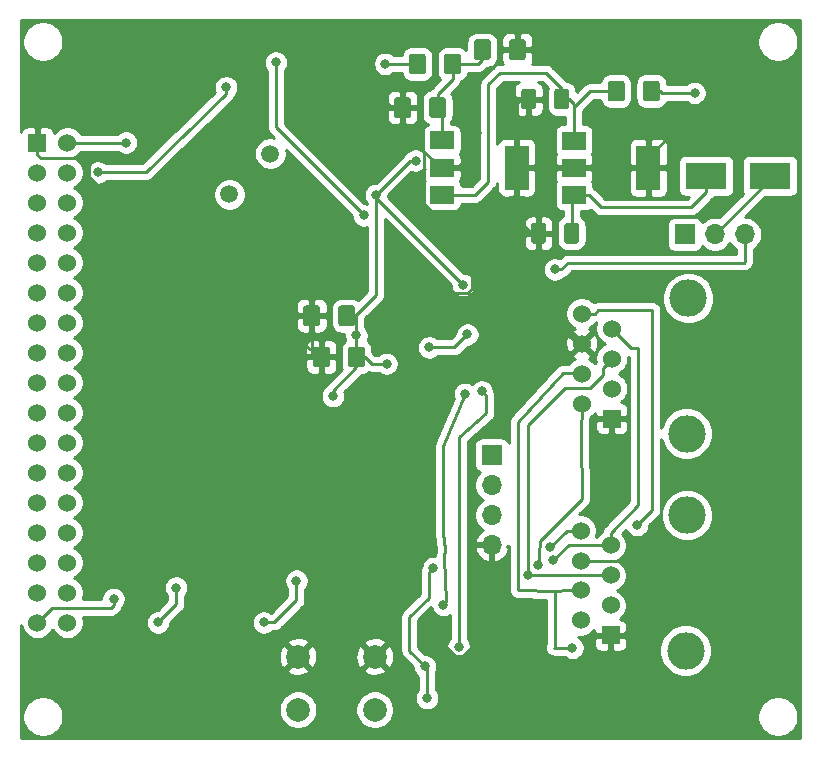
<source format=gbr>
%TF.GenerationSoftware,KiCad,Pcbnew,5.1.5-52549c5~84~ubuntu18.04.1*%
%TF.CreationDate,2020-01-27T10:34:20+01:00*%
%TF.ProjectId,sboxnet-modul,73626f78-6e65-4742-9d6d-6f64756c2e6b,rev?*%
%TF.SameCoordinates,Original*%
%TF.FileFunction,Copper,L2,Bot*%
%TF.FilePolarity,Positive*%
%FSLAX46Y46*%
G04 Gerber Fmt 4.6, Leading zero omitted, Abs format (unit mm)*
G04 Created by KiCad (PCBNEW 5.1.5-52549c5~84~ubuntu18.04.1) date 2020-01-27 10:34:20*
%MOMM*%
%LPD*%
G04 APERTURE LIST*
%ADD10C,3.170000*%
%ADD11R,1.524000X1.524000*%
%ADD12C,1.524000*%
%ADD13O,1.700000X1.700000*%
%ADD14R,1.700000X1.700000*%
%ADD15C,1.500000*%
%ADD16C,0.100000*%
%ADD17R,3.500000X2.300000*%
%ADD18R,2.000000X1.500000*%
%ADD19R,2.000000X3.800000*%
%ADD20C,2.000000*%
%ADD21C,0.800000*%
%ADD22C,0.250000*%
%ADD23C,0.254000*%
G04 APERTURE END LIST*
D10*
X143534460Y-92850000D03*
X143410000Y-104315000D03*
D11*
X137060000Y-103040000D03*
D12*
X134520000Y-101770000D03*
X137060000Y-100500000D03*
X134520000Y-99230000D03*
X137060000Y-97960000D03*
X137060000Y-95420000D03*
X134520000Y-96695000D03*
X134520000Y-94155000D03*
D13*
X148320000Y-87440000D03*
X145780000Y-87440000D03*
D14*
X143240000Y-87440000D03*
D10*
X143431260Y-111217000D03*
X143306800Y-122682000D03*
D11*
X136956800Y-121407000D03*
D12*
X134416800Y-120137000D03*
X136956800Y-118867000D03*
X134416800Y-117597000D03*
X136956800Y-116327000D03*
X136956800Y-113787000D03*
X134416800Y-115062000D03*
X134416800Y-112522000D03*
D15*
X108140681Y-80619319D03*
X104690000Y-84070000D03*
%TA.AperFunction,SMDPad,CuDef*%
D16*
G36*
X122802304Y-75834204D02*
G01*
X122826573Y-75837804D01*
X122850371Y-75843765D01*
X122873471Y-75852030D01*
X122895649Y-75862520D01*
X122916693Y-75875133D01*
X122936398Y-75889747D01*
X122954577Y-75906223D01*
X122971053Y-75924402D01*
X122985667Y-75944107D01*
X122998280Y-75965151D01*
X123008770Y-75987329D01*
X123017035Y-76010429D01*
X123022996Y-76034227D01*
X123026596Y-76058496D01*
X123027800Y-76083000D01*
X123027800Y-77333000D01*
X123026596Y-77357504D01*
X123022996Y-77381773D01*
X123017035Y-77405571D01*
X123008770Y-77428671D01*
X122998280Y-77450849D01*
X122985667Y-77471893D01*
X122971053Y-77491598D01*
X122954577Y-77509777D01*
X122936398Y-77526253D01*
X122916693Y-77540867D01*
X122895649Y-77553480D01*
X122873471Y-77563970D01*
X122850371Y-77572235D01*
X122826573Y-77578196D01*
X122802304Y-77581796D01*
X122777800Y-77583000D01*
X121852800Y-77583000D01*
X121828296Y-77581796D01*
X121804027Y-77578196D01*
X121780229Y-77572235D01*
X121757129Y-77563970D01*
X121734951Y-77553480D01*
X121713907Y-77540867D01*
X121694202Y-77526253D01*
X121676023Y-77509777D01*
X121659547Y-77491598D01*
X121644933Y-77471893D01*
X121632320Y-77450849D01*
X121621830Y-77428671D01*
X121613565Y-77405571D01*
X121607604Y-77381773D01*
X121604004Y-77357504D01*
X121602800Y-77333000D01*
X121602800Y-76083000D01*
X121604004Y-76058496D01*
X121607604Y-76034227D01*
X121613565Y-76010429D01*
X121621830Y-75987329D01*
X121632320Y-75965151D01*
X121644933Y-75944107D01*
X121659547Y-75924402D01*
X121676023Y-75906223D01*
X121694202Y-75889747D01*
X121713907Y-75875133D01*
X121734951Y-75862520D01*
X121757129Y-75852030D01*
X121780229Y-75843765D01*
X121804027Y-75837804D01*
X121828296Y-75834204D01*
X121852800Y-75833000D01*
X122777800Y-75833000D01*
X122802304Y-75834204D01*
G37*
%TD.AperFunction*%
%TA.AperFunction,SMDPad,CuDef*%
G36*
X119827304Y-75834204D02*
G01*
X119851573Y-75837804D01*
X119875371Y-75843765D01*
X119898471Y-75852030D01*
X119920649Y-75862520D01*
X119941693Y-75875133D01*
X119961398Y-75889747D01*
X119979577Y-75906223D01*
X119996053Y-75924402D01*
X120010667Y-75944107D01*
X120023280Y-75965151D01*
X120033770Y-75987329D01*
X120042035Y-76010429D01*
X120047996Y-76034227D01*
X120051596Y-76058496D01*
X120052800Y-76083000D01*
X120052800Y-77333000D01*
X120051596Y-77357504D01*
X120047996Y-77381773D01*
X120042035Y-77405571D01*
X120033770Y-77428671D01*
X120023280Y-77450849D01*
X120010667Y-77471893D01*
X119996053Y-77491598D01*
X119979577Y-77509777D01*
X119961398Y-77526253D01*
X119941693Y-77540867D01*
X119920649Y-77553480D01*
X119898471Y-77563970D01*
X119875371Y-77572235D01*
X119851573Y-77578196D01*
X119827304Y-77581796D01*
X119802800Y-77583000D01*
X118877800Y-77583000D01*
X118853296Y-77581796D01*
X118829027Y-77578196D01*
X118805229Y-77572235D01*
X118782129Y-77563970D01*
X118759951Y-77553480D01*
X118738907Y-77540867D01*
X118719202Y-77526253D01*
X118701023Y-77509777D01*
X118684547Y-77491598D01*
X118669933Y-77471893D01*
X118657320Y-77450849D01*
X118646830Y-77428671D01*
X118638565Y-77405571D01*
X118632604Y-77381773D01*
X118629004Y-77357504D01*
X118627800Y-77333000D01*
X118627800Y-76083000D01*
X118629004Y-76058496D01*
X118632604Y-76034227D01*
X118638565Y-76010429D01*
X118646830Y-75987329D01*
X118657320Y-75965151D01*
X118669933Y-75944107D01*
X118684547Y-75924402D01*
X118701023Y-75906223D01*
X118719202Y-75889747D01*
X118738907Y-75875133D01*
X118759951Y-75862520D01*
X118782129Y-75852030D01*
X118805229Y-75843765D01*
X118829027Y-75837804D01*
X118853296Y-75834204D01*
X118877800Y-75833000D01*
X119802800Y-75833000D01*
X119827304Y-75834204D01*
G37*
%TD.AperFunction*%
D17*
X150450000Y-82490000D03*
X145050000Y-82490000D03*
D18*
X133857600Y-84113400D03*
X133857600Y-79513400D03*
X133857600Y-81813400D03*
D19*
X140157600Y-81813400D03*
D18*
X122707000Y-84088000D03*
X122707000Y-79488000D03*
X122707000Y-81788000D03*
D19*
X129007000Y-81788000D03*
D20*
X116990000Y-127690000D03*
X110490000Y-127690000D03*
X116990000Y-123190000D03*
X110490000Y-123190000D03*
%TA.AperFunction,SMDPad,CuDef*%
D16*
G36*
X140898204Y-74437204D02*
G01*
X140922473Y-74440804D01*
X140946271Y-74446765D01*
X140969371Y-74455030D01*
X140991549Y-74465520D01*
X141012593Y-74478133D01*
X141032298Y-74492747D01*
X141050477Y-74509223D01*
X141066953Y-74527402D01*
X141081567Y-74547107D01*
X141094180Y-74568151D01*
X141104670Y-74590329D01*
X141112935Y-74613429D01*
X141118896Y-74637227D01*
X141122496Y-74661496D01*
X141123700Y-74686000D01*
X141123700Y-75936000D01*
X141122496Y-75960504D01*
X141118896Y-75984773D01*
X141112935Y-76008571D01*
X141104670Y-76031671D01*
X141094180Y-76053849D01*
X141081567Y-76074893D01*
X141066953Y-76094598D01*
X141050477Y-76112777D01*
X141032298Y-76129253D01*
X141012593Y-76143867D01*
X140991549Y-76156480D01*
X140969371Y-76166970D01*
X140946271Y-76175235D01*
X140922473Y-76181196D01*
X140898204Y-76184796D01*
X140873700Y-76186000D01*
X139948700Y-76186000D01*
X139924196Y-76184796D01*
X139899927Y-76181196D01*
X139876129Y-76175235D01*
X139853029Y-76166970D01*
X139830851Y-76156480D01*
X139809807Y-76143867D01*
X139790102Y-76129253D01*
X139771923Y-76112777D01*
X139755447Y-76094598D01*
X139740833Y-76074893D01*
X139728220Y-76053849D01*
X139717730Y-76031671D01*
X139709465Y-76008571D01*
X139703504Y-75984773D01*
X139699904Y-75960504D01*
X139698700Y-75936000D01*
X139698700Y-74686000D01*
X139699904Y-74661496D01*
X139703504Y-74637227D01*
X139709465Y-74613429D01*
X139717730Y-74590329D01*
X139728220Y-74568151D01*
X139740833Y-74547107D01*
X139755447Y-74527402D01*
X139771923Y-74509223D01*
X139790102Y-74492747D01*
X139809807Y-74478133D01*
X139830851Y-74465520D01*
X139853029Y-74455030D01*
X139876129Y-74446765D01*
X139899927Y-74440804D01*
X139924196Y-74437204D01*
X139948700Y-74436000D01*
X140873700Y-74436000D01*
X140898204Y-74437204D01*
G37*
%TD.AperFunction*%
%TA.AperFunction,SMDPad,CuDef*%
G36*
X137923204Y-74437204D02*
G01*
X137947473Y-74440804D01*
X137971271Y-74446765D01*
X137994371Y-74455030D01*
X138016549Y-74465520D01*
X138037593Y-74478133D01*
X138057298Y-74492747D01*
X138075477Y-74509223D01*
X138091953Y-74527402D01*
X138106567Y-74547107D01*
X138119180Y-74568151D01*
X138129670Y-74590329D01*
X138137935Y-74613429D01*
X138143896Y-74637227D01*
X138147496Y-74661496D01*
X138148700Y-74686000D01*
X138148700Y-75936000D01*
X138147496Y-75960504D01*
X138143896Y-75984773D01*
X138137935Y-76008571D01*
X138129670Y-76031671D01*
X138119180Y-76053849D01*
X138106567Y-76074893D01*
X138091953Y-76094598D01*
X138075477Y-76112777D01*
X138057298Y-76129253D01*
X138037593Y-76143867D01*
X138016549Y-76156480D01*
X137994371Y-76166970D01*
X137971271Y-76175235D01*
X137947473Y-76181196D01*
X137923204Y-76184796D01*
X137898700Y-76186000D01*
X136973700Y-76186000D01*
X136949196Y-76184796D01*
X136924927Y-76181196D01*
X136901129Y-76175235D01*
X136878029Y-76166970D01*
X136855851Y-76156480D01*
X136834807Y-76143867D01*
X136815102Y-76129253D01*
X136796923Y-76112777D01*
X136780447Y-76094598D01*
X136765833Y-76074893D01*
X136753220Y-76053849D01*
X136742730Y-76031671D01*
X136734465Y-76008571D01*
X136728504Y-75984773D01*
X136724904Y-75960504D01*
X136723700Y-75936000D01*
X136723700Y-74686000D01*
X136724904Y-74661496D01*
X136728504Y-74637227D01*
X136734465Y-74613429D01*
X136742730Y-74590329D01*
X136753220Y-74568151D01*
X136765833Y-74547107D01*
X136780447Y-74527402D01*
X136796923Y-74509223D01*
X136815102Y-74492747D01*
X136834807Y-74478133D01*
X136855851Y-74465520D01*
X136878029Y-74455030D01*
X136901129Y-74446765D01*
X136924927Y-74440804D01*
X136949196Y-74437204D01*
X136973700Y-74436000D01*
X137898700Y-74436000D01*
X137923204Y-74437204D01*
G37*
%TD.AperFunction*%
%TA.AperFunction,SMDPad,CuDef*%
G36*
X121086204Y-72151204D02*
G01*
X121110473Y-72154804D01*
X121134271Y-72160765D01*
X121157371Y-72169030D01*
X121179549Y-72179520D01*
X121200593Y-72192133D01*
X121220298Y-72206747D01*
X121238477Y-72223223D01*
X121254953Y-72241402D01*
X121269567Y-72261107D01*
X121282180Y-72282151D01*
X121292670Y-72304329D01*
X121300935Y-72327429D01*
X121306896Y-72351227D01*
X121310496Y-72375496D01*
X121311700Y-72400000D01*
X121311700Y-73650000D01*
X121310496Y-73674504D01*
X121306896Y-73698773D01*
X121300935Y-73722571D01*
X121292670Y-73745671D01*
X121282180Y-73767849D01*
X121269567Y-73788893D01*
X121254953Y-73808598D01*
X121238477Y-73826777D01*
X121220298Y-73843253D01*
X121200593Y-73857867D01*
X121179549Y-73870480D01*
X121157371Y-73880970D01*
X121134271Y-73889235D01*
X121110473Y-73895196D01*
X121086204Y-73898796D01*
X121061700Y-73900000D01*
X120136700Y-73900000D01*
X120112196Y-73898796D01*
X120087927Y-73895196D01*
X120064129Y-73889235D01*
X120041029Y-73880970D01*
X120018851Y-73870480D01*
X119997807Y-73857867D01*
X119978102Y-73843253D01*
X119959923Y-73826777D01*
X119943447Y-73808598D01*
X119928833Y-73788893D01*
X119916220Y-73767849D01*
X119905730Y-73745671D01*
X119897465Y-73722571D01*
X119891504Y-73698773D01*
X119887904Y-73674504D01*
X119886700Y-73650000D01*
X119886700Y-72400000D01*
X119887904Y-72375496D01*
X119891504Y-72351227D01*
X119897465Y-72327429D01*
X119905730Y-72304329D01*
X119916220Y-72282151D01*
X119928833Y-72261107D01*
X119943447Y-72241402D01*
X119959923Y-72223223D01*
X119978102Y-72206747D01*
X119997807Y-72192133D01*
X120018851Y-72179520D01*
X120041029Y-72169030D01*
X120064129Y-72160765D01*
X120087927Y-72154804D01*
X120112196Y-72151204D01*
X120136700Y-72150000D01*
X121061700Y-72150000D01*
X121086204Y-72151204D01*
G37*
%TD.AperFunction*%
%TA.AperFunction,SMDPad,CuDef*%
G36*
X124061204Y-72151204D02*
G01*
X124085473Y-72154804D01*
X124109271Y-72160765D01*
X124132371Y-72169030D01*
X124154549Y-72179520D01*
X124175593Y-72192133D01*
X124195298Y-72206747D01*
X124213477Y-72223223D01*
X124229953Y-72241402D01*
X124244567Y-72261107D01*
X124257180Y-72282151D01*
X124267670Y-72304329D01*
X124275935Y-72327429D01*
X124281896Y-72351227D01*
X124285496Y-72375496D01*
X124286700Y-72400000D01*
X124286700Y-73650000D01*
X124285496Y-73674504D01*
X124281896Y-73698773D01*
X124275935Y-73722571D01*
X124267670Y-73745671D01*
X124257180Y-73767849D01*
X124244567Y-73788893D01*
X124229953Y-73808598D01*
X124213477Y-73826777D01*
X124195298Y-73843253D01*
X124175593Y-73857867D01*
X124154549Y-73870480D01*
X124132371Y-73880970D01*
X124109271Y-73889235D01*
X124085473Y-73895196D01*
X124061204Y-73898796D01*
X124036700Y-73900000D01*
X123111700Y-73900000D01*
X123087196Y-73898796D01*
X123062927Y-73895196D01*
X123039129Y-73889235D01*
X123016029Y-73880970D01*
X122993851Y-73870480D01*
X122972807Y-73857867D01*
X122953102Y-73843253D01*
X122934923Y-73826777D01*
X122918447Y-73808598D01*
X122903833Y-73788893D01*
X122891220Y-73767849D01*
X122880730Y-73745671D01*
X122872465Y-73722571D01*
X122866504Y-73698773D01*
X122862904Y-73674504D01*
X122861700Y-73650000D01*
X122861700Y-72400000D01*
X122862904Y-72375496D01*
X122866504Y-72351227D01*
X122872465Y-72327429D01*
X122880730Y-72304329D01*
X122891220Y-72282151D01*
X122903833Y-72261107D01*
X122918447Y-72241402D01*
X122934923Y-72223223D01*
X122953102Y-72206747D01*
X122972807Y-72192133D01*
X122993851Y-72179520D01*
X123016029Y-72169030D01*
X123039129Y-72160765D01*
X123062927Y-72154804D01*
X123087196Y-72151204D01*
X123111700Y-72150000D01*
X124036700Y-72150000D01*
X124061204Y-72151204D01*
G37*
%TD.AperFunction*%
D12*
X90970100Y-102539800D03*
X90970100Y-120319800D03*
X90970100Y-99999800D03*
X90970100Y-84759800D03*
X90970100Y-87299800D03*
X90970100Y-92379800D03*
X90970100Y-97459800D03*
X90970100Y-89839800D03*
X90970100Y-94919800D03*
X90970100Y-105079800D03*
X90970100Y-107619800D03*
X90970100Y-82219800D03*
X90970100Y-115239800D03*
X90970100Y-117779800D03*
X90970100Y-110159800D03*
X90970100Y-112699800D03*
X90970100Y-79679800D03*
D11*
X88430100Y-79679800D03*
D12*
X88430100Y-82219800D03*
X88430100Y-84759800D03*
X88430100Y-87299800D03*
X88430100Y-89839800D03*
X88430100Y-92379800D03*
X88430100Y-94919800D03*
X88430100Y-97459800D03*
X88430100Y-99999800D03*
X88430100Y-102539800D03*
X88430100Y-105079800D03*
X88430100Y-107619800D03*
X88430100Y-110159800D03*
X88430100Y-112699800D03*
X88430100Y-115239800D03*
X88430100Y-117779800D03*
X88430100Y-120319800D03*
D13*
X126898400Y-113741200D03*
X126898400Y-111201200D03*
X126898400Y-108661200D03*
D14*
X126898400Y-106121200D03*
%TA.AperFunction,SMDPad,CuDef*%
D16*
G36*
X115931604Y-96954304D02*
G01*
X115955873Y-96957904D01*
X115979671Y-96963865D01*
X116002771Y-96972130D01*
X116024949Y-96982620D01*
X116045993Y-96995233D01*
X116065698Y-97009847D01*
X116083877Y-97026323D01*
X116100353Y-97044502D01*
X116114967Y-97064207D01*
X116127580Y-97085251D01*
X116138070Y-97107429D01*
X116146335Y-97130529D01*
X116152296Y-97154327D01*
X116155896Y-97178596D01*
X116157100Y-97203100D01*
X116157100Y-98453100D01*
X116155896Y-98477604D01*
X116152296Y-98501873D01*
X116146335Y-98525671D01*
X116138070Y-98548771D01*
X116127580Y-98570949D01*
X116114967Y-98591993D01*
X116100353Y-98611698D01*
X116083877Y-98629877D01*
X116065698Y-98646353D01*
X116045993Y-98660967D01*
X116024949Y-98673580D01*
X116002771Y-98684070D01*
X115979671Y-98692335D01*
X115955873Y-98698296D01*
X115931604Y-98701896D01*
X115907100Y-98703100D01*
X114982100Y-98703100D01*
X114957596Y-98701896D01*
X114933327Y-98698296D01*
X114909529Y-98692335D01*
X114886429Y-98684070D01*
X114864251Y-98673580D01*
X114843207Y-98660967D01*
X114823502Y-98646353D01*
X114805323Y-98629877D01*
X114788847Y-98611698D01*
X114774233Y-98591993D01*
X114761620Y-98570949D01*
X114751130Y-98548771D01*
X114742865Y-98525671D01*
X114736904Y-98501873D01*
X114733304Y-98477604D01*
X114732100Y-98453100D01*
X114732100Y-97203100D01*
X114733304Y-97178596D01*
X114736904Y-97154327D01*
X114742865Y-97130529D01*
X114751130Y-97107429D01*
X114761620Y-97085251D01*
X114774233Y-97064207D01*
X114788847Y-97044502D01*
X114805323Y-97026323D01*
X114823502Y-97009847D01*
X114843207Y-96995233D01*
X114864251Y-96982620D01*
X114886429Y-96972130D01*
X114909529Y-96963865D01*
X114933327Y-96957904D01*
X114957596Y-96954304D01*
X114982100Y-96953100D01*
X115907100Y-96953100D01*
X115931604Y-96954304D01*
G37*
%TD.AperFunction*%
%TA.AperFunction,SMDPad,CuDef*%
G36*
X112956604Y-96954304D02*
G01*
X112980873Y-96957904D01*
X113004671Y-96963865D01*
X113027771Y-96972130D01*
X113049949Y-96982620D01*
X113070993Y-96995233D01*
X113090698Y-97009847D01*
X113108877Y-97026323D01*
X113125353Y-97044502D01*
X113139967Y-97064207D01*
X113152580Y-97085251D01*
X113163070Y-97107429D01*
X113171335Y-97130529D01*
X113177296Y-97154327D01*
X113180896Y-97178596D01*
X113182100Y-97203100D01*
X113182100Y-98453100D01*
X113180896Y-98477604D01*
X113177296Y-98501873D01*
X113171335Y-98525671D01*
X113163070Y-98548771D01*
X113152580Y-98570949D01*
X113139967Y-98591993D01*
X113125353Y-98611698D01*
X113108877Y-98629877D01*
X113090698Y-98646353D01*
X113070993Y-98660967D01*
X113049949Y-98673580D01*
X113027771Y-98684070D01*
X113004671Y-98692335D01*
X112980873Y-98698296D01*
X112956604Y-98701896D01*
X112932100Y-98703100D01*
X112007100Y-98703100D01*
X111982596Y-98701896D01*
X111958327Y-98698296D01*
X111934529Y-98692335D01*
X111911429Y-98684070D01*
X111889251Y-98673580D01*
X111868207Y-98660967D01*
X111848502Y-98646353D01*
X111830323Y-98629877D01*
X111813847Y-98611698D01*
X111799233Y-98591993D01*
X111786620Y-98570949D01*
X111776130Y-98548771D01*
X111767865Y-98525671D01*
X111761904Y-98501873D01*
X111758304Y-98477604D01*
X111757100Y-98453100D01*
X111757100Y-97203100D01*
X111758304Y-97178596D01*
X111761904Y-97154327D01*
X111767865Y-97130529D01*
X111776130Y-97107429D01*
X111786620Y-97085251D01*
X111799233Y-97064207D01*
X111813847Y-97044502D01*
X111830323Y-97026323D01*
X111848502Y-97009847D01*
X111868207Y-96995233D01*
X111889251Y-96982620D01*
X111911429Y-96972130D01*
X111934529Y-96963865D01*
X111958327Y-96957904D01*
X111982596Y-96954304D01*
X112007100Y-96953100D01*
X112932100Y-96953100D01*
X112956604Y-96954304D01*
G37*
%TD.AperFunction*%
%TA.AperFunction,SMDPad,CuDef*%
G36*
X115106104Y-93461804D02*
G01*
X115130373Y-93465404D01*
X115154171Y-93471365D01*
X115177271Y-93479630D01*
X115199449Y-93490120D01*
X115220493Y-93502733D01*
X115240198Y-93517347D01*
X115258377Y-93533823D01*
X115274853Y-93552002D01*
X115289467Y-93571707D01*
X115302080Y-93592751D01*
X115312570Y-93614929D01*
X115320835Y-93638029D01*
X115326796Y-93661827D01*
X115330396Y-93686096D01*
X115331600Y-93710600D01*
X115331600Y-94960600D01*
X115330396Y-94985104D01*
X115326796Y-95009373D01*
X115320835Y-95033171D01*
X115312570Y-95056271D01*
X115302080Y-95078449D01*
X115289467Y-95099493D01*
X115274853Y-95119198D01*
X115258377Y-95137377D01*
X115240198Y-95153853D01*
X115220493Y-95168467D01*
X115199449Y-95181080D01*
X115177271Y-95191570D01*
X115154171Y-95199835D01*
X115130373Y-95205796D01*
X115106104Y-95209396D01*
X115081600Y-95210600D01*
X114156600Y-95210600D01*
X114132096Y-95209396D01*
X114107827Y-95205796D01*
X114084029Y-95199835D01*
X114060929Y-95191570D01*
X114038751Y-95181080D01*
X114017707Y-95168467D01*
X113998002Y-95153853D01*
X113979823Y-95137377D01*
X113963347Y-95119198D01*
X113948733Y-95099493D01*
X113936120Y-95078449D01*
X113925630Y-95056271D01*
X113917365Y-95033171D01*
X113911404Y-95009373D01*
X113907804Y-94985104D01*
X113906600Y-94960600D01*
X113906600Y-93710600D01*
X113907804Y-93686096D01*
X113911404Y-93661827D01*
X113917365Y-93638029D01*
X113925630Y-93614929D01*
X113936120Y-93592751D01*
X113948733Y-93571707D01*
X113963347Y-93552002D01*
X113979823Y-93533823D01*
X113998002Y-93517347D01*
X114017707Y-93502733D01*
X114038751Y-93490120D01*
X114060929Y-93479630D01*
X114084029Y-93471365D01*
X114107827Y-93465404D01*
X114132096Y-93461804D01*
X114156600Y-93460600D01*
X115081600Y-93460600D01*
X115106104Y-93461804D01*
G37*
%TD.AperFunction*%
%TA.AperFunction,SMDPad,CuDef*%
G36*
X112131104Y-93461804D02*
G01*
X112155373Y-93465404D01*
X112179171Y-93471365D01*
X112202271Y-93479630D01*
X112224449Y-93490120D01*
X112245493Y-93502733D01*
X112265198Y-93517347D01*
X112283377Y-93533823D01*
X112299853Y-93552002D01*
X112314467Y-93571707D01*
X112327080Y-93592751D01*
X112337570Y-93614929D01*
X112345835Y-93638029D01*
X112351796Y-93661827D01*
X112355396Y-93686096D01*
X112356600Y-93710600D01*
X112356600Y-94960600D01*
X112355396Y-94985104D01*
X112351796Y-95009373D01*
X112345835Y-95033171D01*
X112337570Y-95056271D01*
X112327080Y-95078449D01*
X112314467Y-95099493D01*
X112299853Y-95119198D01*
X112283377Y-95137377D01*
X112265198Y-95153853D01*
X112245493Y-95168467D01*
X112224449Y-95181080D01*
X112202271Y-95191570D01*
X112179171Y-95199835D01*
X112155373Y-95205796D01*
X112131104Y-95209396D01*
X112106600Y-95210600D01*
X111181600Y-95210600D01*
X111157096Y-95209396D01*
X111132827Y-95205796D01*
X111109029Y-95199835D01*
X111085929Y-95191570D01*
X111063751Y-95181080D01*
X111042707Y-95168467D01*
X111023002Y-95153853D01*
X111004823Y-95137377D01*
X110988347Y-95119198D01*
X110973733Y-95099493D01*
X110961120Y-95078449D01*
X110950630Y-95056271D01*
X110942365Y-95033171D01*
X110936404Y-95009373D01*
X110932804Y-94985104D01*
X110931600Y-94960600D01*
X110931600Y-93710600D01*
X110932804Y-93686096D01*
X110936404Y-93661827D01*
X110942365Y-93638029D01*
X110950630Y-93614929D01*
X110961120Y-93592751D01*
X110973733Y-93571707D01*
X110988347Y-93552002D01*
X111004823Y-93533823D01*
X111023002Y-93517347D01*
X111042707Y-93502733D01*
X111063751Y-93490120D01*
X111085929Y-93479630D01*
X111109029Y-93471365D01*
X111132827Y-93465404D01*
X111157096Y-93461804D01*
X111181600Y-93460600D01*
X112106600Y-93460600D01*
X112131104Y-93461804D01*
G37*
%TD.AperFunction*%
%TA.AperFunction,SMDPad,CuDef*%
G36*
X130419104Y-75123004D02*
G01*
X130443373Y-75126604D01*
X130467171Y-75132565D01*
X130490271Y-75140830D01*
X130512449Y-75151320D01*
X130533493Y-75163933D01*
X130553198Y-75178547D01*
X130571377Y-75195023D01*
X130587853Y-75213202D01*
X130602467Y-75232907D01*
X130615080Y-75253951D01*
X130625570Y-75276129D01*
X130633835Y-75299229D01*
X130639796Y-75323027D01*
X130643396Y-75347296D01*
X130644600Y-75371800D01*
X130644600Y-76621800D01*
X130643396Y-76646304D01*
X130639796Y-76670573D01*
X130633835Y-76694371D01*
X130625570Y-76717471D01*
X130615080Y-76739649D01*
X130602467Y-76760693D01*
X130587853Y-76780398D01*
X130571377Y-76798577D01*
X130553198Y-76815053D01*
X130533493Y-76829667D01*
X130512449Y-76842280D01*
X130490271Y-76852770D01*
X130467171Y-76861035D01*
X130443373Y-76866996D01*
X130419104Y-76870596D01*
X130394600Y-76871800D01*
X129644600Y-76871800D01*
X129620096Y-76870596D01*
X129595827Y-76866996D01*
X129572029Y-76861035D01*
X129548929Y-76852770D01*
X129526751Y-76842280D01*
X129505707Y-76829667D01*
X129486002Y-76815053D01*
X129467823Y-76798577D01*
X129451347Y-76780398D01*
X129436733Y-76760693D01*
X129424120Y-76739649D01*
X129413630Y-76717471D01*
X129405365Y-76694371D01*
X129399404Y-76670573D01*
X129395804Y-76646304D01*
X129394600Y-76621800D01*
X129394600Y-75371800D01*
X129395804Y-75347296D01*
X129399404Y-75323027D01*
X129405365Y-75299229D01*
X129413630Y-75276129D01*
X129424120Y-75253951D01*
X129436733Y-75232907D01*
X129451347Y-75213202D01*
X129467823Y-75195023D01*
X129486002Y-75178547D01*
X129505707Y-75163933D01*
X129526751Y-75151320D01*
X129548929Y-75140830D01*
X129572029Y-75132565D01*
X129595827Y-75126604D01*
X129620096Y-75123004D01*
X129644600Y-75121800D01*
X130394600Y-75121800D01*
X130419104Y-75123004D01*
G37*
%TD.AperFunction*%
%TA.AperFunction,SMDPad,CuDef*%
G36*
X133219104Y-75123004D02*
G01*
X133243373Y-75126604D01*
X133267171Y-75132565D01*
X133290271Y-75140830D01*
X133312449Y-75151320D01*
X133333493Y-75163933D01*
X133353198Y-75178547D01*
X133371377Y-75195023D01*
X133387853Y-75213202D01*
X133402467Y-75232907D01*
X133415080Y-75253951D01*
X133425570Y-75276129D01*
X133433835Y-75299229D01*
X133439796Y-75323027D01*
X133443396Y-75347296D01*
X133444600Y-75371800D01*
X133444600Y-76621800D01*
X133443396Y-76646304D01*
X133439796Y-76670573D01*
X133433835Y-76694371D01*
X133425570Y-76717471D01*
X133415080Y-76739649D01*
X133402467Y-76760693D01*
X133387853Y-76780398D01*
X133371377Y-76798577D01*
X133353198Y-76815053D01*
X133333493Y-76829667D01*
X133312449Y-76842280D01*
X133290271Y-76852770D01*
X133267171Y-76861035D01*
X133243373Y-76866996D01*
X133219104Y-76870596D01*
X133194600Y-76871800D01*
X132444600Y-76871800D01*
X132420096Y-76870596D01*
X132395827Y-76866996D01*
X132372029Y-76861035D01*
X132348929Y-76852770D01*
X132326751Y-76842280D01*
X132305707Y-76829667D01*
X132286002Y-76815053D01*
X132267823Y-76798577D01*
X132251347Y-76780398D01*
X132236733Y-76760693D01*
X132224120Y-76739649D01*
X132213630Y-76717471D01*
X132205365Y-76694371D01*
X132199404Y-76670573D01*
X132195804Y-76646304D01*
X132194600Y-76621800D01*
X132194600Y-75371800D01*
X132195804Y-75347296D01*
X132199404Y-75323027D01*
X132205365Y-75299229D01*
X132213630Y-75276129D01*
X132224120Y-75253951D01*
X132236733Y-75232907D01*
X132251347Y-75213202D01*
X132267823Y-75195023D01*
X132286002Y-75178547D01*
X132305707Y-75163933D01*
X132326751Y-75151320D01*
X132348929Y-75140830D01*
X132372029Y-75132565D01*
X132395827Y-75126604D01*
X132420096Y-75123004D01*
X132444600Y-75121800D01*
X133194600Y-75121800D01*
X133219104Y-75123004D01*
G37*
%TD.AperFunction*%
%TA.AperFunction,SMDPad,CuDef*%
G36*
X129557104Y-70932004D02*
G01*
X129581373Y-70935604D01*
X129605171Y-70941565D01*
X129628271Y-70949830D01*
X129650449Y-70960320D01*
X129671493Y-70972933D01*
X129691198Y-70987547D01*
X129709377Y-71004023D01*
X129725853Y-71022202D01*
X129740467Y-71041907D01*
X129753080Y-71062951D01*
X129763570Y-71085129D01*
X129771835Y-71108229D01*
X129777796Y-71132027D01*
X129781396Y-71156296D01*
X129782600Y-71180800D01*
X129782600Y-72430800D01*
X129781396Y-72455304D01*
X129777796Y-72479573D01*
X129771835Y-72503371D01*
X129763570Y-72526471D01*
X129753080Y-72548649D01*
X129740467Y-72569693D01*
X129725853Y-72589398D01*
X129709377Y-72607577D01*
X129691198Y-72624053D01*
X129671493Y-72638667D01*
X129650449Y-72651280D01*
X129628271Y-72661770D01*
X129605171Y-72670035D01*
X129581373Y-72675996D01*
X129557104Y-72679596D01*
X129532600Y-72680800D01*
X128607600Y-72680800D01*
X128583096Y-72679596D01*
X128558827Y-72675996D01*
X128535029Y-72670035D01*
X128511929Y-72661770D01*
X128489751Y-72651280D01*
X128468707Y-72638667D01*
X128449002Y-72624053D01*
X128430823Y-72607577D01*
X128414347Y-72589398D01*
X128399733Y-72569693D01*
X128387120Y-72548649D01*
X128376630Y-72526471D01*
X128368365Y-72503371D01*
X128362404Y-72479573D01*
X128358804Y-72455304D01*
X128357600Y-72430800D01*
X128357600Y-71180800D01*
X128358804Y-71156296D01*
X128362404Y-71132027D01*
X128368365Y-71108229D01*
X128376630Y-71085129D01*
X128387120Y-71062951D01*
X128399733Y-71041907D01*
X128414347Y-71022202D01*
X128430823Y-71004023D01*
X128449002Y-70987547D01*
X128468707Y-70972933D01*
X128489751Y-70960320D01*
X128511929Y-70949830D01*
X128535029Y-70941565D01*
X128558827Y-70935604D01*
X128583096Y-70932004D01*
X128607600Y-70930800D01*
X129532600Y-70930800D01*
X129557104Y-70932004D01*
G37*
%TD.AperFunction*%
%TA.AperFunction,SMDPad,CuDef*%
G36*
X126582104Y-70932004D02*
G01*
X126606373Y-70935604D01*
X126630171Y-70941565D01*
X126653271Y-70949830D01*
X126675449Y-70960320D01*
X126696493Y-70972933D01*
X126716198Y-70987547D01*
X126734377Y-71004023D01*
X126750853Y-71022202D01*
X126765467Y-71041907D01*
X126778080Y-71062951D01*
X126788570Y-71085129D01*
X126796835Y-71108229D01*
X126802796Y-71132027D01*
X126806396Y-71156296D01*
X126807600Y-71180800D01*
X126807600Y-72430800D01*
X126806396Y-72455304D01*
X126802796Y-72479573D01*
X126796835Y-72503371D01*
X126788570Y-72526471D01*
X126778080Y-72548649D01*
X126765467Y-72569693D01*
X126750853Y-72589398D01*
X126734377Y-72607577D01*
X126716198Y-72624053D01*
X126696493Y-72638667D01*
X126675449Y-72651280D01*
X126653271Y-72661770D01*
X126630171Y-72670035D01*
X126606373Y-72675996D01*
X126582104Y-72679596D01*
X126557600Y-72680800D01*
X125632600Y-72680800D01*
X125608096Y-72679596D01*
X125583827Y-72675996D01*
X125560029Y-72670035D01*
X125536929Y-72661770D01*
X125514751Y-72651280D01*
X125493707Y-72638667D01*
X125474002Y-72624053D01*
X125455823Y-72607577D01*
X125439347Y-72589398D01*
X125424733Y-72569693D01*
X125412120Y-72548649D01*
X125401630Y-72526471D01*
X125393365Y-72503371D01*
X125387404Y-72479573D01*
X125383804Y-72455304D01*
X125382600Y-72430800D01*
X125382600Y-71180800D01*
X125383804Y-71156296D01*
X125387404Y-71132027D01*
X125393365Y-71108229D01*
X125401630Y-71085129D01*
X125412120Y-71062951D01*
X125424733Y-71041907D01*
X125439347Y-71022202D01*
X125455823Y-71004023D01*
X125474002Y-70987547D01*
X125493707Y-70972933D01*
X125514751Y-70960320D01*
X125536929Y-70949830D01*
X125560029Y-70941565D01*
X125583827Y-70935604D01*
X125608096Y-70932004D01*
X125632600Y-70930800D01*
X126557600Y-70930800D01*
X126582104Y-70932004D01*
G37*
%TD.AperFunction*%
%TA.AperFunction,SMDPad,CuDef*%
G36*
X134057304Y-86476804D02*
G01*
X134081573Y-86480404D01*
X134105371Y-86486365D01*
X134128471Y-86494630D01*
X134150649Y-86505120D01*
X134171693Y-86517733D01*
X134191398Y-86532347D01*
X134209577Y-86548823D01*
X134226053Y-86567002D01*
X134240667Y-86586707D01*
X134253280Y-86607751D01*
X134263770Y-86629929D01*
X134272035Y-86653029D01*
X134277996Y-86676827D01*
X134281596Y-86701096D01*
X134282800Y-86725600D01*
X134282800Y-87975600D01*
X134281596Y-88000104D01*
X134277996Y-88024373D01*
X134272035Y-88048171D01*
X134263770Y-88071271D01*
X134253280Y-88093449D01*
X134240667Y-88114493D01*
X134226053Y-88134198D01*
X134209577Y-88152377D01*
X134191398Y-88168853D01*
X134171693Y-88183467D01*
X134150649Y-88196080D01*
X134128471Y-88206570D01*
X134105371Y-88214835D01*
X134081573Y-88220796D01*
X134057304Y-88224396D01*
X134032800Y-88225600D01*
X133282800Y-88225600D01*
X133258296Y-88224396D01*
X133234027Y-88220796D01*
X133210229Y-88214835D01*
X133187129Y-88206570D01*
X133164951Y-88196080D01*
X133143907Y-88183467D01*
X133124202Y-88168853D01*
X133106023Y-88152377D01*
X133089547Y-88134198D01*
X133074933Y-88114493D01*
X133062320Y-88093449D01*
X133051830Y-88071271D01*
X133043565Y-88048171D01*
X133037604Y-88024373D01*
X133034004Y-88000104D01*
X133032800Y-87975600D01*
X133032800Y-86725600D01*
X133034004Y-86701096D01*
X133037604Y-86676827D01*
X133043565Y-86653029D01*
X133051830Y-86629929D01*
X133062320Y-86607751D01*
X133074933Y-86586707D01*
X133089547Y-86567002D01*
X133106023Y-86548823D01*
X133124202Y-86532347D01*
X133143907Y-86517733D01*
X133164951Y-86505120D01*
X133187129Y-86494630D01*
X133210229Y-86486365D01*
X133234027Y-86480404D01*
X133258296Y-86476804D01*
X133282800Y-86475600D01*
X134032800Y-86475600D01*
X134057304Y-86476804D01*
G37*
%TD.AperFunction*%
%TA.AperFunction,SMDPad,CuDef*%
G36*
X131257304Y-86476804D02*
G01*
X131281573Y-86480404D01*
X131305371Y-86486365D01*
X131328471Y-86494630D01*
X131350649Y-86505120D01*
X131371693Y-86517733D01*
X131391398Y-86532347D01*
X131409577Y-86548823D01*
X131426053Y-86567002D01*
X131440667Y-86586707D01*
X131453280Y-86607751D01*
X131463770Y-86629929D01*
X131472035Y-86653029D01*
X131477996Y-86676827D01*
X131481596Y-86701096D01*
X131482800Y-86725600D01*
X131482800Y-87975600D01*
X131481596Y-88000104D01*
X131477996Y-88024373D01*
X131472035Y-88048171D01*
X131463770Y-88071271D01*
X131453280Y-88093449D01*
X131440667Y-88114493D01*
X131426053Y-88134198D01*
X131409577Y-88152377D01*
X131391398Y-88168853D01*
X131371693Y-88183467D01*
X131350649Y-88196080D01*
X131328471Y-88206570D01*
X131305371Y-88214835D01*
X131281573Y-88220796D01*
X131257304Y-88224396D01*
X131232800Y-88225600D01*
X130482800Y-88225600D01*
X130458296Y-88224396D01*
X130434027Y-88220796D01*
X130410229Y-88214835D01*
X130387129Y-88206570D01*
X130364951Y-88196080D01*
X130343907Y-88183467D01*
X130324202Y-88168853D01*
X130306023Y-88152377D01*
X130289547Y-88134198D01*
X130274933Y-88114493D01*
X130262320Y-88093449D01*
X130251830Y-88071271D01*
X130243565Y-88048171D01*
X130237604Y-88024373D01*
X130234004Y-88000104D01*
X130232800Y-87975600D01*
X130232800Y-86725600D01*
X130234004Y-86701096D01*
X130237604Y-86676827D01*
X130243565Y-86653029D01*
X130251830Y-86629929D01*
X130262320Y-86607751D01*
X130274933Y-86586707D01*
X130289547Y-86567002D01*
X130306023Y-86548823D01*
X130324202Y-86532347D01*
X130343907Y-86517733D01*
X130364951Y-86505120D01*
X130387129Y-86494630D01*
X130410229Y-86486365D01*
X130434027Y-86480404D01*
X130458296Y-86476804D01*
X130482800Y-86475600D01*
X131232800Y-86475600D01*
X131257304Y-86476804D01*
G37*
%TD.AperFunction*%
D21*
X99120000Y-85350000D03*
X114860000Y-80570000D03*
X129108200Y-71882000D03*
X114757200Y-73025000D03*
X147180300Y-75488800D03*
X129007000Y-78866600D03*
X125653800Y-78841600D03*
X130019600Y-75996800D03*
X112469600Y-97828100D03*
X111644100Y-94455900D03*
X121196100Y-120989700D03*
X95870000Y-83810000D03*
X119070000Y-91240000D03*
X124470000Y-91720000D03*
X117100000Y-84100000D03*
X122320850Y-76713550D03*
X121945400Y-115709700D03*
X121246900Y-124028200D03*
X121424700Y-126707900D03*
X104406450Y-74993550D03*
X93550000Y-82200000D03*
X120450000Y-81200000D03*
X122707000Y-79488000D03*
X118000000Y-98400000D03*
X113450000Y-101150000D03*
X115444600Y-96005400D03*
X122795000Y-84088000D03*
X108623100Y-72885300D03*
X116080000Y-85840000D03*
X144068800Y-75476100D03*
X117881400Y-73012300D03*
X95925000Y-79675000D03*
X132230000Y-90420000D03*
X130842498Y-115448602D03*
X133731000Y-122453400D03*
X129971800Y-116306600D03*
X132110000Y-115050000D03*
X139217400Y-112039400D03*
X131841550Y-113941550D03*
X94880000Y-118300000D03*
X110360000Y-116770000D03*
X107607100Y-120294400D03*
X98640000Y-120300000D03*
X100180000Y-117350000D03*
X124637800Y-100939600D03*
X122796300Y-118833900D03*
X126050000Y-100750000D03*
X124100000Y-122380000D03*
X124830000Y-95920000D03*
X121600000Y-97010000D03*
D22*
X133657800Y-84313200D02*
X133857600Y-84113400D01*
X133657800Y-87350600D02*
X133657800Y-84313200D01*
X145050000Y-83890000D02*
X145050000Y-82490000D01*
X143770000Y-85170000D02*
X145050000Y-83890000D01*
X136164200Y-85170000D02*
X143770000Y-85170000D01*
X135107600Y-84113400D02*
X136164200Y-85170000D01*
X133857600Y-84113400D02*
X135107600Y-84113400D01*
X137968800Y-121407000D02*
X138861800Y-120514000D01*
X136956800Y-121407000D02*
X137968800Y-121407000D01*
X138861800Y-116623238D02*
X138887200Y-116597838D01*
X138861800Y-120514000D02*
X138861800Y-116623238D01*
X138887200Y-116597838D02*
X138887200Y-115011200D01*
X138836400Y-115062000D02*
X134416800Y-115062000D01*
X138887200Y-115011200D02*
X138836400Y-115062000D01*
X133857600Y-81813400D02*
X140157600Y-81813400D01*
X133832200Y-81788000D02*
X133857600Y-81813400D01*
X129007000Y-81788000D02*
X133832200Y-81788000D01*
X129007000Y-76384400D02*
X129394600Y-75996800D01*
X129394600Y-75996800D02*
X130019600Y-75996800D01*
X129007000Y-81788000D02*
X129007000Y-78866600D01*
X129007000Y-83938000D02*
X128549400Y-84395600D01*
X129007000Y-81788000D02*
X129007000Y-83938000D01*
X130232800Y-87350600D02*
X130857800Y-87350600D01*
X128549400Y-85667200D02*
X130232800Y-87350600D01*
X128549400Y-84395600D02*
X128549400Y-85667200D01*
X119340300Y-77583000D02*
X119303800Y-77619500D01*
X119340300Y-76708000D02*
X119340300Y-77583000D01*
X119303800Y-77619500D02*
X119303800Y-79634800D01*
X129007000Y-78866600D02*
X129007000Y-76384400D01*
X123957000Y-81788000D02*
X125653800Y-80091200D01*
X122707000Y-81788000D02*
X123957000Y-81788000D01*
X125653800Y-80091200D02*
X125653800Y-78841600D01*
X125653800Y-78841600D02*
X125653800Y-78841600D01*
X140157600Y-80913400D02*
X143855000Y-77216000D01*
X140157600Y-81813400D02*
X140157600Y-80913400D01*
X143855000Y-77216000D02*
X147053300Y-77216000D01*
X147180300Y-77089000D02*
X147180300Y-75488800D01*
X147053300Y-77216000D02*
X147180300Y-77089000D01*
X118440200Y-76708000D02*
X119340300Y-76708000D01*
X114757200Y-73025000D02*
X118440200Y-76708000D01*
X130019600Y-75996800D02*
X130019600Y-75996800D01*
X111757100Y-97828100D02*
X112469600Y-97828100D01*
X111644100Y-97715100D02*
X111757100Y-97828100D01*
X111644100Y-94335600D02*
X111644100Y-94335600D01*
X111644100Y-94335600D02*
X111644100Y-94455900D01*
X112469600Y-97828100D02*
X112469600Y-97828100D01*
X119303800Y-79634800D02*
X121050000Y-80250000D01*
X112469600Y-97828100D02*
X112469600Y-97828100D01*
X111644100Y-94455900D02*
X111644100Y-97715100D01*
X126898400Y-120654602D02*
X126898400Y-114943281D01*
X124448001Y-123105001D02*
X126898400Y-120654602D01*
X123751999Y-123105001D02*
X124448001Y-123105001D01*
X122861400Y-122214402D02*
X123751999Y-123105001D01*
X126898400Y-114943281D02*
X126898400Y-113741200D01*
X122861400Y-121780000D02*
X122861400Y-122214402D01*
X122071100Y-120989700D02*
X122861400Y-121780000D01*
X121196100Y-120989700D02*
X122071100Y-120989700D01*
X116059999Y-80969999D02*
X117000000Y-81910000D01*
X115259999Y-80969999D02*
X116059999Y-80969999D01*
X114860000Y-80570000D02*
X115259999Y-80969999D01*
X117000000Y-81910000D02*
X119303800Y-79634800D01*
X94086998Y-83810000D02*
X95870000Y-83810000D01*
X88430100Y-80691800D02*
X88748300Y-81010000D01*
X92930000Y-80980000D02*
X92824999Y-81851999D01*
X92824999Y-81851999D02*
X92824999Y-82548001D01*
X88430100Y-79679800D02*
X88430100Y-80691800D01*
X88748300Y-81010000D02*
X92930000Y-80980000D01*
X92824999Y-82548001D02*
X94086998Y-83810000D01*
X95870000Y-83810000D02*
X95870000Y-83810000D01*
X121175001Y-84891003D02*
X121175001Y-80525001D01*
X121175001Y-80525001D02*
X121070000Y-80420000D01*
X125195001Y-88911003D02*
X121175001Y-84891003D01*
X125195001Y-92068001D02*
X125195001Y-88911003D01*
X120275001Y-92445001D02*
X124818001Y-92445001D01*
X124818001Y-92445001D02*
X125195001Y-92068001D01*
X119070000Y-91240000D02*
X120275001Y-92445001D01*
X121070000Y-80420000D02*
X122707000Y-81788000D01*
X121050000Y-80250000D02*
X121070000Y-80420000D01*
X110628250Y-96520000D02*
X112469600Y-97828100D01*
X95870000Y-83810000D02*
X99326500Y-83810000D01*
X99326500Y-83810000D02*
X110628250Y-96520000D01*
X129489200Y-93827600D02*
X134520000Y-96695000D01*
X129489200Y-92887800D02*
X129489200Y-93827600D01*
X130857800Y-87350600D02*
X130857800Y-91519200D01*
X130857800Y-91519200D02*
X129489200Y-92887800D01*
X122707000Y-77099700D02*
X122320850Y-76713550D01*
X122707000Y-79488000D02*
X122707000Y-79488000D01*
X122315300Y-76708000D02*
X122315300Y-75588800D01*
X123574200Y-74329900D02*
X123574200Y-73025000D01*
X122315300Y-75588800D02*
X123574200Y-74329900D01*
X126095100Y-72680800D02*
X126095100Y-71805800D01*
X125750900Y-73025000D02*
X126095100Y-72680800D01*
X123574200Y-73025000D02*
X125750900Y-73025000D01*
X122320850Y-76713550D02*
X122315300Y-76708000D01*
X121545401Y-116109699D02*
X121545401Y-118192499D01*
X121945400Y-115709700D02*
X121545401Y-116109699D01*
X121545401Y-118192499D02*
X119926100Y-119811800D01*
X119926100Y-119811800D02*
X119926100Y-122707400D01*
X119926100Y-122707400D02*
X121246900Y-124028200D01*
X121246900Y-124028200D02*
X121259600Y-124040900D01*
X121424700Y-124206000D02*
X121246900Y-124028200D01*
X121424700Y-126707900D02*
X121424700Y-124206000D01*
X115444600Y-94448600D02*
X115331600Y-94335600D01*
X115444600Y-97828100D02*
X115444600Y-96005400D01*
X97615685Y-82200000D02*
X93550000Y-82200000D01*
X104406450Y-74993550D02*
X104406450Y-75559235D01*
X104406450Y-75559235D02*
X97615685Y-82200000D01*
X93550000Y-82200000D02*
X93550000Y-82200000D01*
X117100000Y-84100000D02*
X120000000Y-81200000D01*
X120000000Y-81200000D02*
X120450000Y-81200000D01*
X120450000Y-81200000D02*
X120450000Y-81200000D01*
X122707000Y-79488000D02*
X122707000Y-77099700D01*
X116157100Y-97828100D02*
X116729000Y-98400000D01*
X115444600Y-97828100D02*
X116157100Y-97828100D01*
X116729000Y-98400000D02*
X118000000Y-98400000D01*
X118000000Y-98400000D02*
X118000000Y-98400000D01*
X115444600Y-98703100D02*
X113450000Y-100697700D01*
X115444600Y-97828100D02*
X115444600Y-98703100D01*
X113450000Y-100697700D02*
X113450000Y-101150000D01*
X113450000Y-101150000D02*
X113450000Y-101150000D01*
X117100000Y-84665685D02*
X117100000Y-84100000D01*
X117100000Y-92567200D02*
X117100000Y-84665685D01*
X115331600Y-94335600D02*
X117100000Y-92567200D01*
X114619100Y-94335600D02*
X115331600Y-94335600D01*
X115444600Y-96005400D02*
X115444600Y-94448600D01*
X117100000Y-84350000D02*
X117100000Y-84100000D01*
X124470000Y-91720000D02*
X117100000Y-84350000D01*
X133444600Y-75996800D02*
X132819600Y-75996800D01*
X133857600Y-76409800D02*
X133444600Y-75996800D01*
X125501400Y-84099400D02*
X125490000Y-84088000D01*
X132819600Y-75121800D02*
X131459400Y-73761600D01*
X125490000Y-84088000D02*
X122795000Y-84088000D01*
X131459400Y-73761600D02*
X127609600Y-73761600D01*
X132819600Y-75996800D02*
X132819600Y-75121800D01*
X127609600Y-73761600D02*
X126619000Y-74752200D01*
X126619000Y-74752200D02*
X126619000Y-82981800D01*
X126619000Y-82981800D02*
X125501400Y-84099400D01*
X135216900Y-75311000D02*
X137436200Y-75311000D01*
X133857600Y-76670300D02*
X135216900Y-75311000D01*
X133857600Y-76670300D02*
X133857600Y-76409800D01*
X133857600Y-79513400D02*
X133857600Y-76670300D01*
X122795000Y-84088000D02*
X122707000Y-84088000D01*
X122795000Y-84088000D02*
X122795000Y-84088000D01*
X108623100Y-72885300D02*
X108623100Y-78383100D01*
X108623100Y-78383100D02*
X116080000Y-85840000D01*
X116080000Y-85840000D02*
X116080000Y-85840000D01*
X150450000Y-82800000D02*
X150450000Y-82490000D01*
X145780000Y-87470000D02*
X150450000Y-82800000D01*
X141123700Y-75311000D02*
X141314200Y-75501500D01*
X140411200Y-75311000D02*
X141123700Y-75311000D01*
X141314200Y-75501500D02*
X142392400Y-75501500D01*
X142417800Y-75476100D02*
X144068800Y-75476100D01*
X142392400Y-75501500D02*
X142417800Y-75476100D01*
X120586500Y-73012300D02*
X120599200Y-73025000D01*
X117881400Y-73012300D02*
X120586500Y-73012300D01*
X95920200Y-79679800D02*
X95925000Y-79675000D01*
X90970100Y-79679800D02*
X95920200Y-79679800D01*
X132230000Y-90420000D02*
X132230000Y-90420000D01*
X148320000Y-89760000D02*
X148320000Y-87470000D01*
X148250000Y-89830000D02*
X148320000Y-89760000D01*
X133385685Y-89830000D02*
X148250000Y-89830000D01*
X132230000Y-90420000D02*
X132795685Y-90420000D01*
X132795685Y-90420000D02*
X133385685Y-89830000D01*
X130962400Y-113411000D02*
X130962400Y-113411000D01*
X130842498Y-115448602D02*
X130835400Y-115214400D01*
X134450000Y-104530000D02*
X134429500Y-104559100D01*
X134429500Y-104559100D02*
X134520000Y-101770000D01*
X134518400Y-109855000D02*
X134450000Y-104530000D01*
X130962400Y-113411000D02*
X134518400Y-109855000D01*
X130842498Y-115448602D02*
X130848100Y-115633500D01*
X130848100Y-115633500D02*
X130962400Y-113411000D01*
X133339170Y-117597000D02*
X133318770Y-117576600D01*
X134416800Y-117597000D02*
X133339170Y-117597000D01*
X133318770Y-117576600D02*
X132219700Y-117652800D01*
X133731000Y-122453400D02*
X132156200Y-122433815D01*
X132156200Y-122433815D02*
X132219700Y-122370315D01*
X132219700Y-122370315D02*
X132219700Y-117652800D01*
X132910000Y-99180000D02*
X134520000Y-99230000D01*
X129108200Y-117525800D02*
X129120000Y-103310000D01*
X129120000Y-103310000D02*
X132910000Y-99180000D01*
X132219700Y-117652800D02*
X129159000Y-117576600D01*
X129159000Y-117576600D02*
X129108200Y-117525800D01*
X136956800Y-116327000D02*
X129966800Y-116327000D01*
X129966800Y-116327000D02*
X129971800Y-116322000D01*
X129971800Y-116322000D02*
X129971800Y-116306600D01*
X136298001Y-98721999D02*
X136298001Y-99371999D01*
X137060000Y-97960000D02*
X136298001Y-98721999D01*
X136298001Y-99371999D02*
X135190000Y-100480000D01*
X135190000Y-100480000D02*
X133070000Y-100480000D01*
X129971800Y-103578200D02*
X129971800Y-116306600D01*
X133070000Y-100480000D02*
X129971800Y-103578200D01*
X133469300Y-113787000D02*
X132110000Y-115050000D01*
X136956800Y-113787000D02*
X133469300Y-113787000D01*
X136956800Y-113787000D02*
X136956800Y-112709370D01*
X139303170Y-110363000D02*
X139303170Y-97088370D01*
X136956800Y-112709370D02*
X139303170Y-110363000D01*
X138728370Y-97088370D02*
X137060000Y-95420000D01*
X139303170Y-97088370D02*
X138728370Y-97088370D01*
X139217400Y-112039400D02*
X139217400Y-112039400D01*
X134416800Y-112522000D02*
X133261100Y-112522000D01*
X133261100Y-112522000D02*
X131841550Y-113941550D01*
X131813300Y-113969800D02*
X131813300Y-113969800D01*
X131841550Y-113941550D02*
X131813300Y-113969800D01*
X89689900Y-119060000D02*
X88430100Y-120319800D01*
X94685685Y-119060000D02*
X89689900Y-119060000D01*
X94880000Y-118300000D02*
X94880000Y-118865685D01*
X94880000Y-118865685D02*
X94685685Y-119060000D01*
X140480000Y-110776800D02*
X139217400Y-112039400D01*
X135597630Y-94155000D02*
X135902630Y-93850000D01*
X134520000Y-94155000D02*
X135597630Y-94155000D01*
X135902630Y-93850000D02*
X140500000Y-93850000D01*
X140500000Y-93850000D02*
X140500000Y-100970000D01*
X140500000Y-100970000D02*
X140480000Y-100990000D01*
X140480000Y-100990000D02*
X140480000Y-110776800D01*
X110360000Y-117335685D02*
X110360000Y-116770000D01*
X110360000Y-118416500D02*
X110360000Y-117335685D01*
X108482100Y-120294400D02*
X110360000Y-118416500D01*
X107607100Y-120294400D02*
X108482100Y-120294400D01*
X100180000Y-118760000D02*
X100180000Y-117350000D01*
X98640000Y-120300000D02*
X100180000Y-118760000D01*
X122796300Y-118833900D02*
X122758200Y-118872000D01*
X122890000Y-114730000D02*
X123037600Y-118592600D01*
X123037600Y-118592600D02*
X122796300Y-118833900D01*
X122920000Y-114120000D02*
X122890000Y-114730000D01*
X122790000Y-112700000D02*
X122920000Y-114120000D01*
X124637800Y-100939600D02*
X122790000Y-105390000D01*
X122790000Y-105390000D02*
X122790000Y-112700000D01*
X124100000Y-122380000D02*
X124100000Y-122380000D01*
X124100000Y-119800000D02*
X124100000Y-122380000D01*
X124100000Y-104600000D02*
X124100000Y-119800000D01*
X126449999Y-102600001D02*
X124100000Y-104600000D01*
X126050000Y-100750000D02*
X126449999Y-101149999D01*
X126449999Y-101149999D02*
X126449999Y-102600001D01*
X123740000Y-97010000D02*
X124830000Y-95920000D01*
X121600000Y-97010000D02*
X123740000Y-97010000D01*
D23*
G36*
X152985001Y-130125000D02*
G01*
X87045000Y-130125000D01*
X87045000Y-128099117D01*
X87165000Y-128099117D01*
X87165000Y-128440883D01*
X87231675Y-128776081D01*
X87362463Y-129091831D01*
X87552337Y-129375998D01*
X87794002Y-129617663D01*
X88078169Y-129807537D01*
X88393919Y-129938325D01*
X88729117Y-130005000D01*
X89070883Y-130005000D01*
X89406081Y-129938325D01*
X89721831Y-129807537D01*
X90005998Y-129617663D01*
X90247663Y-129375998D01*
X90437537Y-129091831D01*
X90568325Y-128776081D01*
X90635000Y-128440883D01*
X90635000Y-128099117D01*
X90568325Y-127763919D01*
X90471005Y-127528967D01*
X108855000Y-127528967D01*
X108855000Y-127851033D01*
X108917832Y-128166912D01*
X109041082Y-128464463D01*
X109220013Y-128732252D01*
X109447748Y-128959987D01*
X109715537Y-129138918D01*
X110013088Y-129262168D01*
X110328967Y-129325000D01*
X110651033Y-129325000D01*
X110966912Y-129262168D01*
X111264463Y-129138918D01*
X111532252Y-128959987D01*
X111759987Y-128732252D01*
X111938918Y-128464463D01*
X112062168Y-128166912D01*
X112125000Y-127851033D01*
X112125000Y-127528967D01*
X115355000Y-127528967D01*
X115355000Y-127851033D01*
X115417832Y-128166912D01*
X115541082Y-128464463D01*
X115720013Y-128732252D01*
X115947748Y-128959987D01*
X116215537Y-129138918D01*
X116513088Y-129262168D01*
X116828967Y-129325000D01*
X117151033Y-129325000D01*
X117466912Y-129262168D01*
X117764463Y-129138918D01*
X118032252Y-128959987D01*
X118259987Y-128732252D01*
X118438918Y-128464463D01*
X118562168Y-128166912D01*
X118575653Y-128099117D01*
X149395000Y-128099117D01*
X149395000Y-128440883D01*
X149461675Y-128776081D01*
X149592463Y-129091831D01*
X149782337Y-129375998D01*
X150024002Y-129617663D01*
X150308169Y-129807537D01*
X150623919Y-129938325D01*
X150959117Y-130005000D01*
X151300883Y-130005000D01*
X151636081Y-129938325D01*
X151951831Y-129807537D01*
X152235998Y-129617663D01*
X152477663Y-129375998D01*
X152667537Y-129091831D01*
X152798325Y-128776081D01*
X152865000Y-128440883D01*
X152865000Y-128099117D01*
X152798325Y-127763919D01*
X152667537Y-127448169D01*
X152477663Y-127164002D01*
X152235998Y-126922337D01*
X151951831Y-126732463D01*
X151636081Y-126601675D01*
X151300883Y-126535000D01*
X150959117Y-126535000D01*
X150623919Y-126601675D01*
X150308169Y-126732463D01*
X150024002Y-126922337D01*
X149782337Y-127164002D01*
X149592463Y-127448169D01*
X149461675Y-127763919D01*
X149395000Y-128099117D01*
X118575653Y-128099117D01*
X118625000Y-127851033D01*
X118625000Y-127528967D01*
X118562168Y-127213088D01*
X118438918Y-126915537D01*
X118259987Y-126647748D01*
X118032252Y-126420013D01*
X117764463Y-126241082D01*
X117466912Y-126117832D01*
X117151033Y-126055000D01*
X116828967Y-126055000D01*
X116513088Y-126117832D01*
X116215537Y-126241082D01*
X115947748Y-126420013D01*
X115720013Y-126647748D01*
X115541082Y-126915537D01*
X115417832Y-127213088D01*
X115355000Y-127528967D01*
X112125000Y-127528967D01*
X112062168Y-127213088D01*
X111938918Y-126915537D01*
X111759987Y-126647748D01*
X111532252Y-126420013D01*
X111264463Y-126241082D01*
X110966912Y-126117832D01*
X110651033Y-126055000D01*
X110328967Y-126055000D01*
X110013088Y-126117832D01*
X109715537Y-126241082D01*
X109447748Y-126420013D01*
X109220013Y-126647748D01*
X109041082Y-126915537D01*
X108917832Y-127213088D01*
X108855000Y-127528967D01*
X90471005Y-127528967D01*
X90437537Y-127448169D01*
X90247663Y-127164002D01*
X90005998Y-126922337D01*
X89721831Y-126732463D01*
X89406081Y-126601675D01*
X89070883Y-126535000D01*
X88729117Y-126535000D01*
X88393919Y-126601675D01*
X88078169Y-126732463D01*
X87794002Y-126922337D01*
X87552337Y-127164002D01*
X87362463Y-127448169D01*
X87231675Y-127763919D01*
X87165000Y-128099117D01*
X87045000Y-128099117D01*
X87045000Y-124325413D01*
X109534192Y-124325413D01*
X109629956Y-124589814D01*
X109919571Y-124730704D01*
X110231108Y-124812384D01*
X110552595Y-124831718D01*
X110871675Y-124787961D01*
X111176088Y-124682795D01*
X111350044Y-124589814D01*
X111445808Y-124325413D01*
X116034192Y-124325413D01*
X116129956Y-124589814D01*
X116419571Y-124730704D01*
X116731108Y-124812384D01*
X117052595Y-124831718D01*
X117371675Y-124787961D01*
X117676088Y-124682795D01*
X117850044Y-124589814D01*
X117945808Y-124325413D01*
X116990000Y-123369605D01*
X116034192Y-124325413D01*
X111445808Y-124325413D01*
X110490000Y-123369605D01*
X109534192Y-124325413D01*
X87045000Y-124325413D01*
X87045000Y-123252595D01*
X108848282Y-123252595D01*
X108892039Y-123571675D01*
X108997205Y-123876088D01*
X109090186Y-124050044D01*
X109354587Y-124145808D01*
X110310395Y-123190000D01*
X110669605Y-123190000D01*
X111625413Y-124145808D01*
X111889814Y-124050044D01*
X112030704Y-123760429D01*
X112112384Y-123448892D01*
X112124189Y-123252595D01*
X115348282Y-123252595D01*
X115392039Y-123571675D01*
X115497205Y-123876088D01*
X115590186Y-124050044D01*
X115854587Y-124145808D01*
X116810395Y-123190000D01*
X117169605Y-123190000D01*
X118125413Y-124145808D01*
X118389814Y-124050044D01*
X118530704Y-123760429D01*
X118612384Y-123448892D01*
X118631718Y-123127405D01*
X118587961Y-122808325D01*
X118482795Y-122503912D01*
X118389814Y-122329956D01*
X118125413Y-122234192D01*
X117169605Y-123190000D01*
X116810395Y-123190000D01*
X115854587Y-122234192D01*
X115590186Y-122329956D01*
X115449296Y-122619571D01*
X115367616Y-122931108D01*
X115348282Y-123252595D01*
X112124189Y-123252595D01*
X112131718Y-123127405D01*
X112087961Y-122808325D01*
X111982795Y-122503912D01*
X111889814Y-122329956D01*
X111625413Y-122234192D01*
X110669605Y-123190000D01*
X110310395Y-123190000D01*
X109354587Y-122234192D01*
X109090186Y-122329956D01*
X108949296Y-122619571D01*
X108867616Y-122931108D01*
X108848282Y-123252595D01*
X87045000Y-123252595D01*
X87045000Y-122054587D01*
X109534192Y-122054587D01*
X110490000Y-123010395D01*
X111445808Y-122054587D01*
X116034192Y-122054587D01*
X116990000Y-123010395D01*
X117945808Y-122054587D01*
X117850044Y-121790186D01*
X117560429Y-121649296D01*
X117248892Y-121567616D01*
X116927405Y-121548282D01*
X116608325Y-121592039D01*
X116303912Y-121697205D01*
X116129956Y-121790186D01*
X116034192Y-122054587D01*
X111445808Y-122054587D01*
X111350044Y-121790186D01*
X111060429Y-121649296D01*
X110748892Y-121567616D01*
X110427405Y-121548282D01*
X110108325Y-121592039D01*
X109803912Y-121697205D01*
X109629956Y-121790186D01*
X109534192Y-122054587D01*
X87045000Y-122054587D01*
X87045000Y-120517217D01*
X87086786Y-120727290D01*
X87192095Y-120981527D01*
X87344980Y-121210335D01*
X87539565Y-121404920D01*
X87768373Y-121557805D01*
X88022610Y-121663114D01*
X88292508Y-121716800D01*
X88567692Y-121716800D01*
X88837590Y-121663114D01*
X89091827Y-121557805D01*
X89320635Y-121404920D01*
X89515220Y-121210335D01*
X89668105Y-120981527D01*
X89700100Y-120904285D01*
X89732095Y-120981527D01*
X89884980Y-121210335D01*
X90079565Y-121404920D01*
X90308373Y-121557805D01*
X90562610Y-121663114D01*
X90832508Y-121716800D01*
X91107692Y-121716800D01*
X91377590Y-121663114D01*
X91631827Y-121557805D01*
X91860635Y-121404920D01*
X92055220Y-121210335D01*
X92208105Y-120981527D01*
X92313414Y-120727290D01*
X92367100Y-120457392D01*
X92367100Y-120198061D01*
X97605000Y-120198061D01*
X97605000Y-120401939D01*
X97644774Y-120601898D01*
X97722795Y-120790256D01*
X97836063Y-120959774D01*
X97980226Y-121103937D01*
X98149744Y-121217205D01*
X98338102Y-121295226D01*
X98538061Y-121335000D01*
X98741939Y-121335000D01*
X98941898Y-121295226D01*
X99130256Y-121217205D01*
X99299774Y-121103937D01*
X99443937Y-120959774D01*
X99557205Y-120790256D01*
X99635226Y-120601898D01*
X99675000Y-120401939D01*
X99675000Y-120339801D01*
X99822340Y-120192461D01*
X106572100Y-120192461D01*
X106572100Y-120396339D01*
X106611874Y-120596298D01*
X106689895Y-120784656D01*
X106803163Y-120954174D01*
X106947326Y-121098337D01*
X107116844Y-121211605D01*
X107305202Y-121289626D01*
X107505161Y-121329400D01*
X107709039Y-121329400D01*
X107908998Y-121289626D01*
X108097356Y-121211605D01*
X108266874Y-121098337D01*
X108310811Y-121054400D01*
X108444778Y-121054400D01*
X108482100Y-121058076D01*
X108519422Y-121054400D01*
X108519433Y-121054400D01*
X108631086Y-121043403D01*
X108774347Y-120999946D01*
X108906376Y-120929374D01*
X109022101Y-120834401D01*
X109045904Y-120805397D01*
X110039501Y-119811800D01*
X119162424Y-119811800D01*
X119166100Y-119849123D01*
X119166101Y-122670068D01*
X119162424Y-122707400D01*
X119166101Y-122744733D01*
X119177098Y-122856386D01*
X119184661Y-122881317D01*
X119220554Y-122999646D01*
X119291126Y-123131676D01*
X119333097Y-123182817D01*
X119386100Y-123247401D01*
X119415098Y-123271199D01*
X120211900Y-124068002D01*
X120211900Y-124130139D01*
X120251674Y-124330098D01*
X120329695Y-124518456D01*
X120442963Y-124687974D01*
X120587126Y-124832137D01*
X120664701Y-124883971D01*
X120664700Y-126004189D01*
X120620763Y-126048126D01*
X120507495Y-126217644D01*
X120429474Y-126406002D01*
X120389700Y-126605961D01*
X120389700Y-126809839D01*
X120429474Y-127009798D01*
X120507495Y-127198156D01*
X120620763Y-127367674D01*
X120764926Y-127511837D01*
X120934444Y-127625105D01*
X121122802Y-127703126D01*
X121322761Y-127742900D01*
X121526639Y-127742900D01*
X121726598Y-127703126D01*
X121914956Y-127625105D01*
X122084474Y-127511837D01*
X122228637Y-127367674D01*
X122341905Y-127198156D01*
X122419926Y-127009798D01*
X122459700Y-126809839D01*
X122459700Y-126605961D01*
X122419926Y-126406002D01*
X122341905Y-126217644D01*
X122228637Y-126048126D01*
X122184700Y-126004189D01*
X122184700Y-124468736D01*
X122242126Y-124330098D01*
X122281900Y-124130139D01*
X122281900Y-123926261D01*
X122242126Y-123726302D01*
X122164105Y-123537944D01*
X122050837Y-123368426D01*
X121906674Y-123224263D01*
X121737156Y-123110995D01*
X121548798Y-123032974D01*
X121348839Y-122993200D01*
X121286702Y-122993200D01*
X120686100Y-122392599D01*
X120686100Y-120126601D01*
X121780473Y-119032229D01*
X121801074Y-119135798D01*
X121879095Y-119324156D01*
X121992363Y-119493674D01*
X122136526Y-119637837D01*
X122306044Y-119751105D01*
X122494402Y-119829126D01*
X122694361Y-119868900D01*
X122898239Y-119868900D01*
X123098198Y-119829126D01*
X123286556Y-119751105D01*
X123340001Y-119715394D01*
X123340001Y-119762658D01*
X123340000Y-119762668D01*
X123340001Y-121676288D01*
X123296063Y-121720226D01*
X123182795Y-121889744D01*
X123104774Y-122078102D01*
X123065000Y-122278061D01*
X123065000Y-122481939D01*
X123104774Y-122681898D01*
X123182795Y-122870256D01*
X123296063Y-123039774D01*
X123440226Y-123183937D01*
X123609744Y-123297205D01*
X123798102Y-123375226D01*
X123998061Y-123415000D01*
X124201939Y-123415000D01*
X124401898Y-123375226D01*
X124590256Y-123297205D01*
X124759774Y-123183937D01*
X124903937Y-123039774D01*
X125017205Y-122870256D01*
X125095226Y-122681898D01*
X125135000Y-122481939D01*
X125135000Y-122278061D01*
X125095226Y-122078102D01*
X125017205Y-121889744D01*
X124903937Y-121720226D01*
X124860000Y-121676289D01*
X124860000Y-114098090D01*
X125456924Y-114098090D01*
X125501575Y-114245299D01*
X125626759Y-114508120D01*
X125800812Y-114741469D01*
X126017045Y-114936378D01*
X126267148Y-115085357D01*
X126541509Y-115182681D01*
X126771400Y-115062014D01*
X126771400Y-113868200D01*
X125578245Y-113868200D01*
X125456924Y-114098090D01*
X124860000Y-114098090D01*
X124860000Y-105271200D01*
X125410328Y-105271200D01*
X125410328Y-106971200D01*
X125422588Y-107095682D01*
X125458898Y-107215380D01*
X125517863Y-107325694D01*
X125597215Y-107422385D01*
X125693906Y-107501737D01*
X125804220Y-107560702D01*
X125876780Y-107582713D01*
X125744925Y-107714568D01*
X125582410Y-107957789D01*
X125470468Y-108228042D01*
X125413400Y-108514940D01*
X125413400Y-108807460D01*
X125470468Y-109094358D01*
X125582410Y-109364611D01*
X125744925Y-109607832D01*
X125951768Y-109814675D01*
X126126160Y-109931200D01*
X125951768Y-110047725D01*
X125744925Y-110254568D01*
X125582410Y-110497789D01*
X125470468Y-110768042D01*
X125413400Y-111054940D01*
X125413400Y-111347460D01*
X125470468Y-111634358D01*
X125582410Y-111904611D01*
X125744925Y-112147832D01*
X125951768Y-112354675D01*
X126133934Y-112476395D01*
X126017045Y-112546022D01*
X125800812Y-112740931D01*
X125626759Y-112974280D01*
X125501575Y-113237101D01*
X125456924Y-113384310D01*
X125578245Y-113614200D01*
X126771400Y-113614200D01*
X126771400Y-113594200D01*
X127025400Y-113594200D01*
X127025400Y-113614200D01*
X127045400Y-113614200D01*
X127045400Y-113868200D01*
X127025400Y-113868200D01*
X127025400Y-115062014D01*
X127255291Y-115182681D01*
X127529652Y-115085357D01*
X127779755Y-114936378D01*
X127995988Y-114741469D01*
X128170041Y-114508120D01*
X128295225Y-114245299D01*
X128339876Y-114098090D01*
X128218556Y-113868202D01*
X128351237Y-113868202D01*
X128348232Y-117488156D01*
X128344524Y-117525800D01*
X128351780Y-117599475D01*
X128359074Y-117674164D01*
X128359167Y-117674472D01*
X128359198Y-117674785D01*
X128380713Y-117745713D01*
X128402412Y-117817461D01*
X128402562Y-117817741D01*
X128402654Y-117818046D01*
X128438127Y-117884411D01*
X128472875Y-117949548D01*
X128473073Y-117949790D01*
X128473226Y-117950076D01*
X128520561Y-118007753D01*
X128567751Y-118065352D01*
X128591773Y-118085099D01*
X128605727Y-118102993D01*
X128641294Y-118133695D01*
X128647998Y-118140399D01*
X128669560Y-118158094D01*
X128719052Y-118200817D01*
X128727348Y-118205520D01*
X128734724Y-118211574D01*
X128792415Y-118242411D01*
X128849284Y-118274653D01*
X128858338Y-118277647D01*
X128866754Y-118282146D01*
X128929351Y-118301134D01*
X128991419Y-118321662D01*
X129000885Y-118322833D01*
X129010014Y-118325602D01*
X129075079Y-118332010D01*
X129102764Y-118335435D01*
X129112245Y-118335671D01*
X129158999Y-118340276D01*
X129186886Y-118337529D01*
X131459701Y-118394114D01*
X131459700Y-122123088D01*
X131454343Y-122132817D01*
X131452902Y-122137364D01*
X131450654Y-122141569D01*
X131430304Y-122208656D01*
X131409108Y-122275527D01*
X131408581Y-122280270D01*
X131407198Y-122284830D01*
X131400327Y-122354595D01*
X131392583Y-122424319D01*
X131392991Y-122429070D01*
X131392524Y-122433815D01*
X131399396Y-122503590D01*
X131405403Y-122573475D01*
X131406731Y-122578057D01*
X131407198Y-122582800D01*
X131427554Y-122649908D01*
X131447075Y-122717265D01*
X131449269Y-122721496D01*
X131450654Y-122726061D01*
X131483729Y-122787940D01*
X131515999Y-122850161D01*
X131518977Y-122853883D01*
X131521226Y-122858091D01*
X131565739Y-122912330D01*
X131609526Y-122967059D01*
X131613173Y-122970128D01*
X131616199Y-122973816D01*
X131670448Y-123018337D01*
X131724061Y-123063463D01*
X131728234Y-123065761D01*
X131731924Y-123068789D01*
X131793792Y-123101859D01*
X131855202Y-123135672D01*
X131859749Y-123137113D01*
X131863954Y-123139361D01*
X131931041Y-123159711D01*
X131997912Y-123180907D01*
X132002655Y-123181434D01*
X132007215Y-123182817D01*
X132076985Y-123189689D01*
X132109419Y-123193291D01*
X132114156Y-123193350D01*
X132156200Y-123197491D01*
X132188817Y-123194278D01*
X133018486Y-123204597D01*
X133071226Y-123257337D01*
X133240744Y-123370605D01*
X133429102Y-123448626D01*
X133629061Y-123488400D01*
X133832939Y-123488400D01*
X134032898Y-123448626D01*
X134221256Y-123370605D01*
X134390774Y-123257337D01*
X134534937Y-123113174D01*
X134648205Y-122943656D01*
X134726226Y-122755298D01*
X134766000Y-122555339D01*
X134766000Y-122351461D01*
X134729707Y-122169000D01*
X135556728Y-122169000D01*
X135568988Y-122293482D01*
X135605298Y-122413180D01*
X135664263Y-122523494D01*
X135743615Y-122620185D01*
X135840306Y-122699537D01*
X135950620Y-122758502D01*
X136070318Y-122794812D01*
X136194800Y-122807072D01*
X136671050Y-122804000D01*
X136829800Y-122645250D01*
X136829800Y-121534000D01*
X137083800Y-121534000D01*
X137083800Y-122645250D01*
X137242550Y-122804000D01*
X137718800Y-122807072D01*
X137843282Y-122794812D01*
X137962980Y-122758502D01*
X138073294Y-122699537D01*
X138169985Y-122620185D01*
X138249337Y-122523494D01*
X138281485Y-122463349D01*
X141086800Y-122463349D01*
X141086800Y-122900651D01*
X141172113Y-123329550D01*
X141339461Y-123733564D01*
X141582413Y-124097168D01*
X141891632Y-124406387D01*
X142255236Y-124649339D01*
X142659250Y-124816687D01*
X143088149Y-124902000D01*
X143525451Y-124902000D01*
X143954350Y-124816687D01*
X144358364Y-124649339D01*
X144721968Y-124406387D01*
X145031187Y-124097168D01*
X145274139Y-123733564D01*
X145441487Y-123329550D01*
X145526800Y-122900651D01*
X145526800Y-122463349D01*
X145441487Y-122034450D01*
X145274139Y-121630436D01*
X145031187Y-121266832D01*
X144721968Y-120957613D01*
X144358364Y-120714661D01*
X143954350Y-120547313D01*
X143525451Y-120462000D01*
X143088149Y-120462000D01*
X142659250Y-120547313D01*
X142255236Y-120714661D01*
X141891632Y-120957613D01*
X141582413Y-121266832D01*
X141339461Y-121630436D01*
X141172113Y-122034450D01*
X141086800Y-122463349D01*
X138281485Y-122463349D01*
X138308302Y-122413180D01*
X138344612Y-122293482D01*
X138356872Y-122169000D01*
X138353800Y-121692750D01*
X138195050Y-121534000D01*
X137083800Y-121534000D01*
X136829800Y-121534000D01*
X135718550Y-121534000D01*
X135559800Y-121692750D01*
X135556728Y-122169000D01*
X134729707Y-122169000D01*
X134726226Y-122151502D01*
X134648205Y-121963144D01*
X134534937Y-121793626D01*
X134390774Y-121649463D01*
X134221256Y-121536195D01*
X134157521Y-121509795D01*
X134279208Y-121534000D01*
X134554392Y-121534000D01*
X134824290Y-121480314D01*
X135078527Y-121375005D01*
X135307335Y-121222120D01*
X135501920Y-121027535D01*
X135558648Y-120942636D01*
X135559800Y-121121250D01*
X135718550Y-121280000D01*
X136829800Y-121280000D01*
X136829800Y-121260000D01*
X137083800Y-121260000D01*
X137083800Y-121280000D01*
X138195050Y-121280000D01*
X138353800Y-121121250D01*
X138356872Y-120645000D01*
X138344612Y-120520518D01*
X138308302Y-120400820D01*
X138249337Y-120290506D01*
X138169985Y-120193815D01*
X138073294Y-120114463D01*
X137962980Y-120055498D01*
X137843282Y-120019188D01*
X137759335Y-120010920D01*
X137847335Y-119952120D01*
X138041920Y-119757535D01*
X138194805Y-119528727D01*
X138300114Y-119274490D01*
X138353800Y-119004592D01*
X138353800Y-118729408D01*
X138300114Y-118459510D01*
X138194805Y-118205273D01*
X138041920Y-117976465D01*
X137847335Y-117781880D01*
X137618527Y-117628995D01*
X137541285Y-117597000D01*
X137618527Y-117565005D01*
X137847335Y-117412120D01*
X138041920Y-117217535D01*
X138194805Y-116988727D01*
X138300114Y-116734490D01*
X138353800Y-116464592D01*
X138353800Y-116189408D01*
X138300114Y-115919510D01*
X138194805Y-115665273D01*
X138041920Y-115436465D01*
X137847335Y-115241880D01*
X137618527Y-115088995D01*
X137541285Y-115057000D01*
X137618527Y-115025005D01*
X137847335Y-114872120D01*
X138041920Y-114677535D01*
X138194805Y-114448727D01*
X138300114Y-114194490D01*
X138353800Y-113924592D01*
X138353800Y-113649408D01*
X138300114Y-113379510D01*
X138194805Y-113125273D01*
X138041920Y-112896465D01*
X137943213Y-112797758D01*
X138274163Y-112466809D01*
X138300195Y-112529656D01*
X138413463Y-112699174D01*
X138557626Y-112843337D01*
X138727144Y-112956605D01*
X138915502Y-113034626D01*
X139115461Y-113074400D01*
X139319339Y-113074400D01*
X139519298Y-113034626D01*
X139707656Y-112956605D01*
X139877174Y-112843337D01*
X140021337Y-112699174D01*
X140134605Y-112529656D01*
X140212626Y-112341298D01*
X140252400Y-112141339D01*
X140252400Y-112079201D01*
X140991003Y-111340599D01*
X141020001Y-111316801D01*
X141050695Y-111279400D01*
X141114974Y-111201077D01*
X141185546Y-111069047D01*
X141205156Y-111004400D01*
X141219390Y-110957476D01*
X141211260Y-110998349D01*
X141211260Y-111435651D01*
X141296573Y-111864550D01*
X141463921Y-112268564D01*
X141706873Y-112632168D01*
X142016092Y-112941387D01*
X142379696Y-113184339D01*
X142783710Y-113351687D01*
X143212609Y-113437000D01*
X143649911Y-113437000D01*
X144078810Y-113351687D01*
X144482824Y-113184339D01*
X144846428Y-112941387D01*
X145155647Y-112632168D01*
X145398599Y-112268564D01*
X145565947Y-111864550D01*
X145651260Y-111435651D01*
X145651260Y-110998349D01*
X145565947Y-110569450D01*
X145398599Y-110165436D01*
X145155647Y-109801832D01*
X144846428Y-109492613D01*
X144482824Y-109249661D01*
X144078810Y-109082313D01*
X143649911Y-108997000D01*
X143212609Y-108997000D01*
X142783710Y-109082313D01*
X142379696Y-109249661D01*
X142016092Y-109492613D01*
X141706873Y-109801832D01*
X141463921Y-110165436D01*
X141296573Y-110569450D01*
X141232249Y-110892830D01*
X141240000Y-110814133D01*
X141240000Y-110814124D01*
X141243676Y-110776801D01*
X141240000Y-110739478D01*
X141240000Y-104785019D01*
X141275313Y-104962550D01*
X141442661Y-105366564D01*
X141685613Y-105730168D01*
X141994832Y-106039387D01*
X142358436Y-106282339D01*
X142762450Y-106449687D01*
X143191349Y-106535000D01*
X143628651Y-106535000D01*
X144057550Y-106449687D01*
X144461564Y-106282339D01*
X144825168Y-106039387D01*
X145134387Y-105730168D01*
X145377339Y-105366564D01*
X145544687Y-104962550D01*
X145630000Y-104533651D01*
X145630000Y-104096349D01*
X145544687Y-103667450D01*
X145377339Y-103263436D01*
X145134387Y-102899832D01*
X144825168Y-102590613D01*
X144461564Y-102347661D01*
X144057550Y-102180313D01*
X143628651Y-102095000D01*
X143191349Y-102095000D01*
X142762450Y-102180313D01*
X142358436Y-102347661D01*
X141994832Y-102590613D01*
X141685613Y-102899832D01*
X141442661Y-103263436D01*
X141275313Y-103667450D01*
X141240000Y-103844981D01*
X141240000Y-101148665D01*
X141249003Y-101118986D01*
X141260000Y-101007333D01*
X141260000Y-101007323D01*
X141263676Y-100970001D01*
X141260000Y-100932678D01*
X141260000Y-93887333D01*
X141263677Y-93850000D01*
X141249003Y-93701014D01*
X141205546Y-93557753D01*
X141134974Y-93425724D01*
X141040001Y-93309999D01*
X140924276Y-93215026D01*
X140792247Y-93144454D01*
X140648986Y-93100997D01*
X140537333Y-93090000D01*
X140500000Y-93086323D01*
X140462667Y-93090000D01*
X135939952Y-93090000D01*
X135902629Y-93086324D01*
X135865306Y-93090000D01*
X135865297Y-93090000D01*
X135753644Y-93100997D01*
X135610383Y-93144454D01*
X135528746Y-93188091D01*
X135410535Y-93069880D01*
X135181727Y-92916995D01*
X134927490Y-92811686D01*
X134657592Y-92758000D01*
X134382408Y-92758000D01*
X134112510Y-92811686D01*
X133858273Y-92916995D01*
X133629465Y-93069880D01*
X133434880Y-93264465D01*
X133281995Y-93493273D01*
X133176686Y-93747510D01*
X133123000Y-94017408D01*
X133123000Y-94292592D01*
X133176686Y-94562490D01*
X133281995Y-94816727D01*
X133434880Y-95045535D01*
X133629465Y-95240120D01*
X133858273Y-95393005D01*
X133929943Y-95422692D01*
X133916977Y-95427364D01*
X133801020Y-95489344D01*
X133734040Y-95729435D01*
X134520000Y-96515395D01*
X135305960Y-95729435D01*
X135238980Y-95489344D01*
X135103240Y-95425515D01*
X135181727Y-95393005D01*
X135410535Y-95240120D01*
X135605120Y-95045535D01*
X135696383Y-94908951D01*
X135746616Y-94904003D01*
X135763789Y-94898794D01*
X135716686Y-95012510D01*
X135663000Y-95282408D01*
X135663000Y-95557592D01*
X135716686Y-95827490D01*
X135821995Y-96081727D01*
X135974880Y-96310535D01*
X136169465Y-96505120D01*
X136398273Y-96658005D01*
X136475515Y-96690000D01*
X136398273Y-96721995D01*
X136169465Y-96874880D01*
X135974880Y-97069465D01*
X135821995Y-97298273D01*
X135716686Y-97552510D01*
X135663000Y-97822408D01*
X135663000Y-98097592D01*
X135695048Y-98258706D01*
X135663027Y-98297723D01*
X135624896Y-98369061D01*
X135605120Y-98339465D01*
X135410535Y-98144880D01*
X135181727Y-97991995D01*
X135116512Y-97964982D01*
X135123023Y-97962636D01*
X135238980Y-97900656D01*
X135305960Y-97660565D01*
X134520000Y-96874605D01*
X133734040Y-97660565D01*
X133801020Y-97900656D01*
X133931106Y-97961826D01*
X133858273Y-97991995D01*
X133629465Y-98144880D01*
X133434880Y-98339465D01*
X133371731Y-98433974D01*
X132942782Y-98420652D01*
X132877246Y-98417026D01*
X132830965Y-98423599D01*
X132784336Y-98426734D01*
X132757029Y-98434100D01*
X132729026Y-98438077D01*
X132684922Y-98453550D01*
X132639795Y-98465723D01*
X132614453Y-98478273D01*
X132587761Y-98487638D01*
X132547511Y-98511426D01*
X132505639Y-98532163D01*
X132483236Y-98549414D01*
X132458880Y-98563808D01*
X132424043Y-98594992D01*
X132387022Y-98623498D01*
X132343865Y-98672876D01*
X128596564Y-102756347D01*
X128580448Y-102769551D01*
X128546059Y-102811383D01*
X128534803Y-102823649D01*
X128522359Y-102840213D01*
X128485379Y-102885197D01*
X128477471Y-102899963D01*
X128467414Y-102913349D01*
X128442198Y-102965821D01*
X128414697Y-103017168D01*
X128409822Y-103033192D01*
X128402569Y-103048284D01*
X128388072Y-103104678D01*
X128371121Y-103160393D01*
X128369466Y-103177060D01*
X128365297Y-103193276D01*
X128362080Y-103251421D01*
X128360032Y-103272037D01*
X128360018Y-103288677D01*
X128357026Y-103342753D01*
X128359956Y-103363384D01*
X128358519Y-105094985D01*
X128337902Y-105027020D01*
X128278937Y-104916706D01*
X128199585Y-104820015D01*
X128102894Y-104740663D01*
X127992580Y-104681698D01*
X127872882Y-104645388D01*
X127748400Y-104633128D01*
X126048400Y-104633128D01*
X125923918Y-104645388D01*
X125804220Y-104681698D01*
X125693906Y-104740663D01*
X125597215Y-104820015D01*
X125517863Y-104916706D01*
X125458898Y-105027020D01*
X125422588Y-105146718D01*
X125410328Y-105271200D01*
X124860000Y-105271200D01*
X124860000Y-104951170D01*
X126937439Y-103183137D01*
X126990000Y-103140002D01*
X127018120Y-103105738D01*
X127048900Y-103073836D01*
X127065497Y-103048009D01*
X127084973Y-103024277D01*
X127105870Y-102985182D01*
X127129833Y-102947892D01*
X127141070Y-102919328D01*
X127155545Y-102892248D01*
X127168415Y-102849820D01*
X127184640Y-102808578D01*
X127190089Y-102778370D01*
X127199002Y-102748987D01*
X127203348Y-102704864D01*
X127211215Y-102661249D01*
X127209999Y-102593282D01*
X127209999Y-101187321D01*
X127213675Y-101149998D01*
X127209999Y-101112676D01*
X127209999Y-101112666D01*
X127199002Y-101001013D01*
X127155545Y-100857752D01*
X127085000Y-100725774D01*
X127085000Y-100648061D01*
X127045226Y-100448102D01*
X126967205Y-100259744D01*
X126853937Y-100090226D01*
X126709774Y-99946063D01*
X126540256Y-99832795D01*
X126351898Y-99754774D01*
X126151939Y-99715000D01*
X125948061Y-99715000D01*
X125748102Y-99754774D01*
X125559744Y-99832795D01*
X125390226Y-99946063D01*
X125246063Y-100090226D01*
X125240973Y-100097844D01*
X125128056Y-100022395D01*
X124939698Y-99944374D01*
X124739739Y-99904600D01*
X124535861Y-99904600D01*
X124335902Y-99944374D01*
X124147544Y-100022395D01*
X123978026Y-100135663D01*
X123833863Y-100279826D01*
X123720595Y-100449344D01*
X123642574Y-100637702D01*
X123602800Y-100837661D01*
X123602800Y-101041539D01*
X123642574Y-101241498D01*
X123666033Y-101298133D01*
X122102291Y-105064383D01*
X122084454Y-105097754D01*
X122062633Y-105169688D01*
X122041123Y-105240385D01*
X122041091Y-105240704D01*
X122040997Y-105241015D01*
X122033680Y-105315308D01*
X122026323Y-105389359D01*
X122030000Y-105427013D01*
X122030001Y-112697378D01*
X122029762Y-112732110D01*
X122030001Y-112734721D01*
X122030001Y-112737333D01*
X122033394Y-112771778D01*
X122158292Y-114136058D01*
X122131119Y-114688587D01*
X122130954Y-114691332D01*
X122047339Y-114674700D01*
X121843461Y-114674700D01*
X121643502Y-114714474D01*
X121455144Y-114792495D01*
X121285626Y-114905763D01*
X121141463Y-115049926D01*
X121028195Y-115219444D01*
X120950174Y-115407802D01*
X120910400Y-115607761D01*
X120910400Y-115685474D01*
X120847065Y-115803965D01*
X120839855Y-115817453D01*
X120796398Y-115960714D01*
X120785401Y-116072367D01*
X120785401Y-116072377D01*
X120781725Y-116109699D01*
X120785401Y-116147022D01*
X120785402Y-117877695D01*
X119415102Y-119247997D01*
X119386099Y-119271799D01*
X119355742Y-119308790D01*
X119291126Y-119387524D01*
X119249422Y-119465546D01*
X119220554Y-119519554D01*
X119177097Y-119662815D01*
X119166100Y-119774468D01*
X119166100Y-119774478D01*
X119162424Y-119811800D01*
X110039501Y-119811800D01*
X110871004Y-118980298D01*
X110900001Y-118956501D01*
X110994974Y-118840776D01*
X111065546Y-118708747D01*
X111109003Y-118565486D01*
X111120000Y-118453833D01*
X111120000Y-118453825D01*
X111123676Y-118416500D01*
X111120000Y-118379175D01*
X111120000Y-117473711D01*
X111163937Y-117429774D01*
X111277205Y-117260256D01*
X111355226Y-117071898D01*
X111395000Y-116871939D01*
X111395000Y-116668061D01*
X111355226Y-116468102D01*
X111277205Y-116279744D01*
X111163937Y-116110226D01*
X111019774Y-115966063D01*
X110850256Y-115852795D01*
X110661898Y-115774774D01*
X110461939Y-115735000D01*
X110258061Y-115735000D01*
X110058102Y-115774774D01*
X109869744Y-115852795D01*
X109700226Y-115966063D01*
X109556063Y-116110226D01*
X109442795Y-116279744D01*
X109364774Y-116468102D01*
X109325000Y-116668061D01*
X109325000Y-116871939D01*
X109364774Y-117071898D01*
X109442795Y-117260256D01*
X109556063Y-117429774D01*
X109600001Y-117473712D01*
X109600000Y-118101698D01*
X108233521Y-119468178D01*
X108097356Y-119377195D01*
X107908998Y-119299174D01*
X107709039Y-119259400D01*
X107505161Y-119259400D01*
X107305202Y-119299174D01*
X107116844Y-119377195D01*
X106947326Y-119490463D01*
X106803163Y-119634626D01*
X106689895Y-119804144D01*
X106611874Y-119992502D01*
X106572100Y-120192461D01*
X99822340Y-120192461D01*
X100691004Y-119323798D01*
X100720001Y-119300001D01*
X100793117Y-119210909D01*
X100814974Y-119184277D01*
X100885546Y-119052247D01*
X100895029Y-119020985D01*
X100929003Y-118908986D01*
X100940000Y-118797333D01*
X100940000Y-118797323D01*
X100943676Y-118760000D01*
X100940000Y-118722677D01*
X100940000Y-118053711D01*
X100983937Y-118009774D01*
X101097205Y-117840256D01*
X101175226Y-117651898D01*
X101215000Y-117451939D01*
X101215000Y-117248061D01*
X101175226Y-117048102D01*
X101097205Y-116859744D01*
X100983937Y-116690226D01*
X100839774Y-116546063D01*
X100670256Y-116432795D01*
X100481898Y-116354774D01*
X100281939Y-116315000D01*
X100078061Y-116315000D01*
X99878102Y-116354774D01*
X99689744Y-116432795D01*
X99520226Y-116546063D01*
X99376063Y-116690226D01*
X99262795Y-116859744D01*
X99184774Y-117048102D01*
X99145000Y-117248061D01*
X99145000Y-117451939D01*
X99184774Y-117651898D01*
X99262795Y-117840256D01*
X99376063Y-118009774D01*
X99420001Y-118053712D01*
X99420000Y-118445198D01*
X98600199Y-119265000D01*
X98538061Y-119265000D01*
X98338102Y-119304774D01*
X98149744Y-119382795D01*
X97980226Y-119496063D01*
X97836063Y-119640226D01*
X97722795Y-119809744D01*
X97644774Y-119998102D01*
X97605000Y-120198061D01*
X92367100Y-120198061D01*
X92367100Y-120182208D01*
X92313414Y-119912310D01*
X92275178Y-119820000D01*
X94648363Y-119820000D01*
X94685685Y-119823676D01*
X94723007Y-119820000D01*
X94723018Y-119820000D01*
X94834671Y-119809003D01*
X94977932Y-119765546D01*
X95109961Y-119694974D01*
X95225686Y-119600001D01*
X95249489Y-119570997D01*
X95390997Y-119429489D01*
X95420001Y-119405686D01*
X95514974Y-119289961D01*
X95585546Y-119157932D01*
X95628987Y-119014724D01*
X95683937Y-118959774D01*
X95797205Y-118790256D01*
X95875226Y-118601898D01*
X95915000Y-118401939D01*
X95915000Y-118198061D01*
X95875226Y-117998102D01*
X95797205Y-117809744D01*
X95683937Y-117640226D01*
X95539774Y-117496063D01*
X95370256Y-117382795D01*
X95181898Y-117304774D01*
X94981939Y-117265000D01*
X94778061Y-117265000D01*
X94578102Y-117304774D01*
X94389744Y-117382795D01*
X94220226Y-117496063D01*
X94076063Y-117640226D01*
X93962795Y-117809744D01*
X93884774Y-117998102D01*
X93845000Y-118198061D01*
X93845000Y-118300000D01*
X92266728Y-118300000D01*
X92313414Y-118187290D01*
X92367100Y-117917392D01*
X92367100Y-117642208D01*
X92313414Y-117372310D01*
X92208105Y-117118073D01*
X92055220Y-116889265D01*
X91860635Y-116694680D01*
X91631827Y-116541795D01*
X91554585Y-116509800D01*
X91631827Y-116477805D01*
X91860635Y-116324920D01*
X92055220Y-116130335D01*
X92208105Y-115901527D01*
X92313414Y-115647290D01*
X92367100Y-115377392D01*
X92367100Y-115102208D01*
X92313414Y-114832310D01*
X92208105Y-114578073D01*
X92055220Y-114349265D01*
X91860635Y-114154680D01*
X91631827Y-114001795D01*
X91554585Y-113969800D01*
X91631827Y-113937805D01*
X91860635Y-113784920D01*
X92055220Y-113590335D01*
X92208105Y-113361527D01*
X92313414Y-113107290D01*
X92367100Y-112837392D01*
X92367100Y-112562208D01*
X92313414Y-112292310D01*
X92208105Y-112038073D01*
X92055220Y-111809265D01*
X91860635Y-111614680D01*
X91631827Y-111461795D01*
X91554585Y-111429800D01*
X91631827Y-111397805D01*
X91860635Y-111244920D01*
X92055220Y-111050335D01*
X92208105Y-110821527D01*
X92313414Y-110567290D01*
X92367100Y-110297392D01*
X92367100Y-110022208D01*
X92313414Y-109752310D01*
X92208105Y-109498073D01*
X92055220Y-109269265D01*
X91860635Y-109074680D01*
X91631827Y-108921795D01*
X91554585Y-108889800D01*
X91631827Y-108857805D01*
X91860635Y-108704920D01*
X92055220Y-108510335D01*
X92208105Y-108281527D01*
X92313414Y-108027290D01*
X92367100Y-107757392D01*
X92367100Y-107482208D01*
X92313414Y-107212310D01*
X92208105Y-106958073D01*
X92055220Y-106729265D01*
X91860635Y-106534680D01*
X91631827Y-106381795D01*
X91554585Y-106349800D01*
X91631827Y-106317805D01*
X91860635Y-106164920D01*
X92055220Y-105970335D01*
X92208105Y-105741527D01*
X92313414Y-105487290D01*
X92367100Y-105217392D01*
X92367100Y-104942208D01*
X92313414Y-104672310D01*
X92208105Y-104418073D01*
X92055220Y-104189265D01*
X91860635Y-103994680D01*
X91631827Y-103841795D01*
X91554585Y-103809800D01*
X91631827Y-103777805D01*
X91860635Y-103624920D01*
X92055220Y-103430335D01*
X92208105Y-103201527D01*
X92313414Y-102947290D01*
X92367100Y-102677392D01*
X92367100Y-102402208D01*
X92313414Y-102132310D01*
X92208105Y-101878073D01*
X92055220Y-101649265D01*
X91860635Y-101454680D01*
X91631827Y-101301795D01*
X91554585Y-101269800D01*
X91631827Y-101237805D01*
X91860635Y-101084920D01*
X92055220Y-100890335D01*
X92208105Y-100661527D01*
X92313414Y-100407290D01*
X92367100Y-100137392D01*
X92367100Y-99862208D01*
X92313414Y-99592310D01*
X92208105Y-99338073D01*
X92055220Y-99109265D01*
X91860635Y-98914680D01*
X91631827Y-98761795D01*
X91554585Y-98729800D01*
X91619043Y-98703100D01*
X111119028Y-98703100D01*
X111131288Y-98827582D01*
X111167598Y-98947280D01*
X111226563Y-99057594D01*
X111305915Y-99154285D01*
X111402606Y-99233637D01*
X111512920Y-99292602D01*
X111632618Y-99328912D01*
X111757100Y-99341172D01*
X112183850Y-99338100D01*
X112342600Y-99179350D01*
X112342600Y-97955100D01*
X112596600Y-97955100D01*
X112596600Y-99179350D01*
X112755350Y-99338100D01*
X113182100Y-99341172D01*
X113306582Y-99328912D01*
X113426280Y-99292602D01*
X113536594Y-99233637D01*
X113633285Y-99154285D01*
X113712637Y-99057594D01*
X113771602Y-98947280D01*
X113807912Y-98827582D01*
X113820172Y-98703100D01*
X113817100Y-98113850D01*
X113658350Y-97955100D01*
X112596600Y-97955100D01*
X112342600Y-97955100D01*
X111280850Y-97955100D01*
X111122100Y-98113850D01*
X111119028Y-98703100D01*
X91619043Y-98703100D01*
X91631827Y-98697805D01*
X91860635Y-98544920D01*
X92055220Y-98350335D01*
X92208105Y-98121527D01*
X92313414Y-97867290D01*
X92367100Y-97597392D01*
X92367100Y-97322208D01*
X92313414Y-97052310D01*
X92272320Y-96953100D01*
X111119028Y-96953100D01*
X111122100Y-97542350D01*
X111280850Y-97701100D01*
X112342600Y-97701100D01*
X112342600Y-96476850D01*
X112596600Y-96476850D01*
X112596600Y-97701100D01*
X113658350Y-97701100D01*
X113817100Y-97542350D01*
X113820172Y-96953100D01*
X113807912Y-96828618D01*
X113771602Y-96708920D01*
X113712637Y-96598606D01*
X113633285Y-96501915D01*
X113536594Y-96422563D01*
X113426280Y-96363598D01*
X113306582Y-96327288D01*
X113182100Y-96315028D01*
X112755350Y-96318100D01*
X112596600Y-96476850D01*
X112342600Y-96476850D01*
X112183850Y-96318100D01*
X111757100Y-96315028D01*
X111632618Y-96327288D01*
X111512920Y-96363598D01*
X111402606Y-96422563D01*
X111305915Y-96501915D01*
X111226563Y-96598606D01*
X111167598Y-96708920D01*
X111131288Y-96828618D01*
X111119028Y-96953100D01*
X92272320Y-96953100D01*
X92208105Y-96798073D01*
X92055220Y-96569265D01*
X91860635Y-96374680D01*
X91631827Y-96221795D01*
X91554585Y-96189800D01*
X91631827Y-96157805D01*
X91860635Y-96004920D01*
X92055220Y-95810335D01*
X92208105Y-95581527D01*
X92313414Y-95327290D01*
X92336625Y-95210600D01*
X110293528Y-95210600D01*
X110305788Y-95335082D01*
X110342098Y-95454780D01*
X110401063Y-95565094D01*
X110480415Y-95661785D01*
X110577106Y-95741137D01*
X110687420Y-95800102D01*
X110807118Y-95836412D01*
X110931600Y-95848672D01*
X111358350Y-95845600D01*
X111517100Y-95686850D01*
X111517100Y-94462600D01*
X111771100Y-94462600D01*
X111771100Y-95686850D01*
X111929850Y-95845600D01*
X112356600Y-95848672D01*
X112481082Y-95836412D01*
X112600780Y-95800102D01*
X112711094Y-95741137D01*
X112807785Y-95661785D01*
X112887137Y-95565094D01*
X112946102Y-95454780D01*
X112982412Y-95335082D01*
X112994672Y-95210600D01*
X112991600Y-94621350D01*
X112832850Y-94462600D01*
X111771100Y-94462600D01*
X111517100Y-94462600D01*
X110455350Y-94462600D01*
X110296600Y-94621350D01*
X110293528Y-95210600D01*
X92336625Y-95210600D01*
X92367100Y-95057392D01*
X92367100Y-94782208D01*
X92313414Y-94512310D01*
X92208105Y-94258073D01*
X92055220Y-94029265D01*
X91860635Y-93834680D01*
X91631827Y-93681795D01*
X91554585Y-93649800D01*
X91631827Y-93617805D01*
X91860635Y-93464920D01*
X91864955Y-93460600D01*
X110293528Y-93460600D01*
X110296600Y-94049850D01*
X110455350Y-94208600D01*
X111517100Y-94208600D01*
X111517100Y-92984350D01*
X111771100Y-92984350D01*
X111771100Y-94208600D01*
X112832850Y-94208600D01*
X112991600Y-94049850D01*
X112994672Y-93460600D01*
X112982412Y-93336118D01*
X112946102Y-93216420D01*
X112887137Y-93106106D01*
X112807785Y-93009415D01*
X112711094Y-92930063D01*
X112600780Y-92871098D01*
X112481082Y-92834788D01*
X112356600Y-92822528D01*
X111929850Y-92825600D01*
X111771100Y-92984350D01*
X111517100Y-92984350D01*
X111358350Y-92825600D01*
X110931600Y-92822528D01*
X110807118Y-92834788D01*
X110687420Y-92871098D01*
X110577106Y-92930063D01*
X110480415Y-93009415D01*
X110401063Y-93106106D01*
X110342098Y-93216420D01*
X110305788Y-93336118D01*
X110293528Y-93460600D01*
X91864955Y-93460600D01*
X92055220Y-93270335D01*
X92208105Y-93041527D01*
X92313414Y-92787290D01*
X92367100Y-92517392D01*
X92367100Y-92242208D01*
X92313414Y-91972310D01*
X92208105Y-91718073D01*
X92055220Y-91489265D01*
X91860635Y-91294680D01*
X91631827Y-91141795D01*
X91554585Y-91109800D01*
X91631827Y-91077805D01*
X91860635Y-90924920D01*
X92055220Y-90730335D01*
X92208105Y-90501527D01*
X92313414Y-90247290D01*
X92367100Y-89977392D01*
X92367100Y-89702208D01*
X92313414Y-89432310D01*
X92208105Y-89178073D01*
X92055220Y-88949265D01*
X91860635Y-88754680D01*
X91631827Y-88601795D01*
X91554585Y-88569800D01*
X91631827Y-88537805D01*
X91860635Y-88384920D01*
X92055220Y-88190335D01*
X92208105Y-87961527D01*
X92313414Y-87707290D01*
X92367100Y-87437392D01*
X92367100Y-87162208D01*
X92313414Y-86892310D01*
X92208105Y-86638073D01*
X92055220Y-86409265D01*
X91860635Y-86214680D01*
X91631827Y-86061795D01*
X91554585Y-86029800D01*
X91631827Y-85997805D01*
X91860635Y-85844920D01*
X92055220Y-85650335D01*
X92208105Y-85421527D01*
X92313414Y-85167290D01*
X92367100Y-84897392D01*
X92367100Y-84622208D01*
X92313414Y-84352310D01*
X92208105Y-84098073D01*
X92098201Y-83933589D01*
X103305000Y-83933589D01*
X103305000Y-84206411D01*
X103358225Y-84473989D01*
X103462629Y-84726043D01*
X103614201Y-84952886D01*
X103807114Y-85145799D01*
X104033957Y-85297371D01*
X104286011Y-85401775D01*
X104553589Y-85455000D01*
X104826411Y-85455000D01*
X105093989Y-85401775D01*
X105346043Y-85297371D01*
X105572886Y-85145799D01*
X105765799Y-84952886D01*
X105917371Y-84726043D01*
X106021775Y-84473989D01*
X106075000Y-84206411D01*
X106075000Y-83933589D01*
X106021775Y-83666011D01*
X105917371Y-83413957D01*
X105765799Y-83187114D01*
X105572886Y-82994201D01*
X105346043Y-82842629D01*
X105093989Y-82738225D01*
X104826411Y-82685000D01*
X104553589Y-82685000D01*
X104286011Y-82738225D01*
X104033957Y-82842629D01*
X103807114Y-82994201D01*
X103614201Y-83187114D01*
X103462629Y-83413957D01*
X103358225Y-83666011D01*
X103305000Y-83933589D01*
X92098201Y-83933589D01*
X92055220Y-83869265D01*
X91860635Y-83674680D01*
X91631827Y-83521795D01*
X91554585Y-83489800D01*
X91631827Y-83457805D01*
X91860635Y-83304920D01*
X92055220Y-83110335D01*
X92208105Y-82881527D01*
X92313414Y-82627290D01*
X92367100Y-82357392D01*
X92367100Y-82098061D01*
X92515000Y-82098061D01*
X92515000Y-82301939D01*
X92554774Y-82501898D01*
X92632795Y-82690256D01*
X92746063Y-82859774D01*
X92890226Y-83003937D01*
X93059744Y-83117205D01*
X93248102Y-83195226D01*
X93448061Y-83235000D01*
X93651939Y-83235000D01*
X93851898Y-83195226D01*
X94040256Y-83117205D01*
X94209774Y-83003937D01*
X94253711Y-82960000D01*
X97574101Y-82960000D01*
X97607157Y-82963629D01*
X97648758Y-82960000D01*
X97653018Y-82960000D01*
X97686023Y-82956749D01*
X97756297Y-82950619D01*
X97760403Y-82949423D01*
X97764671Y-82949003D01*
X97832318Y-82928483D01*
X97900034Y-82908765D01*
X97903829Y-82906791D01*
X97907932Y-82905546D01*
X97970268Y-82872226D01*
X98032843Y-82839672D01*
X98036181Y-82836995D01*
X98039961Y-82834974D01*
X98094604Y-82790130D01*
X98120359Y-82769470D01*
X98123392Y-82766504D01*
X98155686Y-82740001D01*
X98176791Y-82714285D01*
X100458569Y-80482908D01*
X106755681Y-80482908D01*
X106755681Y-80755730D01*
X106808906Y-81023308D01*
X106913310Y-81275362D01*
X107064882Y-81502205D01*
X107257795Y-81695118D01*
X107484638Y-81846690D01*
X107736692Y-81951094D01*
X108004270Y-82004319D01*
X108277092Y-82004319D01*
X108544670Y-81951094D01*
X108796724Y-81846690D01*
X109023567Y-81695118D01*
X109216480Y-81502205D01*
X109368052Y-81275362D01*
X109472456Y-81023308D01*
X109525681Y-80755730D01*
X109525681Y-80482908D01*
X109495282Y-80330083D01*
X115045000Y-85879802D01*
X115045000Y-85941939D01*
X115084774Y-86141898D01*
X115162795Y-86330256D01*
X115276063Y-86499774D01*
X115420226Y-86643937D01*
X115589744Y-86757205D01*
X115778102Y-86835226D01*
X115978061Y-86875000D01*
X116181939Y-86875000D01*
X116340001Y-86843560D01*
X116340000Y-92252398D01*
X115599822Y-92992577D01*
X115574986Y-92972195D01*
X115421450Y-92890128D01*
X115254854Y-92839592D01*
X115081600Y-92822528D01*
X114156600Y-92822528D01*
X113983346Y-92839592D01*
X113816750Y-92890128D01*
X113663214Y-92972195D01*
X113528638Y-93082638D01*
X113418195Y-93217214D01*
X113336128Y-93370750D01*
X113285592Y-93537346D01*
X113268528Y-93710600D01*
X113268528Y-94960600D01*
X113285592Y-95133854D01*
X113336128Y-95300450D01*
X113418195Y-95453986D01*
X113528638Y-95588562D01*
X113663214Y-95699005D01*
X113816750Y-95781072D01*
X113983346Y-95831608D01*
X114156600Y-95848672D01*
X114420498Y-95848672D01*
X114409600Y-95903461D01*
X114409600Y-96107339D01*
X114449374Y-96307298D01*
X114509883Y-96453380D01*
X114488714Y-96464695D01*
X114354138Y-96575138D01*
X114243695Y-96709714D01*
X114161628Y-96863250D01*
X114111092Y-97029846D01*
X114094028Y-97203100D01*
X114094028Y-98453100D01*
X114111092Y-98626354D01*
X114161628Y-98792950D01*
X114202842Y-98870056D01*
X112939003Y-100133896D01*
X112909999Y-100157699D01*
X112870094Y-100206324D01*
X112815026Y-100273424D01*
X112771409Y-100355026D01*
X112760093Y-100376196D01*
X112646063Y-100490226D01*
X112532795Y-100659744D01*
X112454774Y-100848102D01*
X112415000Y-101048061D01*
X112415000Y-101251939D01*
X112454774Y-101451898D01*
X112532795Y-101640256D01*
X112646063Y-101809774D01*
X112790226Y-101953937D01*
X112959744Y-102067205D01*
X113148102Y-102145226D01*
X113348061Y-102185000D01*
X113551939Y-102185000D01*
X113751898Y-102145226D01*
X113940256Y-102067205D01*
X114109774Y-101953937D01*
X114253937Y-101809774D01*
X114367205Y-101640256D01*
X114445226Y-101451898D01*
X114485000Y-101251939D01*
X114485000Y-101048061D01*
X114445226Y-100848102D01*
X114424481Y-100798020D01*
X115881330Y-99341172D01*
X115907100Y-99341172D01*
X116080354Y-99324108D01*
X116246950Y-99273572D01*
X116400486Y-99191505D01*
X116486748Y-99120712D01*
X116580014Y-99149003D01*
X116691667Y-99160000D01*
X116691675Y-99160000D01*
X116729000Y-99163676D01*
X116766325Y-99160000D01*
X117296289Y-99160000D01*
X117340226Y-99203937D01*
X117509744Y-99317205D01*
X117698102Y-99395226D01*
X117898061Y-99435000D01*
X118101939Y-99435000D01*
X118301898Y-99395226D01*
X118490256Y-99317205D01*
X118659774Y-99203937D01*
X118803937Y-99059774D01*
X118917205Y-98890256D01*
X118995226Y-98701898D01*
X119035000Y-98501939D01*
X119035000Y-98298061D01*
X118995226Y-98098102D01*
X118917205Y-97909744D01*
X118803937Y-97740226D01*
X118659774Y-97596063D01*
X118490256Y-97482795D01*
X118301898Y-97404774D01*
X118101939Y-97365000D01*
X117898061Y-97365000D01*
X117698102Y-97404774D01*
X117509744Y-97482795D01*
X117340226Y-97596063D01*
X117296289Y-97640000D01*
X117043802Y-97640000D01*
X116795172Y-97391371D01*
X116795172Y-97203100D01*
X116778108Y-97029846D01*
X116741166Y-96908061D01*
X120565000Y-96908061D01*
X120565000Y-97111939D01*
X120604774Y-97311898D01*
X120682795Y-97500256D01*
X120796063Y-97669774D01*
X120940226Y-97813937D01*
X121109744Y-97927205D01*
X121298102Y-98005226D01*
X121498061Y-98045000D01*
X121701939Y-98045000D01*
X121901898Y-98005226D01*
X122090256Y-97927205D01*
X122259774Y-97813937D01*
X122303711Y-97770000D01*
X123702678Y-97770000D01*
X123740000Y-97773676D01*
X123777322Y-97770000D01*
X123777333Y-97770000D01*
X123888986Y-97759003D01*
X124032247Y-97715546D01*
X124164276Y-97644974D01*
X124280001Y-97550001D01*
X124303804Y-97520998D01*
X124869802Y-96955000D01*
X124931939Y-96955000D01*
X125131898Y-96915226D01*
X125320256Y-96837205D01*
X125425300Y-96767017D01*
X133118090Y-96767017D01*
X133159078Y-97039133D01*
X133252364Y-97298023D01*
X133314344Y-97413980D01*
X133554435Y-97480960D01*
X134340395Y-96695000D01*
X134699605Y-96695000D01*
X135485565Y-97480960D01*
X135725656Y-97413980D01*
X135842756Y-97164952D01*
X135909023Y-96897865D01*
X135921910Y-96622983D01*
X135880922Y-96350867D01*
X135787636Y-96091977D01*
X135725656Y-95976020D01*
X135485565Y-95909040D01*
X134699605Y-96695000D01*
X134340395Y-96695000D01*
X133554435Y-95909040D01*
X133314344Y-95976020D01*
X133197244Y-96225048D01*
X133130977Y-96492135D01*
X133118090Y-96767017D01*
X125425300Y-96767017D01*
X125489774Y-96723937D01*
X125633937Y-96579774D01*
X125747205Y-96410256D01*
X125825226Y-96221898D01*
X125865000Y-96021939D01*
X125865000Y-95818061D01*
X125825226Y-95618102D01*
X125747205Y-95429744D01*
X125633937Y-95260226D01*
X125489774Y-95116063D01*
X125320256Y-95002795D01*
X125131898Y-94924774D01*
X124931939Y-94885000D01*
X124728061Y-94885000D01*
X124528102Y-94924774D01*
X124339744Y-95002795D01*
X124170226Y-95116063D01*
X124026063Y-95260226D01*
X123912795Y-95429744D01*
X123834774Y-95618102D01*
X123795000Y-95818061D01*
X123795000Y-95880198D01*
X123425199Y-96250000D01*
X122303711Y-96250000D01*
X122259774Y-96206063D01*
X122090256Y-96092795D01*
X121901898Y-96014774D01*
X121701939Y-95975000D01*
X121498061Y-95975000D01*
X121298102Y-96014774D01*
X121109744Y-96092795D01*
X120940226Y-96206063D01*
X120796063Y-96350226D01*
X120682795Y-96519744D01*
X120604774Y-96708102D01*
X120565000Y-96908061D01*
X116741166Y-96908061D01*
X116727572Y-96863250D01*
X116645505Y-96709714D01*
X116535062Y-96575138D01*
X116400486Y-96464695D01*
X116379317Y-96453380D01*
X116439826Y-96307298D01*
X116479600Y-96107339D01*
X116479600Y-95903461D01*
X116439826Y-95703502D01*
X116361805Y-95515144D01*
X116248537Y-95345626D01*
X116204600Y-95301689D01*
X116204600Y-94537401D01*
X117611004Y-93130998D01*
X117640001Y-93107201D01*
X117734974Y-92991476D01*
X117805546Y-92859447D01*
X117849003Y-92716186D01*
X117860000Y-92604533D01*
X117860000Y-92604524D01*
X117863676Y-92567201D01*
X117860000Y-92529878D01*
X117860000Y-86184801D01*
X123435000Y-91759802D01*
X123435000Y-91821939D01*
X123474774Y-92021898D01*
X123552795Y-92210256D01*
X123666063Y-92379774D01*
X123810226Y-92523937D01*
X123979744Y-92637205D01*
X124168102Y-92715226D01*
X124368061Y-92755000D01*
X124571939Y-92755000D01*
X124771898Y-92715226D01*
X124960256Y-92637205D01*
X124969020Y-92631349D01*
X141314460Y-92631349D01*
X141314460Y-93068651D01*
X141399773Y-93497550D01*
X141567121Y-93901564D01*
X141810073Y-94265168D01*
X142119292Y-94574387D01*
X142482896Y-94817339D01*
X142886910Y-94984687D01*
X143315809Y-95070000D01*
X143753111Y-95070000D01*
X144182010Y-94984687D01*
X144586024Y-94817339D01*
X144949628Y-94574387D01*
X145258847Y-94265168D01*
X145501799Y-93901564D01*
X145669147Y-93497550D01*
X145754460Y-93068651D01*
X145754460Y-92631349D01*
X145669147Y-92202450D01*
X145501799Y-91798436D01*
X145258847Y-91434832D01*
X144949628Y-91125613D01*
X144586024Y-90882661D01*
X144182010Y-90715313D01*
X143753111Y-90630000D01*
X143315809Y-90630000D01*
X142886910Y-90715313D01*
X142482896Y-90882661D01*
X142119292Y-91125613D01*
X141810073Y-91434832D01*
X141567121Y-91798436D01*
X141399773Y-92202450D01*
X141314460Y-92631349D01*
X124969020Y-92631349D01*
X125129774Y-92523937D01*
X125273937Y-92379774D01*
X125387205Y-92210256D01*
X125465226Y-92021898D01*
X125505000Y-91821939D01*
X125505000Y-91618061D01*
X125465226Y-91418102D01*
X125387205Y-91229744D01*
X125273937Y-91060226D01*
X125129774Y-90916063D01*
X124960256Y-90802795D01*
X124771898Y-90724774D01*
X124571939Y-90685000D01*
X124509802Y-90685000D01*
X124142863Y-90318061D01*
X131195000Y-90318061D01*
X131195000Y-90521939D01*
X131234774Y-90721898D01*
X131312795Y-90910256D01*
X131426063Y-91079774D01*
X131570226Y-91223937D01*
X131739744Y-91337205D01*
X131928102Y-91415226D01*
X132128061Y-91455000D01*
X132331939Y-91455000D01*
X132531898Y-91415226D01*
X132720256Y-91337205D01*
X132889774Y-91223937D01*
X132944724Y-91168987D01*
X133087932Y-91125546D01*
X133219961Y-91054974D01*
X133335686Y-90960001D01*
X133359488Y-90930998D01*
X133700487Y-90590000D01*
X148212678Y-90590000D01*
X148250000Y-90593676D01*
X148287322Y-90590000D01*
X148287333Y-90590000D01*
X148398986Y-90579003D01*
X148542247Y-90535546D01*
X148674276Y-90464974D01*
X148790001Y-90370001D01*
X148813804Y-90340997D01*
X148830998Y-90323803D01*
X148860001Y-90300001D01*
X148954974Y-90184276D01*
X149025546Y-90052247D01*
X149069003Y-89908986D01*
X149080000Y-89797333D01*
X149080000Y-89797322D01*
X149083676Y-89760000D01*
X149080000Y-89722677D01*
X149080000Y-88718178D01*
X149266632Y-88593475D01*
X149473475Y-88386632D01*
X149635990Y-88143411D01*
X149747932Y-87873158D01*
X149805000Y-87586260D01*
X149805000Y-87293740D01*
X149747932Y-87006842D01*
X149635990Y-86736589D01*
X149473475Y-86493368D01*
X149266632Y-86286525D01*
X149023411Y-86124010D01*
X148753158Y-86012068D01*
X148466260Y-85955000D01*
X148369801Y-85955000D01*
X150046730Y-84278072D01*
X152200000Y-84278072D01*
X152324482Y-84265812D01*
X152444180Y-84229502D01*
X152554494Y-84170537D01*
X152651185Y-84091185D01*
X152730537Y-83994494D01*
X152789502Y-83884180D01*
X152825812Y-83764482D01*
X152838072Y-83640000D01*
X152838072Y-81340000D01*
X152825812Y-81215518D01*
X152789502Y-81095820D01*
X152730537Y-80985506D01*
X152651185Y-80888815D01*
X152554494Y-80809463D01*
X152444180Y-80750498D01*
X152324482Y-80714188D01*
X152200000Y-80701928D01*
X148700000Y-80701928D01*
X148575518Y-80714188D01*
X148455820Y-80750498D01*
X148345506Y-80809463D01*
X148248815Y-80888815D01*
X148169463Y-80985506D01*
X148110498Y-81095820D01*
X148074188Y-81215518D01*
X148061928Y-81340000D01*
X148061928Y-83640000D01*
X148074188Y-83764482D01*
X148110498Y-83884180D01*
X148169463Y-83994494D01*
X148174530Y-84000668D01*
X146171431Y-86003768D01*
X145926260Y-85955000D01*
X145633740Y-85955000D01*
X145346842Y-86012068D01*
X145076589Y-86124010D01*
X144833368Y-86286525D01*
X144701513Y-86418380D01*
X144679502Y-86345820D01*
X144620537Y-86235506D01*
X144541185Y-86138815D01*
X144444494Y-86059463D01*
X144334180Y-86000498D01*
X144214482Y-85964188D01*
X144090000Y-85951928D01*
X142390000Y-85951928D01*
X142265518Y-85964188D01*
X142145820Y-86000498D01*
X142035506Y-86059463D01*
X141938815Y-86138815D01*
X141859463Y-86235506D01*
X141800498Y-86345820D01*
X141764188Y-86465518D01*
X141751928Y-86590000D01*
X141751928Y-88290000D01*
X141764188Y-88414482D01*
X141800498Y-88534180D01*
X141859463Y-88644494D01*
X141938815Y-88741185D01*
X142035506Y-88820537D01*
X142145820Y-88879502D01*
X142265518Y-88915812D01*
X142390000Y-88928072D01*
X144090000Y-88928072D01*
X144214482Y-88915812D01*
X144334180Y-88879502D01*
X144444494Y-88820537D01*
X144541185Y-88741185D01*
X144620537Y-88644494D01*
X144679502Y-88534180D01*
X144701513Y-88461620D01*
X144833368Y-88593475D01*
X145076589Y-88755990D01*
X145346842Y-88867932D01*
X145633740Y-88925000D01*
X145926260Y-88925000D01*
X146213158Y-88867932D01*
X146483411Y-88755990D01*
X146726632Y-88593475D01*
X146933475Y-88386632D01*
X147050000Y-88212240D01*
X147166525Y-88386632D01*
X147373368Y-88593475D01*
X147560000Y-88718179D01*
X147560000Y-89070000D01*
X133423007Y-89070000D01*
X133385684Y-89066324D01*
X133348362Y-89070000D01*
X133348352Y-89070000D01*
X133236699Y-89080997D01*
X133093438Y-89124454D01*
X132961408Y-89195026D01*
X132930979Y-89219999D01*
X132845684Y-89289999D01*
X132821885Y-89318998D01*
X132662155Y-89478729D01*
X132531898Y-89424774D01*
X132331939Y-89385000D01*
X132128061Y-89385000D01*
X131928102Y-89424774D01*
X131739744Y-89502795D01*
X131570226Y-89616063D01*
X131426063Y-89760226D01*
X131312795Y-89929744D01*
X131234774Y-90118102D01*
X131195000Y-90318061D01*
X124142863Y-90318061D01*
X122050402Y-88225600D01*
X129594728Y-88225600D01*
X129606988Y-88350082D01*
X129643298Y-88469780D01*
X129702263Y-88580094D01*
X129781615Y-88676785D01*
X129878306Y-88756137D01*
X129988620Y-88815102D01*
X130108318Y-88851412D01*
X130232800Y-88863672D01*
X130572050Y-88860600D01*
X130730800Y-88701850D01*
X130730800Y-87477600D01*
X130984800Y-87477600D01*
X130984800Y-88701850D01*
X131143550Y-88860600D01*
X131482800Y-88863672D01*
X131607282Y-88851412D01*
X131726980Y-88815102D01*
X131837294Y-88756137D01*
X131933985Y-88676785D01*
X132013337Y-88580094D01*
X132072302Y-88469780D01*
X132108612Y-88350082D01*
X132120872Y-88225600D01*
X132117800Y-87636350D01*
X131959050Y-87477600D01*
X130984800Y-87477600D01*
X130730800Y-87477600D01*
X129756550Y-87477600D01*
X129597800Y-87636350D01*
X129594728Y-88225600D01*
X122050402Y-88225600D01*
X120300402Y-86475600D01*
X129594728Y-86475600D01*
X129597800Y-87064850D01*
X129756550Y-87223600D01*
X130730800Y-87223600D01*
X130730800Y-85999350D01*
X130984800Y-85999350D01*
X130984800Y-87223600D01*
X131959050Y-87223600D01*
X132117800Y-87064850D01*
X132120872Y-86475600D01*
X132108612Y-86351118D01*
X132072302Y-86231420D01*
X132013337Y-86121106D01*
X131933985Y-86024415D01*
X131837294Y-85945063D01*
X131726980Y-85886098D01*
X131607282Y-85849788D01*
X131482800Y-85837528D01*
X131143550Y-85840600D01*
X130984800Y-85999350D01*
X130730800Y-85999350D01*
X130572050Y-85840600D01*
X130232800Y-85837528D01*
X130108318Y-85849788D01*
X129988620Y-85886098D01*
X129878306Y-85945063D01*
X129781615Y-86024415D01*
X129702263Y-86121106D01*
X129643298Y-86231420D01*
X129606988Y-86351118D01*
X129594728Y-86475600D01*
X120300402Y-86475600D01*
X118117039Y-84292238D01*
X118135000Y-84201939D01*
X118135000Y-84139801D01*
X120099647Y-82175155D01*
X120148102Y-82195226D01*
X120348061Y-82235000D01*
X120551939Y-82235000D01*
X120751898Y-82195226D01*
X120940256Y-82117205D01*
X121109774Y-82003937D01*
X121198709Y-81915002D01*
X121230748Y-81915002D01*
X121072000Y-82073750D01*
X121068928Y-82538000D01*
X121081188Y-82662482D01*
X121117498Y-82782180D01*
X121176463Y-82892494D01*
X121213809Y-82938000D01*
X121176463Y-82983506D01*
X121117498Y-83093820D01*
X121081188Y-83213518D01*
X121068928Y-83338000D01*
X121068928Y-84838000D01*
X121081188Y-84962482D01*
X121117498Y-85082180D01*
X121176463Y-85192494D01*
X121255815Y-85289185D01*
X121352506Y-85368537D01*
X121462820Y-85427502D01*
X121582518Y-85463812D01*
X121707000Y-85476072D01*
X123707000Y-85476072D01*
X123831482Y-85463812D01*
X123951180Y-85427502D01*
X124061494Y-85368537D01*
X124158185Y-85289185D01*
X124237537Y-85192494D01*
X124296502Y-85082180D01*
X124332812Y-84962482D01*
X124344087Y-84848000D01*
X125351089Y-84848000D01*
X125352414Y-84848402D01*
X125501399Y-84863076D01*
X125501400Y-84863076D01*
X125650385Y-84848402D01*
X125793646Y-84804946D01*
X125925676Y-84734374D01*
X125963883Y-84703018D01*
X126041401Y-84639401D01*
X126065204Y-84610398D01*
X127130003Y-83545599D01*
X127159001Y-83521801D01*
X127194598Y-83478426D01*
X127253974Y-83406077D01*
X127324546Y-83274047D01*
X127368003Y-83130786D01*
X127370028Y-83110231D01*
X127368928Y-83688000D01*
X127381188Y-83812482D01*
X127417498Y-83932180D01*
X127476463Y-84042494D01*
X127555815Y-84139185D01*
X127652506Y-84218537D01*
X127762820Y-84277502D01*
X127882518Y-84313812D01*
X128007000Y-84326072D01*
X128721250Y-84323000D01*
X128880000Y-84164250D01*
X128880000Y-81915000D01*
X129134000Y-81915000D01*
X129134000Y-84164250D01*
X129292750Y-84323000D01*
X130007000Y-84326072D01*
X130131482Y-84313812D01*
X130251180Y-84277502D01*
X130361494Y-84218537D01*
X130458185Y-84139185D01*
X130537537Y-84042494D01*
X130596502Y-83932180D01*
X130632812Y-83812482D01*
X130645072Y-83688000D01*
X130642932Y-82563400D01*
X132219528Y-82563400D01*
X132231788Y-82687882D01*
X132268098Y-82807580D01*
X132327063Y-82917894D01*
X132364409Y-82963400D01*
X132327063Y-83008906D01*
X132268098Y-83119220D01*
X132231788Y-83238918D01*
X132219528Y-83363400D01*
X132219528Y-84863400D01*
X132231788Y-84987882D01*
X132268098Y-85107580D01*
X132327063Y-85217894D01*
X132406415Y-85314585D01*
X132503106Y-85393937D01*
X132613420Y-85452902D01*
X132733118Y-85489212D01*
X132857600Y-85501472D01*
X132897801Y-85501472D01*
X132897800Y-85929261D01*
X132789414Y-85987195D01*
X132654838Y-86097638D01*
X132544395Y-86232214D01*
X132462328Y-86385750D01*
X132411792Y-86552346D01*
X132394728Y-86725600D01*
X132394728Y-87975600D01*
X132411792Y-88148854D01*
X132462328Y-88315450D01*
X132544395Y-88468986D01*
X132654838Y-88603562D01*
X132789414Y-88714005D01*
X132942950Y-88796072D01*
X133109546Y-88846608D01*
X133282800Y-88863672D01*
X134032800Y-88863672D01*
X134206054Y-88846608D01*
X134372650Y-88796072D01*
X134526186Y-88714005D01*
X134660762Y-88603562D01*
X134771205Y-88468986D01*
X134853272Y-88315450D01*
X134903808Y-88148854D01*
X134920872Y-87975600D01*
X134920872Y-86725600D01*
X134903808Y-86552346D01*
X134853272Y-86385750D01*
X134771205Y-86232214D01*
X134660762Y-86097638D01*
X134526186Y-85987195D01*
X134417800Y-85929261D01*
X134417800Y-85501472D01*
X134857600Y-85501472D01*
X134982082Y-85489212D01*
X135101780Y-85452902D01*
X135212094Y-85393937D01*
X135267700Y-85348302D01*
X135600401Y-85681003D01*
X135624199Y-85710001D01*
X135653197Y-85733799D01*
X135739923Y-85804974D01*
X135823764Y-85849788D01*
X135871953Y-85875546D01*
X136015214Y-85919003D01*
X136126867Y-85930000D01*
X136126876Y-85930000D01*
X136164199Y-85933676D01*
X136201522Y-85930000D01*
X143732678Y-85930000D01*
X143770000Y-85933676D01*
X143807322Y-85930000D01*
X143807333Y-85930000D01*
X143918986Y-85919003D01*
X144062247Y-85875546D01*
X144194276Y-85804974D01*
X144310001Y-85710001D01*
X144333804Y-85680997D01*
X145561004Y-84453798D01*
X145590001Y-84430001D01*
X145684974Y-84314276D01*
X145704326Y-84278072D01*
X146800000Y-84278072D01*
X146924482Y-84265812D01*
X147044180Y-84229502D01*
X147154494Y-84170537D01*
X147251185Y-84091185D01*
X147330537Y-83994494D01*
X147389502Y-83884180D01*
X147425812Y-83764482D01*
X147438072Y-83640000D01*
X147438072Y-81340000D01*
X147425812Y-81215518D01*
X147389502Y-81095820D01*
X147330537Y-80985506D01*
X147251185Y-80888815D01*
X147154494Y-80809463D01*
X147044180Y-80750498D01*
X146924482Y-80714188D01*
X146800000Y-80701928D01*
X143300000Y-80701928D01*
X143175518Y-80714188D01*
X143055820Y-80750498D01*
X142945506Y-80809463D01*
X142848815Y-80888815D01*
X142769463Y-80985506D01*
X142710498Y-81095820D01*
X142674188Y-81215518D01*
X142661928Y-81340000D01*
X142661928Y-83640000D01*
X142674188Y-83764482D01*
X142710498Y-83884180D01*
X142769463Y-83994494D01*
X142848815Y-84091185D01*
X142945506Y-84170537D01*
X143055820Y-84229502D01*
X143175518Y-84265812D01*
X143300000Y-84278072D01*
X143587127Y-84278072D01*
X143455199Y-84410000D01*
X136479002Y-84410000D01*
X135782402Y-83713400D01*
X138519528Y-83713400D01*
X138531788Y-83837882D01*
X138568098Y-83957580D01*
X138627063Y-84067894D01*
X138706415Y-84164585D01*
X138803106Y-84243937D01*
X138913420Y-84302902D01*
X139033118Y-84339212D01*
X139157600Y-84351472D01*
X139871850Y-84348400D01*
X140030600Y-84189650D01*
X140030600Y-81940400D01*
X140284600Y-81940400D01*
X140284600Y-84189650D01*
X140443350Y-84348400D01*
X141157600Y-84351472D01*
X141282082Y-84339212D01*
X141401780Y-84302902D01*
X141512094Y-84243937D01*
X141608785Y-84164585D01*
X141688137Y-84067894D01*
X141747102Y-83957580D01*
X141783412Y-83837882D01*
X141795672Y-83713400D01*
X141792600Y-82099150D01*
X141633850Y-81940400D01*
X140284600Y-81940400D01*
X140030600Y-81940400D01*
X138681350Y-81940400D01*
X138522600Y-82099150D01*
X138519528Y-83713400D01*
X135782402Y-83713400D01*
X135671404Y-83602402D01*
X135647601Y-83573399D01*
X135531876Y-83478426D01*
X135495672Y-83459074D01*
X135495672Y-83363400D01*
X135483412Y-83238918D01*
X135447102Y-83119220D01*
X135388137Y-83008906D01*
X135350791Y-82963400D01*
X135388137Y-82917894D01*
X135447102Y-82807580D01*
X135483412Y-82687882D01*
X135495672Y-82563400D01*
X135492600Y-82099150D01*
X135333850Y-81940400D01*
X133984600Y-81940400D01*
X133984600Y-81960400D01*
X133730600Y-81960400D01*
X133730600Y-81940400D01*
X132381350Y-81940400D01*
X132222600Y-82099150D01*
X132219528Y-82563400D01*
X130642932Y-82563400D01*
X130642000Y-82073750D01*
X130483250Y-81915000D01*
X129134000Y-81915000D01*
X128880000Y-81915000D01*
X128860000Y-81915000D01*
X128860000Y-81661000D01*
X128880000Y-81661000D01*
X128880000Y-79411750D01*
X129134000Y-79411750D01*
X129134000Y-81661000D01*
X130483250Y-81661000D01*
X130642000Y-81502250D01*
X130645072Y-79888000D01*
X130632812Y-79763518D01*
X130596502Y-79643820D01*
X130537537Y-79533506D01*
X130458185Y-79436815D01*
X130361494Y-79357463D01*
X130251180Y-79298498D01*
X130131482Y-79262188D01*
X130007000Y-79249928D01*
X129292750Y-79253000D01*
X129134000Y-79411750D01*
X128880000Y-79411750D01*
X128721250Y-79253000D01*
X128007000Y-79249928D01*
X127882518Y-79262188D01*
X127762820Y-79298498D01*
X127652506Y-79357463D01*
X127555815Y-79436815D01*
X127476463Y-79533506D01*
X127417498Y-79643820D01*
X127381188Y-79763518D01*
X127379000Y-79785734D01*
X127379000Y-76871800D01*
X128756528Y-76871800D01*
X128768788Y-76996282D01*
X128805098Y-77115980D01*
X128864063Y-77226294D01*
X128943415Y-77322985D01*
X129040106Y-77402337D01*
X129150420Y-77461302D01*
X129270118Y-77497612D01*
X129394600Y-77509872D01*
X129733850Y-77506800D01*
X129892600Y-77348050D01*
X129892600Y-76123800D01*
X130146600Y-76123800D01*
X130146600Y-77348050D01*
X130305350Y-77506800D01*
X130644600Y-77509872D01*
X130769082Y-77497612D01*
X130888780Y-77461302D01*
X130999094Y-77402337D01*
X131095785Y-77322985D01*
X131175137Y-77226294D01*
X131234102Y-77115980D01*
X131270412Y-76996282D01*
X131282672Y-76871800D01*
X131279600Y-76282550D01*
X131120850Y-76123800D01*
X130146600Y-76123800D01*
X129892600Y-76123800D01*
X128918350Y-76123800D01*
X128759600Y-76282550D01*
X128756528Y-76871800D01*
X127379000Y-76871800D01*
X127379000Y-75067001D01*
X127924402Y-74521600D01*
X129185687Y-74521600D01*
X129150420Y-74532298D01*
X129040106Y-74591263D01*
X128943415Y-74670615D01*
X128864063Y-74767306D01*
X128805098Y-74877620D01*
X128768788Y-74997318D01*
X128756528Y-75121800D01*
X128759600Y-75711050D01*
X128918350Y-75869800D01*
X129892600Y-75869800D01*
X129892600Y-75849800D01*
X130146600Y-75849800D01*
X130146600Y-75869800D01*
X131120850Y-75869800D01*
X131279600Y-75711050D01*
X131282672Y-75121800D01*
X131270412Y-74997318D01*
X131234102Y-74877620D01*
X131175137Y-74767306D01*
X131095785Y-74670615D01*
X130999094Y-74591263D01*
X130888780Y-74532298D01*
X130853513Y-74521600D01*
X131144599Y-74521600D01*
X131634864Y-75011865D01*
X131624128Y-75031950D01*
X131573592Y-75198546D01*
X131556528Y-75371800D01*
X131556528Y-76621800D01*
X131573592Y-76795054D01*
X131624128Y-76961650D01*
X131706195Y-77115186D01*
X131816638Y-77249762D01*
X131951214Y-77360205D01*
X132104750Y-77442272D01*
X132271346Y-77492808D01*
X132444600Y-77509872D01*
X133097601Y-77509872D01*
X133097600Y-78125328D01*
X132857600Y-78125328D01*
X132733118Y-78137588D01*
X132613420Y-78173898D01*
X132503106Y-78232863D01*
X132406415Y-78312215D01*
X132327063Y-78408906D01*
X132268098Y-78519220D01*
X132231788Y-78638918D01*
X132219528Y-78763400D01*
X132219528Y-80263400D01*
X132231788Y-80387882D01*
X132268098Y-80507580D01*
X132327063Y-80617894D01*
X132364409Y-80663400D01*
X132327063Y-80708906D01*
X132268098Y-80819220D01*
X132231788Y-80938918D01*
X132219528Y-81063400D01*
X132222600Y-81527650D01*
X132381350Y-81686400D01*
X133730600Y-81686400D01*
X133730600Y-81666400D01*
X133984600Y-81666400D01*
X133984600Y-81686400D01*
X135333850Y-81686400D01*
X135492600Y-81527650D01*
X135495672Y-81063400D01*
X135483412Y-80938918D01*
X135447102Y-80819220D01*
X135388137Y-80708906D01*
X135350791Y-80663400D01*
X135388137Y-80617894D01*
X135447102Y-80507580D01*
X135483412Y-80387882D01*
X135495672Y-80263400D01*
X135495672Y-79913400D01*
X138519528Y-79913400D01*
X138522600Y-81527650D01*
X138681350Y-81686400D01*
X140030600Y-81686400D01*
X140030600Y-79437150D01*
X140284600Y-79437150D01*
X140284600Y-81686400D01*
X141633850Y-81686400D01*
X141792600Y-81527650D01*
X141795672Y-79913400D01*
X141783412Y-79788918D01*
X141747102Y-79669220D01*
X141688137Y-79558906D01*
X141608785Y-79462215D01*
X141512094Y-79382863D01*
X141401780Y-79323898D01*
X141282082Y-79287588D01*
X141157600Y-79275328D01*
X140443350Y-79278400D01*
X140284600Y-79437150D01*
X140030600Y-79437150D01*
X139871850Y-79278400D01*
X139157600Y-79275328D01*
X139033118Y-79287588D01*
X138913420Y-79323898D01*
X138803106Y-79382863D01*
X138706415Y-79462215D01*
X138627063Y-79558906D01*
X138568098Y-79669220D01*
X138531788Y-79788918D01*
X138519528Y-79913400D01*
X135495672Y-79913400D01*
X135495672Y-78763400D01*
X135483412Y-78638918D01*
X135447102Y-78519220D01*
X135388137Y-78408906D01*
X135308785Y-78312215D01*
X135212094Y-78232863D01*
X135101780Y-78173898D01*
X134982082Y-78137588D01*
X134857600Y-78125328D01*
X134617600Y-78125328D01*
X134617600Y-76985101D01*
X135531703Y-76071000D01*
X136098924Y-76071000D01*
X136102692Y-76109254D01*
X136153228Y-76275850D01*
X136235295Y-76429386D01*
X136345738Y-76563962D01*
X136480314Y-76674405D01*
X136633850Y-76756472D01*
X136800446Y-76807008D01*
X136973700Y-76824072D01*
X137898700Y-76824072D01*
X138071954Y-76807008D01*
X138238550Y-76756472D01*
X138392086Y-76674405D01*
X138526662Y-76563962D01*
X138637105Y-76429386D01*
X138719172Y-76275850D01*
X138769708Y-76109254D01*
X138786772Y-75936000D01*
X138786772Y-74686000D01*
X139060628Y-74686000D01*
X139060628Y-75936000D01*
X139077692Y-76109254D01*
X139128228Y-76275850D01*
X139210295Y-76429386D01*
X139320738Y-76563962D01*
X139455314Y-76674405D01*
X139608850Y-76756472D01*
X139775446Y-76807008D01*
X139948700Y-76824072D01*
X140873700Y-76824072D01*
X141046954Y-76807008D01*
X141213550Y-76756472D01*
X141367086Y-76674405D01*
X141501662Y-76563962D01*
X141612105Y-76429386D01*
X141694172Y-76275850D01*
X141698525Y-76261500D01*
X142355078Y-76261500D01*
X142392400Y-76265176D01*
X142429722Y-76261500D01*
X142429733Y-76261500D01*
X142541386Y-76250503D01*
X142588867Y-76236100D01*
X143365089Y-76236100D01*
X143409026Y-76280037D01*
X143578544Y-76393305D01*
X143766902Y-76471326D01*
X143966861Y-76511100D01*
X144170739Y-76511100D01*
X144370698Y-76471326D01*
X144559056Y-76393305D01*
X144728574Y-76280037D01*
X144872737Y-76135874D01*
X144986005Y-75966356D01*
X145064026Y-75777998D01*
X145103800Y-75578039D01*
X145103800Y-75374161D01*
X145064026Y-75174202D01*
X144986005Y-74985844D01*
X144872737Y-74816326D01*
X144728574Y-74672163D01*
X144559056Y-74558895D01*
X144370698Y-74480874D01*
X144170739Y-74441100D01*
X143966861Y-74441100D01*
X143766902Y-74480874D01*
X143578544Y-74558895D01*
X143409026Y-74672163D01*
X143365089Y-74716100D01*
X142455122Y-74716100D01*
X142417799Y-74712424D01*
X142380477Y-74716100D01*
X142380467Y-74716100D01*
X142268814Y-74727097D01*
X142221333Y-74741500D01*
X141761772Y-74741500D01*
X141761772Y-74686000D01*
X141744708Y-74512746D01*
X141694172Y-74346150D01*
X141612105Y-74192614D01*
X141501662Y-74058038D01*
X141367086Y-73947595D01*
X141213550Y-73865528D01*
X141046954Y-73814992D01*
X140873700Y-73797928D01*
X139948700Y-73797928D01*
X139775446Y-73814992D01*
X139608850Y-73865528D01*
X139455314Y-73947595D01*
X139320738Y-74058038D01*
X139210295Y-74192614D01*
X139128228Y-74346150D01*
X139077692Y-74512746D01*
X139060628Y-74686000D01*
X138786772Y-74686000D01*
X138769708Y-74512746D01*
X138719172Y-74346150D01*
X138637105Y-74192614D01*
X138526662Y-74058038D01*
X138392086Y-73947595D01*
X138238550Y-73865528D01*
X138071954Y-73814992D01*
X137898700Y-73797928D01*
X136973700Y-73797928D01*
X136800446Y-73814992D01*
X136633850Y-73865528D01*
X136480314Y-73947595D01*
X136345738Y-74058038D01*
X136235295Y-74192614D01*
X136153228Y-74346150D01*
X136102692Y-74512746D01*
X136098924Y-74551000D01*
X135254222Y-74551000D01*
X135216899Y-74547324D01*
X135179576Y-74551000D01*
X135179567Y-74551000D01*
X135067914Y-74561997D01*
X134924653Y-74605454D01*
X134792624Y-74676026D01*
X134792622Y-74676027D01*
X134792623Y-74676027D01*
X134705896Y-74747201D01*
X134705892Y-74747205D01*
X134676899Y-74770999D01*
X134653105Y-74799992D01*
X134082549Y-75370549D01*
X134065608Y-75198546D01*
X134015072Y-75031950D01*
X133933005Y-74878414D01*
X133822562Y-74743838D01*
X133687986Y-74633395D01*
X133534450Y-74551328D01*
X133367854Y-74500792D01*
X133263074Y-74490472D01*
X132023204Y-73250603D01*
X131999401Y-73221599D01*
X131883676Y-73126626D01*
X131751647Y-73056054D01*
X131608386Y-73012597D01*
X131496733Y-73001600D01*
X131496722Y-73001600D01*
X131459400Y-72997924D01*
X131422078Y-73001600D01*
X130331147Y-73001600D01*
X130372102Y-72924980D01*
X130408412Y-72805282D01*
X130420672Y-72680800D01*
X130417600Y-72091550D01*
X130258850Y-71932800D01*
X129197100Y-71932800D01*
X129197100Y-71952800D01*
X128943100Y-71952800D01*
X128943100Y-71932800D01*
X127881350Y-71932800D01*
X127722600Y-72091550D01*
X127719528Y-72680800D01*
X127731788Y-72805282D01*
X127768098Y-72924980D01*
X127809053Y-73001600D01*
X127646923Y-73001600D01*
X127609600Y-72997924D01*
X127572277Y-73001600D01*
X127572267Y-73001600D01*
X127460614Y-73012597D01*
X127317353Y-73056054D01*
X127185323Y-73126626D01*
X127111517Y-73187198D01*
X127069599Y-73221599D01*
X127045801Y-73250597D01*
X126108002Y-74188396D01*
X126078999Y-74212199D01*
X126029428Y-74272602D01*
X125984026Y-74327924D01*
X125963015Y-74367233D01*
X125913454Y-74459954D01*
X125869997Y-74603215D01*
X125859000Y-74714868D01*
X125859000Y-74714878D01*
X125855324Y-74752200D01*
X125859000Y-74789522D01*
X125859001Y-82666997D01*
X125197999Y-83328000D01*
X124344087Y-83328000D01*
X124332812Y-83213518D01*
X124296502Y-83093820D01*
X124237537Y-82983506D01*
X124200191Y-82938000D01*
X124237537Y-82892494D01*
X124296502Y-82782180D01*
X124332812Y-82662482D01*
X124345072Y-82538000D01*
X124342000Y-82073750D01*
X124183250Y-81915000D01*
X122834000Y-81915000D01*
X122834000Y-81935000D01*
X122580000Y-81935000D01*
X122580000Y-81915000D01*
X122560000Y-81915000D01*
X122560000Y-81661000D01*
X122580000Y-81661000D01*
X122580000Y-81641000D01*
X122834000Y-81641000D01*
X122834000Y-81661000D01*
X124183250Y-81661000D01*
X124342000Y-81502250D01*
X124345072Y-81038000D01*
X124332812Y-80913518D01*
X124296502Y-80793820D01*
X124237537Y-80683506D01*
X124200191Y-80638000D01*
X124237537Y-80592494D01*
X124296502Y-80482180D01*
X124332812Y-80362482D01*
X124345072Y-80238000D01*
X124345072Y-78738000D01*
X124332812Y-78613518D01*
X124296502Y-78493820D01*
X124237537Y-78383506D01*
X124158185Y-78286815D01*
X124061494Y-78207463D01*
X123951180Y-78148498D01*
X123831482Y-78112188D01*
X123707000Y-78099928D01*
X123467000Y-78099928D01*
X123467000Y-77886343D01*
X123516205Y-77826386D01*
X123598272Y-77672850D01*
X123648808Y-77506254D01*
X123665872Y-77333000D01*
X123665872Y-76083000D01*
X123648808Y-75909746D01*
X123598272Y-75743150D01*
X123516205Y-75589614D01*
X123458997Y-75519905D01*
X124085209Y-74893694D01*
X124114201Y-74869901D01*
X124137995Y-74840908D01*
X124137999Y-74840904D01*
X124209173Y-74754177D01*
X124209174Y-74754176D01*
X124279746Y-74622147D01*
X124320608Y-74487442D01*
X124376550Y-74470472D01*
X124530086Y-74388405D01*
X124664662Y-74277962D01*
X124775105Y-74143386D01*
X124857172Y-73989850D01*
X124907708Y-73823254D01*
X124911476Y-73785000D01*
X125713578Y-73785000D01*
X125750900Y-73788676D01*
X125788222Y-73785000D01*
X125788233Y-73785000D01*
X125899886Y-73774003D01*
X126043147Y-73730546D01*
X126175176Y-73659974D01*
X126290901Y-73565001D01*
X126314704Y-73535997D01*
X126531829Y-73318872D01*
X126557600Y-73318872D01*
X126730854Y-73301808D01*
X126897450Y-73251272D01*
X127050986Y-73169205D01*
X127185562Y-73058762D01*
X127296005Y-72924186D01*
X127378072Y-72770650D01*
X127428608Y-72604054D01*
X127445672Y-72430800D01*
X127445672Y-71180800D01*
X127428608Y-71007546D01*
X127405328Y-70930800D01*
X127719528Y-70930800D01*
X127722600Y-71520050D01*
X127881350Y-71678800D01*
X128943100Y-71678800D01*
X128943100Y-70454550D01*
X129197100Y-70454550D01*
X129197100Y-71678800D01*
X130258850Y-71678800D01*
X130417600Y-71520050D01*
X130420576Y-70949117D01*
X149395000Y-70949117D01*
X149395000Y-71290883D01*
X149461675Y-71626081D01*
X149592463Y-71941831D01*
X149782337Y-72225998D01*
X150024002Y-72467663D01*
X150308169Y-72657537D01*
X150623919Y-72788325D01*
X150959117Y-72855000D01*
X151300883Y-72855000D01*
X151636081Y-72788325D01*
X151951831Y-72657537D01*
X152235998Y-72467663D01*
X152477663Y-72225998D01*
X152667537Y-71941831D01*
X152798325Y-71626081D01*
X152865000Y-71290883D01*
X152865000Y-70949117D01*
X152798325Y-70613919D01*
X152667537Y-70298169D01*
X152477663Y-70014002D01*
X152235998Y-69772337D01*
X151951831Y-69582463D01*
X151636081Y-69451675D01*
X151300883Y-69385000D01*
X150959117Y-69385000D01*
X150623919Y-69451675D01*
X150308169Y-69582463D01*
X150024002Y-69772337D01*
X149782337Y-70014002D01*
X149592463Y-70298169D01*
X149461675Y-70613919D01*
X149395000Y-70949117D01*
X130420576Y-70949117D01*
X130420672Y-70930800D01*
X130408412Y-70806318D01*
X130372102Y-70686620D01*
X130313137Y-70576306D01*
X130233785Y-70479615D01*
X130137094Y-70400263D01*
X130026780Y-70341298D01*
X129907082Y-70304988D01*
X129782600Y-70292728D01*
X129355850Y-70295800D01*
X129197100Y-70454550D01*
X128943100Y-70454550D01*
X128784350Y-70295800D01*
X128357600Y-70292728D01*
X128233118Y-70304988D01*
X128113420Y-70341298D01*
X128003106Y-70400263D01*
X127906415Y-70479615D01*
X127827063Y-70576306D01*
X127768098Y-70686620D01*
X127731788Y-70806318D01*
X127719528Y-70930800D01*
X127405328Y-70930800D01*
X127378072Y-70840950D01*
X127296005Y-70687414D01*
X127185562Y-70552838D01*
X127050986Y-70442395D01*
X126897450Y-70360328D01*
X126730854Y-70309792D01*
X126557600Y-70292728D01*
X125632600Y-70292728D01*
X125459346Y-70309792D01*
X125292750Y-70360328D01*
X125139214Y-70442395D01*
X125004638Y-70552838D01*
X124894195Y-70687414D01*
X124812128Y-70840950D01*
X124761592Y-71007546D01*
X124744528Y-71180800D01*
X124744528Y-71869356D01*
X124664662Y-71772038D01*
X124530086Y-71661595D01*
X124376550Y-71579528D01*
X124209954Y-71528992D01*
X124036700Y-71511928D01*
X123111700Y-71511928D01*
X122938446Y-71528992D01*
X122771850Y-71579528D01*
X122618314Y-71661595D01*
X122483738Y-71772038D01*
X122373295Y-71906614D01*
X122291228Y-72060150D01*
X122240692Y-72226746D01*
X122223628Y-72400000D01*
X122223628Y-73650000D01*
X122240692Y-73823254D01*
X122291228Y-73989850D01*
X122373295Y-74143386D01*
X122483738Y-74277962D01*
X122520866Y-74308432D01*
X121804298Y-75025001D01*
X121775300Y-75048799D01*
X121751502Y-75077797D01*
X121751501Y-75077798D01*
X121680326Y-75164524D01*
X121650195Y-75220896D01*
X121512950Y-75262528D01*
X121359414Y-75344595D01*
X121224838Y-75455038D01*
X121114395Y-75589614D01*
X121032328Y-75743150D01*
X120981792Y-75909746D01*
X120964728Y-76083000D01*
X120964728Y-77333000D01*
X120981792Y-77506254D01*
X121032328Y-77672850D01*
X121114395Y-77826386D01*
X121224838Y-77960962D01*
X121359414Y-78071405D01*
X121488864Y-78140598D01*
X121462820Y-78148498D01*
X121352506Y-78207463D01*
X121255815Y-78286815D01*
X121176463Y-78383506D01*
X121117498Y-78493820D01*
X121081188Y-78613518D01*
X121068928Y-78738000D01*
X121068928Y-80238000D01*
X121081188Y-80362482D01*
X121086697Y-80380644D01*
X120940256Y-80282795D01*
X120751898Y-80204774D01*
X120551939Y-80165000D01*
X120348061Y-80165000D01*
X120148102Y-80204774D01*
X119959744Y-80282795D01*
X119790226Y-80396063D01*
X119673556Y-80512733D01*
X119575724Y-80565026D01*
X119459999Y-80659999D01*
X119436201Y-80688997D01*
X117060199Y-83065000D01*
X116998061Y-83065000D01*
X116798102Y-83104774D01*
X116609744Y-83182795D01*
X116440226Y-83296063D01*
X116296063Y-83440226D01*
X116182795Y-83609744D01*
X116104774Y-83798102D01*
X116065000Y-83998061D01*
X116065000Y-84201939D01*
X116104774Y-84401898D01*
X116182795Y-84590256D01*
X116296063Y-84759774D01*
X116340001Y-84803712D01*
X116340001Y-84836440D01*
X116181939Y-84805000D01*
X116119802Y-84805000D01*
X109383100Y-78068299D01*
X109383100Y-77583000D01*
X117989728Y-77583000D01*
X118001988Y-77707482D01*
X118038298Y-77827180D01*
X118097263Y-77937494D01*
X118176615Y-78034185D01*
X118273306Y-78113537D01*
X118383620Y-78172502D01*
X118503318Y-78208812D01*
X118627800Y-78221072D01*
X119054550Y-78218000D01*
X119213300Y-78059250D01*
X119213300Y-76835000D01*
X119467300Y-76835000D01*
X119467300Y-78059250D01*
X119626050Y-78218000D01*
X120052800Y-78221072D01*
X120177282Y-78208812D01*
X120296980Y-78172502D01*
X120407294Y-78113537D01*
X120503985Y-78034185D01*
X120583337Y-77937494D01*
X120642302Y-77827180D01*
X120678612Y-77707482D01*
X120690872Y-77583000D01*
X120687800Y-76993750D01*
X120529050Y-76835000D01*
X119467300Y-76835000D01*
X119213300Y-76835000D01*
X118151550Y-76835000D01*
X117992800Y-76993750D01*
X117989728Y-77583000D01*
X109383100Y-77583000D01*
X109383100Y-75833000D01*
X117989728Y-75833000D01*
X117992800Y-76422250D01*
X118151550Y-76581000D01*
X119213300Y-76581000D01*
X119213300Y-75356750D01*
X119467300Y-75356750D01*
X119467300Y-76581000D01*
X120529050Y-76581000D01*
X120687800Y-76422250D01*
X120690872Y-75833000D01*
X120678612Y-75708518D01*
X120642302Y-75588820D01*
X120583337Y-75478506D01*
X120503985Y-75381815D01*
X120407294Y-75302463D01*
X120296980Y-75243498D01*
X120177282Y-75207188D01*
X120052800Y-75194928D01*
X119626050Y-75198000D01*
X119467300Y-75356750D01*
X119213300Y-75356750D01*
X119054550Y-75198000D01*
X118627800Y-75194928D01*
X118503318Y-75207188D01*
X118383620Y-75243498D01*
X118273306Y-75302463D01*
X118176615Y-75381815D01*
X118097263Y-75478506D01*
X118038298Y-75588820D01*
X118001988Y-75708518D01*
X117989728Y-75833000D01*
X109383100Y-75833000D01*
X109383100Y-73589011D01*
X109427037Y-73545074D01*
X109540305Y-73375556D01*
X109618326Y-73187198D01*
X109658100Y-72987239D01*
X109658100Y-72910361D01*
X116846400Y-72910361D01*
X116846400Y-73114239D01*
X116886174Y-73314198D01*
X116964195Y-73502556D01*
X117077463Y-73672074D01*
X117221626Y-73816237D01*
X117391144Y-73929505D01*
X117579502Y-74007526D01*
X117779461Y-74047300D01*
X117983339Y-74047300D01*
X118183298Y-74007526D01*
X118371656Y-73929505D01*
X118541174Y-73816237D01*
X118585111Y-73772300D01*
X119260673Y-73772300D01*
X119265692Y-73823254D01*
X119316228Y-73989850D01*
X119398295Y-74143386D01*
X119508738Y-74277962D01*
X119643314Y-74388405D01*
X119796850Y-74470472D01*
X119963446Y-74521008D01*
X120136700Y-74538072D01*
X121061700Y-74538072D01*
X121234954Y-74521008D01*
X121401550Y-74470472D01*
X121555086Y-74388405D01*
X121689662Y-74277962D01*
X121800105Y-74143386D01*
X121882172Y-73989850D01*
X121932708Y-73823254D01*
X121949772Y-73650000D01*
X121949772Y-72400000D01*
X121932708Y-72226746D01*
X121882172Y-72060150D01*
X121800105Y-71906614D01*
X121689662Y-71772038D01*
X121555086Y-71661595D01*
X121401550Y-71579528D01*
X121234954Y-71528992D01*
X121061700Y-71511928D01*
X120136700Y-71511928D01*
X119963446Y-71528992D01*
X119796850Y-71579528D01*
X119643314Y-71661595D01*
X119508738Y-71772038D01*
X119398295Y-71906614D01*
X119316228Y-72060150D01*
X119265692Y-72226746D01*
X119263175Y-72252300D01*
X118585111Y-72252300D01*
X118541174Y-72208363D01*
X118371656Y-72095095D01*
X118183298Y-72017074D01*
X117983339Y-71977300D01*
X117779461Y-71977300D01*
X117579502Y-72017074D01*
X117391144Y-72095095D01*
X117221626Y-72208363D01*
X117077463Y-72352526D01*
X116964195Y-72522044D01*
X116886174Y-72710402D01*
X116846400Y-72910361D01*
X109658100Y-72910361D01*
X109658100Y-72783361D01*
X109618326Y-72583402D01*
X109540305Y-72395044D01*
X109427037Y-72225526D01*
X109282874Y-72081363D01*
X109113356Y-71968095D01*
X108924998Y-71890074D01*
X108725039Y-71850300D01*
X108521161Y-71850300D01*
X108321202Y-71890074D01*
X108132844Y-71968095D01*
X107963326Y-72081363D01*
X107819163Y-72225526D01*
X107705895Y-72395044D01*
X107627874Y-72583402D01*
X107588100Y-72783361D01*
X107588100Y-72987239D01*
X107627874Y-73187198D01*
X107705895Y-73375556D01*
X107819163Y-73545074D01*
X107863100Y-73589011D01*
X107863101Y-78345768D01*
X107859424Y-78383100D01*
X107874098Y-78532085D01*
X107917554Y-78675346D01*
X107988126Y-78807376D01*
X108059301Y-78894102D01*
X108083100Y-78923101D01*
X108112098Y-78946899D01*
X108429917Y-79264718D01*
X108277092Y-79234319D01*
X108004270Y-79234319D01*
X107736692Y-79287544D01*
X107484638Y-79391948D01*
X107257795Y-79543520D01*
X107064882Y-79736433D01*
X106913310Y-79963276D01*
X106808906Y-80215330D01*
X106755681Y-80482908D01*
X100458569Y-80482908D01*
X104914162Y-76125735D01*
X104946451Y-76099236D01*
X104991260Y-76044636D01*
X105036646Y-75990576D01*
X105038707Y-75986822D01*
X105041424Y-75983511D01*
X105074715Y-75921229D01*
X105108688Y-75859343D01*
X105109976Y-75855260D01*
X105111996Y-75851482D01*
X105132505Y-75783872D01*
X105153742Y-75716576D01*
X105154209Y-75712322D01*
X105155437Y-75708274D01*
X105210387Y-75653324D01*
X105323655Y-75483806D01*
X105401676Y-75295448D01*
X105441450Y-75095489D01*
X105441450Y-74891611D01*
X105401676Y-74691652D01*
X105323655Y-74503294D01*
X105210387Y-74333776D01*
X105066224Y-74189613D01*
X104896706Y-74076345D01*
X104708348Y-73998324D01*
X104508389Y-73958550D01*
X104304511Y-73958550D01*
X104104552Y-73998324D01*
X103916194Y-74076345D01*
X103746676Y-74189613D01*
X103602513Y-74333776D01*
X103489245Y-74503294D01*
X103411224Y-74691652D01*
X103371450Y-74891611D01*
X103371450Y-75095489D01*
X103411224Y-75295448D01*
X103462529Y-75419308D01*
X97305844Y-81440000D01*
X94253711Y-81440000D01*
X94209774Y-81396063D01*
X94040256Y-81282795D01*
X93851898Y-81204774D01*
X93651939Y-81165000D01*
X93448061Y-81165000D01*
X93248102Y-81204774D01*
X93059744Y-81282795D01*
X92890226Y-81396063D01*
X92746063Y-81540226D01*
X92632795Y-81709744D01*
X92554774Y-81898102D01*
X92515000Y-82098061D01*
X92367100Y-82098061D01*
X92367100Y-82082208D01*
X92313414Y-81812310D01*
X92208105Y-81558073D01*
X92055220Y-81329265D01*
X91860635Y-81134680D01*
X91631827Y-80981795D01*
X91554585Y-80949800D01*
X91631827Y-80917805D01*
X91860635Y-80764920D01*
X92055220Y-80570335D01*
X92142441Y-80439800D01*
X95226089Y-80439800D01*
X95265226Y-80478937D01*
X95434744Y-80592205D01*
X95623102Y-80670226D01*
X95823061Y-80710000D01*
X96026939Y-80710000D01*
X96226898Y-80670226D01*
X96415256Y-80592205D01*
X96584774Y-80478937D01*
X96728937Y-80334774D01*
X96842205Y-80165256D01*
X96920226Y-79976898D01*
X96960000Y-79776939D01*
X96960000Y-79573061D01*
X96920226Y-79373102D01*
X96842205Y-79184744D01*
X96728937Y-79015226D01*
X96584774Y-78871063D01*
X96415256Y-78757795D01*
X96226898Y-78679774D01*
X96026939Y-78640000D01*
X95823061Y-78640000D01*
X95623102Y-78679774D01*
X95434744Y-78757795D01*
X95265226Y-78871063D01*
X95216489Y-78919800D01*
X92142441Y-78919800D01*
X92055220Y-78789265D01*
X91860635Y-78594680D01*
X91631827Y-78441795D01*
X91377590Y-78336486D01*
X91107692Y-78282800D01*
X90832508Y-78282800D01*
X90562610Y-78336486D01*
X90308373Y-78441795D01*
X90079565Y-78594680D01*
X89884980Y-78789265D01*
X89826180Y-78877265D01*
X89817912Y-78793318D01*
X89781602Y-78673620D01*
X89722637Y-78563306D01*
X89643285Y-78466615D01*
X89546594Y-78387263D01*
X89436280Y-78328298D01*
X89316582Y-78291988D01*
X89192100Y-78279728D01*
X88715850Y-78282800D01*
X88557100Y-78441550D01*
X88557100Y-79552800D01*
X88577100Y-79552800D01*
X88577100Y-79806800D01*
X88557100Y-79806800D01*
X88557100Y-79826800D01*
X88303100Y-79826800D01*
X88303100Y-79806800D01*
X88283100Y-79806800D01*
X88283100Y-79552800D01*
X88303100Y-79552800D01*
X88303100Y-78441550D01*
X88144350Y-78282800D01*
X87668100Y-78279728D01*
X87543618Y-78291988D01*
X87423920Y-78328298D01*
X87313606Y-78387263D01*
X87216915Y-78466615D01*
X87137563Y-78563306D01*
X87078598Y-78673620D01*
X87045000Y-78784378D01*
X87045000Y-70949117D01*
X87165000Y-70949117D01*
X87165000Y-71290883D01*
X87231675Y-71626081D01*
X87362463Y-71941831D01*
X87552337Y-72225998D01*
X87794002Y-72467663D01*
X88078169Y-72657537D01*
X88393919Y-72788325D01*
X88729117Y-72855000D01*
X89070883Y-72855000D01*
X89406081Y-72788325D01*
X89721831Y-72657537D01*
X90005998Y-72467663D01*
X90247663Y-72225998D01*
X90437537Y-71941831D01*
X90568325Y-71626081D01*
X90635000Y-71290883D01*
X90635000Y-70949117D01*
X90568325Y-70613919D01*
X90437537Y-70298169D01*
X90247663Y-70014002D01*
X90005998Y-69772337D01*
X89721831Y-69582463D01*
X89406081Y-69451675D01*
X89070883Y-69385000D01*
X88729117Y-69385000D01*
X88393919Y-69451675D01*
X88078169Y-69582463D01*
X87794002Y-69772337D01*
X87552337Y-70014002D01*
X87362463Y-70298169D01*
X87231675Y-70613919D01*
X87165000Y-70949117D01*
X87045000Y-70949117D01*
X87045000Y-69265000D01*
X152985000Y-69265000D01*
X152985001Y-130125000D01*
G37*
X152985001Y-130125000D02*
X87045000Y-130125000D01*
X87045000Y-128099117D01*
X87165000Y-128099117D01*
X87165000Y-128440883D01*
X87231675Y-128776081D01*
X87362463Y-129091831D01*
X87552337Y-129375998D01*
X87794002Y-129617663D01*
X88078169Y-129807537D01*
X88393919Y-129938325D01*
X88729117Y-130005000D01*
X89070883Y-130005000D01*
X89406081Y-129938325D01*
X89721831Y-129807537D01*
X90005998Y-129617663D01*
X90247663Y-129375998D01*
X90437537Y-129091831D01*
X90568325Y-128776081D01*
X90635000Y-128440883D01*
X90635000Y-128099117D01*
X90568325Y-127763919D01*
X90471005Y-127528967D01*
X108855000Y-127528967D01*
X108855000Y-127851033D01*
X108917832Y-128166912D01*
X109041082Y-128464463D01*
X109220013Y-128732252D01*
X109447748Y-128959987D01*
X109715537Y-129138918D01*
X110013088Y-129262168D01*
X110328967Y-129325000D01*
X110651033Y-129325000D01*
X110966912Y-129262168D01*
X111264463Y-129138918D01*
X111532252Y-128959987D01*
X111759987Y-128732252D01*
X111938918Y-128464463D01*
X112062168Y-128166912D01*
X112125000Y-127851033D01*
X112125000Y-127528967D01*
X115355000Y-127528967D01*
X115355000Y-127851033D01*
X115417832Y-128166912D01*
X115541082Y-128464463D01*
X115720013Y-128732252D01*
X115947748Y-128959987D01*
X116215537Y-129138918D01*
X116513088Y-129262168D01*
X116828967Y-129325000D01*
X117151033Y-129325000D01*
X117466912Y-129262168D01*
X117764463Y-129138918D01*
X118032252Y-128959987D01*
X118259987Y-128732252D01*
X118438918Y-128464463D01*
X118562168Y-128166912D01*
X118575653Y-128099117D01*
X149395000Y-128099117D01*
X149395000Y-128440883D01*
X149461675Y-128776081D01*
X149592463Y-129091831D01*
X149782337Y-129375998D01*
X150024002Y-129617663D01*
X150308169Y-129807537D01*
X150623919Y-129938325D01*
X150959117Y-130005000D01*
X151300883Y-130005000D01*
X151636081Y-129938325D01*
X151951831Y-129807537D01*
X152235998Y-129617663D01*
X152477663Y-129375998D01*
X152667537Y-129091831D01*
X152798325Y-128776081D01*
X152865000Y-128440883D01*
X152865000Y-128099117D01*
X152798325Y-127763919D01*
X152667537Y-127448169D01*
X152477663Y-127164002D01*
X152235998Y-126922337D01*
X151951831Y-126732463D01*
X151636081Y-126601675D01*
X151300883Y-126535000D01*
X150959117Y-126535000D01*
X150623919Y-126601675D01*
X150308169Y-126732463D01*
X150024002Y-126922337D01*
X149782337Y-127164002D01*
X149592463Y-127448169D01*
X149461675Y-127763919D01*
X149395000Y-128099117D01*
X118575653Y-128099117D01*
X118625000Y-127851033D01*
X118625000Y-127528967D01*
X118562168Y-127213088D01*
X118438918Y-126915537D01*
X118259987Y-126647748D01*
X118032252Y-126420013D01*
X117764463Y-126241082D01*
X117466912Y-126117832D01*
X117151033Y-126055000D01*
X116828967Y-126055000D01*
X116513088Y-126117832D01*
X116215537Y-126241082D01*
X115947748Y-126420013D01*
X115720013Y-126647748D01*
X115541082Y-126915537D01*
X115417832Y-127213088D01*
X115355000Y-127528967D01*
X112125000Y-127528967D01*
X112062168Y-127213088D01*
X111938918Y-126915537D01*
X111759987Y-126647748D01*
X111532252Y-126420013D01*
X111264463Y-126241082D01*
X110966912Y-126117832D01*
X110651033Y-126055000D01*
X110328967Y-126055000D01*
X110013088Y-126117832D01*
X109715537Y-126241082D01*
X109447748Y-126420013D01*
X109220013Y-126647748D01*
X109041082Y-126915537D01*
X108917832Y-127213088D01*
X108855000Y-127528967D01*
X90471005Y-127528967D01*
X90437537Y-127448169D01*
X90247663Y-127164002D01*
X90005998Y-126922337D01*
X89721831Y-126732463D01*
X89406081Y-126601675D01*
X89070883Y-126535000D01*
X88729117Y-126535000D01*
X88393919Y-126601675D01*
X88078169Y-126732463D01*
X87794002Y-126922337D01*
X87552337Y-127164002D01*
X87362463Y-127448169D01*
X87231675Y-127763919D01*
X87165000Y-128099117D01*
X87045000Y-128099117D01*
X87045000Y-124325413D01*
X109534192Y-124325413D01*
X109629956Y-124589814D01*
X109919571Y-124730704D01*
X110231108Y-124812384D01*
X110552595Y-124831718D01*
X110871675Y-124787961D01*
X111176088Y-124682795D01*
X111350044Y-124589814D01*
X111445808Y-124325413D01*
X116034192Y-124325413D01*
X116129956Y-124589814D01*
X116419571Y-124730704D01*
X116731108Y-124812384D01*
X117052595Y-124831718D01*
X117371675Y-124787961D01*
X117676088Y-124682795D01*
X117850044Y-124589814D01*
X117945808Y-124325413D01*
X116990000Y-123369605D01*
X116034192Y-124325413D01*
X111445808Y-124325413D01*
X110490000Y-123369605D01*
X109534192Y-124325413D01*
X87045000Y-124325413D01*
X87045000Y-123252595D01*
X108848282Y-123252595D01*
X108892039Y-123571675D01*
X108997205Y-123876088D01*
X109090186Y-124050044D01*
X109354587Y-124145808D01*
X110310395Y-123190000D01*
X110669605Y-123190000D01*
X111625413Y-124145808D01*
X111889814Y-124050044D01*
X112030704Y-123760429D01*
X112112384Y-123448892D01*
X112124189Y-123252595D01*
X115348282Y-123252595D01*
X115392039Y-123571675D01*
X115497205Y-123876088D01*
X115590186Y-124050044D01*
X115854587Y-124145808D01*
X116810395Y-123190000D01*
X117169605Y-123190000D01*
X118125413Y-124145808D01*
X118389814Y-124050044D01*
X118530704Y-123760429D01*
X118612384Y-123448892D01*
X118631718Y-123127405D01*
X118587961Y-122808325D01*
X118482795Y-122503912D01*
X118389814Y-122329956D01*
X118125413Y-122234192D01*
X117169605Y-123190000D01*
X116810395Y-123190000D01*
X115854587Y-122234192D01*
X115590186Y-122329956D01*
X115449296Y-122619571D01*
X115367616Y-122931108D01*
X115348282Y-123252595D01*
X112124189Y-123252595D01*
X112131718Y-123127405D01*
X112087961Y-122808325D01*
X111982795Y-122503912D01*
X111889814Y-122329956D01*
X111625413Y-122234192D01*
X110669605Y-123190000D01*
X110310395Y-123190000D01*
X109354587Y-122234192D01*
X109090186Y-122329956D01*
X108949296Y-122619571D01*
X108867616Y-122931108D01*
X108848282Y-123252595D01*
X87045000Y-123252595D01*
X87045000Y-122054587D01*
X109534192Y-122054587D01*
X110490000Y-123010395D01*
X111445808Y-122054587D01*
X116034192Y-122054587D01*
X116990000Y-123010395D01*
X117945808Y-122054587D01*
X117850044Y-121790186D01*
X117560429Y-121649296D01*
X117248892Y-121567616D01*
X116927405Y-121548282D01*
X116608325Y-121592039D01*
X116303912Y-121697205D01*
X116129956Y-121790186D01*
X116034192Y-122054587D01*
X111445808Y-122054587D01*
X111350044Y-121790186D01*
X111060429Y-121649296D01*
X110748892Y-121567616D01*
X110427405Y-121548282D01*
X110108325Y-121592039D01*
X109803912Y-121697205D01*
X109629956Y-121790186D01*
X109534192Y-122054587D01*
X87045000Y-122054587D01*
X87045000Y-120517217D01*
X87086786Y-120727290D01*
X87192095Y-120981527D01*
X87344980Y-121210335D01*
X87539565Y-121404920D01*
X87768373Y-121557805D01*
X88022610Y-121663114D01*
X88292508Y-121716800D01*
X88567692Y-121716800D01*
X88837590Y-121663114D01*
X89091827Y-121557805D01*
X89320635Y-121404920D01*
X89515220Y-121210335D01*
X89668105Y-120981527D01*
X89700100Y-120904285D01*
X89732095Y-120981527D01*
X89884980Y-121210335D01*
X90079565Y-121404920D01*
X90308373Y-121557805D01*
X90562610Y-121663114D01*
X90832508Y-121716800D01*
X91107692Y-121716800D01*
X91377590Y-121663114D01*
X91631827Y-121557805D01*
X91860635Y-121404920D01*
X92055220Y-121210335D01*
X92208105Y-120981527D01*
X92313414Y-120727290D01*
X92367100Y-120457392D01*
X92367100Y-120198061D01*
X97605000Y-120198061D01*
X97605000Y-120401939D01*
X97644774Y-120601898D01*
X97722795Y-120790256D01*
X97836063Y-120959774D01*
X97980226Y-121103937D01*
X98149744Y-121217205D01*
X98338102Y-121295226D01*
X98538061Y-121335000D01*
X98741939Y-121335000D01*
X98941898Y-121295226D01*
X99130256Y-121217205D01*
X99299774Y-121103937D01*
X99443937Y-120959774D01*
X99557205Y-120790256D01*
X99635226Y-120601898D01*
X99675000Y-120401939D01*
X99675000Y-120339801D01*
X99822340Y-120192461D01*
X106572100Y-120192461D01*
X106572100Y-120396339D01*
X106611874Y-120596298D01*
X106689895Y-120784656D01*
X106803163Y-120954174D01*
X106947326Y-121098337D01*
X107116844Y-121211605D01*
X107305202Y-121289626D01*
X107505161Y-121329400D01*
X107709039Y-121329400D01*
X107908998Y-121289626D01*
X108097356Y-121211605D01*
X108266874Y-121098337D01*
X108310811Y-121054400D01*
X108444778Y-121054400D01*
X108482100Y-121058076D01*
X108519422Y-121054400D01*
X108519433Y-121054400D01*
X108631086Y-121043403D01*
X108774347Y-120999946D01*
X108906376Y-120929374D01*
X109022101Y-120834401D01*
X109045904Y-120805397D01*
X110039501Y-119811800D01*
X119162424Y-119811800D01*
X119166100Y-119849123D01*
X119166101Y-122670068D01*
X119162424Y-122707400D01*
X119166101Y-122744733D01*
X119177098Y-122856386D01*
X119184661Y-122881317D01*
X119220554Y-122999646D01*
X119291126Y-123131676D01*
X119333097Y-123182817D01*
X119386100Y-123247401D01*
X119415098Y-123271199D01*
X120211900Y-124068002D01*
X120211900Y-124130139D01*
X120251674Y-124330098D01*
X120329695Y-124518456D01*
X120442963Y-124687974D01*
X120587126Y-124832137D01*
X120664701Y-124883971D01*
X120664700Y-126004189D01*
X120620763Y-126048126D01*
X120507495Y-126217644D01*
X120429474Y-126406002D01*
X120389700Y-126605961D01*
X120389700Y-126809839D01*
X120429474Y-127009798D01*
X120507495Y-127198156D01*
X120620763Y-127367674D01*
X120764926Y-127511837D01*
X120934444Y-127625105D01*
X121122802Y-127703126D01*
X121322761Y-127742900D01*
X121526639Y-127742900D01*
X121726598Y-127703126D01*
X121914956Y-127625105D01*
X122084474Y-127511837D01*
X122228637Y-127367674D01*
X122341905Y-127198156D01*
X122419926Y-127009798D01*
X122459700Y-126809839D01*
X122459700Y-126605961D01*
X122419926Y-126406002D01*
X122341905Y-126217644D01*
X122228637Y-126048126D01*
X122184700Y-126004189D01*
X122184700Y-124468736D01*
X122242126Y-124330098D01*
X122281900Y-124130139D01*
X122281900Y-123926261D01*
X122242126Y-123726302D01*
X122164105Y-123537944D01*
X122050837Y-123368426D01*
X121906674Y-123224263D01*
X121737156Y-123110995D01*
X121548798Y-123032974D01*
X121348839Y-122993200D01*
X121286702Y-122993200D01*
X120686100Y-122392599D01*
X120686100Y-120126601D01*
X121780473Y-119032229D01*
X121801074Y-119135798D01*
X121879095Y-119324156D01*
X121992363Y-119493674D01*
X122136526Y-119637837D01*
X122306044Y-119751105D01*
X122494402Y-119829126D01*
X122694361Y-119868900D01*
X122898239Y-119868900D01*
X123098198Y-119829126D01*
X123286556Y-119751105D01*
X123340001Y-119715394D01*
X123340001Y-119762658D01*
X123340000Y-119762668D01*
X123340001Y-121676288D01*
X123296063Y-121720226D01*
X123182795Y-121889744D01*
X123104774Y-122078102D01*
X123065000Y-122278061D01*
X123065000Y-122481939D01*
X123104774Y-122681898D01*
X123182795Y-122870256D01*
X123296063Y-123039774D01*
X123440226Y-123183937D01*
X123609744Y-123297205D01*
X123798102Y-123375226D01*
X123998061Y-123415000D01*
X124201939Y-123415000D01*
X124401898Y-123375226D01*
X124590256Y-123297205D01*
X124759774Y-123183937D01*
X124903937Y-123039774D01*
X125017205Y-122870256D01*
X125095226Y-122681898D01*
X125135000Y-122481939D01*
X125135000Y-122278061D01*
X125095226Y-122078102D01*
X125017205Y-121889744D01*
X124903937Y-121720226D01*
X124860000Y-121676289D01*
X124860000Y-114098090D01*
X125456924Y-114098090D01*
X125501575Y-114245299D01*
X125626759Y-114508120D01*
X125800812Y-114741469D01*
X126017045Y-114936378D01*
X126267148Y-115085357D01*
X126541509Y-115182681D01*
X126771400Y-115062014D01*
X126771400Y-113868200D01*
X125578245Y-113868200D01*
X125456924Y-114098090D01*
X124860000Y-114098090D01*
X124860000Y-105271200D01*
X125410328Y-105271200D01*
X125410328Y-106971200D01*
X125422588Y-107095682D01*
X125458898Y-107215380D01*
X125517863Y-107325694D01*
X125597215Y-107422385D01*
X125693906Y-107501737D01*
X125804220Y-107560702D01*
X125876780Y-107582713D01*
X125744925Y-107714568D01*
X125582410Y-107957789D01*
X125470468Y-108228042D01*
X125413400Y-108514940D01*
X125413400Y-108807460D01*
X125470468Y-109094358D01*
X125582410Y-109364611D01*
X125744925Y-109607832D01*
X125951768Y-109814675D01*
X126126160Y-109931200D01*
X125951768Y-110047725D01*
X125744925Y-110254568D01*
X125582410Y-110497789D01*
X125470468Y-110768042D01*
X125413400Y-111054940D01*
X125413400Y-111347460D01*
X125470468Y-111634358D01*
X125582410Y-111904611D01*
X125744925Y-112147832D01*
X125951768Y-112354675D01*
X126133934Y-112476395D01*
X126017045Y-112546022D01*
X125800812Y-112740931D01*
X125626759Y-112974280D01*
X125501575Y-113237101D01*
X125456924Y-113384310D01*
X125578245Y-113614200D01*
X126771400Y-113614200D01*
X126771400Y-113594200D01*
X127025400Y-113594200D01*
X127025400Y-113614200D01*
X127045400Y-113614200D01*
X127045400Y-113868200D01*
X127025400Y-113868200D01*
X127025400Y-115062014D01*
X127255291Y-115182681D01*
X127529652Y-115085357D01*
X127779755Y-114936378D01*
X127995988Y-114741469D01*
X128170041Y-114508120D01*
X128295225Y-114245299D01*
X128339876Y-114098090D01*
X128218556Y-113868202D01*
X128351237Y-113868202D01*
X128348232Y-117488156D01*
X128344524Y-117525800D01*
X128351780Y-117599475D01*
X128359074Y-117674164D01*
X128359167Y-117674472D01*
X128359198Y-117674785D01*
X128380713Y-117745713D01*
X128402412Y-117817461D01*
X128402562Y-117817741D01*
X128402654Y-117818046D01*
X128438127Y-117884411D01*
X128472875Y-117949548D01*
X128473073Y-117949790D01*
X128473226Y-117950076D01*
X128520561Y-118007753D01*
X128567751Y-118065352D01*
X128591773Y-118085099D01*
X128605727Y-118102993D01*
X128641294Y-118133695D01*
X128647998Y-118140399D01*
X128669560Y-118158094D01*
X128719052Y-118200817D01*
X128727348Y-118205520D01*
X128734724Y-118211574D01*
X128792415Y-118242411D01*
X128849284Y-118274653D01*
X128858338Y-118277647D01*
X128866754Y-118282146D01*
X128929351Y-118301134D01*
X128991419Y-118321662D01*
X129000885Y-118322833D01*
X129010014Y-118325602D01*
X129075079Y-118332010D01*
X129102764Y-118335435D01*
X129112245Y-118335671D01*
X129158999Y-118340276D01*
X129186886Y-118337529D01*
X131459701Y-118394114D01*
X131459700Y-122123088D01*
X131454343Y-122132817D01*
X131452902Y-122137364D01*
X131450654Y-122141569D01*
X131430304Y-122208656D01*
X131409108Y-122275527D01*
X131408581Y-122280270D01*
X131407198Y-122284830D01*
X131400327Y-122354595D01*
X131392583Y-122424319D01*
X131392991Y-122429070D01*
X131392524Y-122433815D01*
X131399396Y-122503590D01*
X131405403Y-122573475D01*
X131406731Y-122578057D01*
X131407198Y-122582800D01*
X131427554Y-122649908D01*
X131447075Y-122717265D01*
X131449269Y-122721496D01*
X131450654Y-122726061D01*
X131483729Y-122787940D01*
X131515999Y-122850161D01*
X131518977Y-122853883D01*
X131521226Y-122858091D01*
X131565739Y-122912330D01*
X131609526Y-122967059D01*
X131613173Y-122970128D01*
X131616199Y-122973816D01*
X131670448Y-123018337D01*
X131724061Y-123063463D01*
X131728234Y-123065761D01*
X131731924Y-123068789D01*
X131793792Y-123101859D01*
X131855202Y-123135672D01*
X131859749Y-123137113D01*
X131863954Y-123139361D01*
X131931041Y-123159711D01*
X131997912Y-123180907D01*
X132002655Y-123181434D01*
X132007215Y-123182817D01*
X132076985Y-123189689D01*
X132109419Y-123193291D01*
X132114156Y-123193350D01*
X132156200Y-123197491D01*
X132188817Y-123194278D01*
X133018486Y-123204597D01*
X133071226Y-123257337D01*
X133240744Y-123370605D01*
X133429102Y-123448626D01*
X133629061Y-123488400D01*
X133832939Y-123488400D01*
X134032898Y-123448626D01*
X134221256Y-123370605D01*
X134390774Y-123257337D01*
X134534937Y-123113174D01*
X134648205Y-122943656D01*
X134726226Y-122755298D01*
X134766000Y-122555339D01*
X134766000Y-122351461D01*
X134729707Y-122169000D01*
X135556728Y-122169000D01*
X135568988Y-122293482D01*
X135605298Y-122413180D01*
X135664263Y-122523494D01*
X135743615Y-122620185D01*
X135840306Y-122699537D01*
X135950620Y-122758502D01*
X136070318Y-122794812D01*
X136194800Y-122807072D01*
X136671050Y-122804000D01*
X136829800Y-122645250D01*
X136829800Y-121534000D01*
X137083800Y-121534000D01*
X137083800Y-122645250D01*
X137242550Y-122804000D01*
X137718800Y-122807072D01*
X137843282Y-122794812D01*
X137962980Y-122758502D01*
X138073294Y-122699537D01*
X138169985Y-122620185D01*
X138249337Y-122523494D01*
X138281485Y-122463349D01*
X141086800Y-122463349D01*
X141086800Y-122900651D01*
X141172113Y-123329550D01*
X141339461Y-123733564D01*
X141582413Y-124097168D01*
X141891632Y-124406387D01*
X142255236Y-124649339D01*
X142659250Y-124816687D01*
X143088149Y-124902000D01*
X143525451Y-124902000D01*
X143954350Y-124816687D01*
X144358364Y-124649339D01*
X144721968Y-124406387D01*
X145031187Y-124097168D01*
X145274139Y-123733564D01*
X145441487Y-123329550D01*
X145526800Y-122900651D01*
X145526800Y-122463349D01*
X145441487Y-122034450D01*
X145274139Y-121630436D01*
X145031187Y-121266832D01*
X144721968Y-120957613D01*
X144358364Y-120714661D01*
X143954350Y-120547313D01*
X143525451Y-120462000D01*
X143088149Y-120462000D01*
X142659250Y-120547313D01*
X142255236Y-120714661D01*
X141891632Y-120957613D01*
X141582413Y-121266832D01*
X141339461Y-121630436D01*
X141172113Y-122034450D01*
X141086800Y-122463349D01*
X138281485Y-122463349D01*
X138308302Y-122413180D01*
X138344612Y-122293482D01*
X138356872Y-122169000D01*
X138353800Y-121692750D01*
X138195050Y-121534000D01*
X137083800Y-121534000D01*
X136829800Y-121534000D01*
X135718550Y-121534000D01*
X135559800Y-121692750D01*
X135556728Y-122169000D01*
X134729707Y-122169000D01*
X134726226Y-122151502D01*
X134648205Y-121963144D01*
X134534937Y-121793626D01*
X134390774Y-121649463D01*
X134221256Y-121536195D01*
X134157521Y-121509795D01*
X134279208Y-121534000D01*
X134554392Y-121534000D01*
X134824290Y-121480314D01*
X135078527Y-121375005D01*
X135307335Y-121222120D01*
X135501920Y-121027535D01*
X135558648Y-120942636D01*
X135559800Y-121121250D01*
X135718550Y-121280000D01*
X136829800Y-121280000D01*
X136829800Y-121260000D01*
X137083800Y-121260000D01*
X137083800Y-121280000D01*
X138195050Y-121280000D01*
X138353800Y-121121250D01*
X138356872Y-120645000D01*
X138344612Y-120520518D01*
X138308302Y-120400820D01*
X138249337Y-120290506D01*
X138169985Y-120193815D01*
X138073294Y-120114463D01*
X137962980Y-120055498D01*
X137843282Y-120019188D01*
X137759335Y-120010920D01*
X137847335Y-119952120D01*
X138041920Y-119757535D01*
X138194805Y-119528727D01*
X138300114Y-119274490D01*
X138353800Y-119004592D01*
X138353800Y-118729408D01*
X138300114Y-118459510D01*
X138194805Y-118205273D01*
X138041920Y-117976465D01*
X137847335Y-117781880D01*
X137618527Y-117628995D01*
X137541285Y-117597000D01*
X137618527Y-117565005D01*
X137847335Y-117412120D01*
X138041920Y-117217535D01*
X138194805Y-116988727D01*
X138300114Y-116734490D01*
X138353800Y-116464592D01*
X138353800Y-116189408D01*
X138300114Y-115919510D01*
X138194805Y-115665273D01*
X138041920Y-115436465D01*
X137847335Y-115241880D01*
X137618527Y-115088995D01*
X137541285Y-115057000D01*
X137618527Y-115025005D01*
X137847335Y-114872120D01*
X138041920Y-114677535D01*
X138194805Y-114448727D01*
X138300114Y-114194490D01*
X138353800Y-113924592D01*
X138353800Y-113649408D01*
X138300114Y-113379510D01*
X138194805Y-113125273D01*
X138041920Y-112896465D01*
X137943213Y-112797758D01*
X138274163Y-112466809D01*
X138300195Y-112529656D01*
X138413463Y-112699174D01*
X138557626Y-112843337D01*
X138727144Y-112956605D01*
X138915502Y-113034626D01*
X139115461Y-113074400D01*
X139319339Y-113074400D01*
X139519298Y-113034626D01*
X139707656Y-112956605D01*
X139877174Y-112843337D01*
X140021337Y-112699174D01*
X140134605Y-112529656D01*
X140212626Y-112341298D01*
X140252400Y-112141339D01*
X140252400Y-112079201D01*
X140991003Y-111340599D01*
X141020001Y-111316801D01*
X141050695Y-111279400D01*
X141114974Y-111201077D01*
X141185546Y-111069047D01*
X141205156Y-111004400D01*
X141219390Y-110957476D01*
X141211260Y-110998349D01*
X141211260Y-111435651D01*
X141296573Y-111864550D01*
X141463921Y-112268564D01*
X141706873Y-112632168D01*
X142016092Y-112941387D01*
X142379696Y-113184339D01*
X142783710Y-113351687D01*
X143212609Y-113437000D01*
X143649911Y-113437000D01*
X144078810Y-113351687D01*
X144482824Y-113184339D01*
X144846428Y-112941387D01*
X145155647Y-112632168D01*
X145398599Y-112268564D01*
X145565947Y-111864550D01*
X145651260Y-111435651D01*
X145651260Y-110998349D01*
X145565947Y-110569450D01*
X145398599Y-110165436D01*
X145155647Y-109801832D01*
X144846428Y-109492613D01*
X144482824Y-109249661D01*
X144078810Y-109082313D01*
X143649911Y-108997000D01*
X143212609Y-108997000D01*
X142783710Y-109082313D01*
X142379696Y-109249661D01*
X142016092Y-109492613D01*
X141706873Y-109801832D01*
X141463921Y-110165436D01*
X141296573Y-110569450D01*
X141232249Y-110892830D01*
X141240000Y-110814133D01*
X141240000Y-110814124D01*
X141243676Y-110776801D01*
X141240000Y-110739478D01*
X141240000Y-104785019D01*
X141275313Y-104962550D01*
X141442661Y-105366564D01*
X141685613Y-105730168D01*
X141994832Y-106039387D01*
X142358436Y-106282339D01*
X142762450Y-106449687D01*
X143191349Y-106535000D01*
X143628651Y-106535000D01*
X144057550Y-106449687D01*
X144461564Y-106282339D01*
X144825168Y-106039387D01*
X145134387Y-105730168D01*
X145377339Y-105366564D01*
X145544687Y-104962550D01*
X145630000Y-104533651D01*
X145630000Y-104096349D01*
X145544687Y-103667450D01*
X145377339Y-103263436D01*
X145134387Y-102899832D01*
X144825168Y-102590613D01*
X144461564Y-102347661D01*
X144057550Y-102180313D01*
X143628651Y-102095000D01*
X143191349Y-102095000D01*
X142762450Y-102180313D01*
X142358436Y-102347661D01*
X141994832Y-102590613D01*
X141685613Y-102899832D01*
X141442661Y-103263436D01*
X141275313Y-103667450D01*
X141240000Y-103844981D01*
X141240000Y-101148665D01*
X141249003Y-101118986D01*
X141260000Y-101007333D01*
X141260000Y-101007323D01*
X141263676Y-100970001D01*
X141260000Y-100932678D01*
X141260000Y-93887333D01*
X141263677Y-93850000D01*
X141249003Y-93701014D01*
X141205546Y-93557753D01*
X141134974Y-93425724D01*
X141040001Y-93309999D01*
X140924276Y-93215026D01*
X140792247Y-93144454D01*
X140648986Y-93100997D01*
X140537333Y-93090000D01*
X140500000Y-93086323D01*
X140462667Y-93090000D01*
X135939952Y-93090000D01*
X135902629Y-93086324D01*
X135865306Y-93090000D01*
X135865297Y-93090000D01*
X135753644Y-93100997D01*
X135610383Y-93144454D01*
X135528746Y-93188091D01*
X135410535Y-93069880D01*
X135181727Y-92916995D01*
X134927490Y-92811686D01*
X134657592Y-92758000D01*
X134382408Y-92758000D01*
X134112510Y-92811686D01*
X133858273Y-92916995D01*
X133629465Y-93069880D01*
X133434880Y-93264465D01*
X133281995Y-93493273D01*
X133176686Y-93747510D01*
X133123000Y-94017408D01*
X133123000Y-94292592D01*
X133176686Y-94562490D01*
X133281995Y-94816727D01*
X133434880Y-95045535D01*
X133629465Y-95240120D01*
X133858273Y-95393005D01*
X133929943Y-95422692D01*
X133916977Y-95427364D01*
X133801020Y-95489344D01*
X133734040Y-95729435D01*
X134520000Y-96515395D01*
X135305960Y-95729435D01*
X135238980Y-95489344D01*
X135103240Y-95425515D01*
X135181727Y-95393005D01*
X135410535Y-95240120D01*
X135605120Y-95045535D01*
X135696383Y-94908951D01*
X135746616Y-94904003D01*
X135763789Y-94898794D01*
X135716686Y-95012510D01*
X135663000Y-95282408D01*
X135663000Y-95557592D01*
X135716686Y-95827490D01*
X135821995Y-96081727D01*
X135974880Y-96310535D01*
X136169465Y-96505120D01*
X136398273Y-96658005D01*
X136475515Y-96690000D01*
X136398273Y-96721995D01*
X136169465Y-96874880D01*
X135974880Y-97069465D01*
X135821995Y-97298273D01*
X135716686Y-97552510D01*
X135663000Y-97822408D01*
X135663000Y-98097592D01*
X135695048Y-98258706D01*
X135663027Y-98297723D01*
X135624896Y-98369061D01*
X135605120Y-98339465D01*
X135410535Y-98144880D01*
X135181727Y-97991995D01*
X135116512Y-97964982D01*
X135123023Y-97962636D01*
X135238980Y-97900656D01*
X135305960Y-97660565D01*
X134520000Y-96874605D01*
X133734040Y-97660565D01*
X133801020Y-97900656D01*
X133931106Y-97961826D01*
X133858273Y-97991995D01*
X133629465Y-98144880D01*
X133434880Y-98339465D01*
X133371731Y-98433974D01*
X132942782Y-98420652D01*
X132877246Y-98417026D01*
X132830965Y-98423599D01*
X132784336Y-98426734D01*
X132757029Y-98434100D01*
X132729026Y-98438077D01*
X132684922Y-98453550D01*
X132639795Y-98465723D01*
X132614453Y-98478273D01*
X132587761Y-98487638D01*
X132547511Y-98511426D01*
X132505639Y-98532163D01*
X132483236Y-98549414D01*
X132458880Y-98563808D01*
X132424043Y-98594992D01*
X132387022Y-98623498D01*
X132343865Y-98672876D01*
X128596564Y-102756347D01*
X128580448Y-102769551D01*
X128546059Y-102811383D01*
X128534803Y-102823649D01*
X128522359Y-102840213D01*
X128485379Y-102885197D01*
X128477471Y-102899963D01*
X128467414Y-102913349D01*
X128442198Y-102965821D01*
X128414697Y-103017168D01*
X128409822Y-103033192D01*
X128402569Y-103048284D01*
X128388072Y-103104678D01*
X128371121Y-103160393D01*
X128369466Y-103177060D01*
X128365297Y-103193276D01*
X128362080Y-103251421D01*
X128360032Y-103272037D01*
X128360018Y-103288677D01*
X128357026Y-103342753D01*
X128359956Y-103363384D01*
X128358519Y-105094985D01*
X128337902Y-105027020D01*
X128278937Y-104916706D01*
X128199585Y-104820015D01*
X128102894Y-104740663D01*
X127992580Y-104681698D01*
X127872882Y-104645388D01*
X127748400Y-104633128D01*
X126048400Y-104633128D01*
X125923918Y-104645388D01*
X125804220Y-104681698D01*
X125693906Y-104740663D01*
X125597215Y-104820015D01*
X125517863Y-104916706D01*
X125458898Y-105027020D01*
X125422588Y-105146718D01*
X125410328Y-105271200D01*
X124860000Y-105271200D01*
X124860000Y-104951170D01*
X126937439Y-103183137D01*
X126990000Y-103140002D01*
X127018120Y-103105738D01*
X127048900Y-103073836D01*
X127065497Y-103048009D01*
X127084973Y-103024277D01*
X127105870Y-102985182D01*
X127129833Y-102947892D01*
X127141070Y-102919328D01*
X127155545Y-102892248D01*
X127168415Y-102849820D01*
X127184640Y-102808578D01*
X127190089Y-102778370D01*
X127199002Y-102748987D01*
X127203348Y-102704864D01*
X127211215Y-102661249D01*
X127209999Y-102593282D01*
X127209999Y-101187321D01*
X127213675Y-101149998D01*
X127209999Y-101112676D01*
X127209999Y-101112666D01*
X127199002Y-101001013D01*
X127155545Y-100857752D01*
X127085000Y-100725774D01*
X127085000Y-100648061D01*
X127045226Y-100448102D01*
X126967205Y-100259744D01*
X126853937Y-100090226D01*
X126709774Y-99946063D01*
X126540256Y-99832795D01*
X126351898Y-99754774D01*
X126151939Y-99715000D01*
X125948061Y-99715000D01*
X125748102Y-99754774D01*
X125559744Y-99832795D01*
X125390226Y-99946063D01*
X125246063Y-100090226D01*
X125240973Y-100097844D01*
X125128056Y-100022395D01*
X124939698Y-99944374D01*
X124739739Y-99904600D01*
X124535861Y-99904600D01*
X124335902Y-99944374D01*
X124147544Y-100022395D01*
X123978026Y-100135663D01*
X123833863Y-100279826D01*
X123720595Y-100449344D01*
X123642574Y-100637702D01*
X123602800Y-100837661D01*
X123602800Y-101041539D01*
X123642574Y-101241498D01*
X123666033Y-101298133D01*
X122102291Y-105064383D01*
X122084454Y-105097754D01*
X122062633Y-105169688D01*
X122041123Y-105240385D01*
X122041091Y-105240704D01*
X122040997Y-105241015D01*
X122033680Y-105315308D01*
X122026323Y-105389359D01*
X122030000Y-105427013D01*
X122030001Y-112697378D01*
X122029762Y-112732110D01*
X122030001Y-112734721D01*
X122030001Y-112737333D01*
X122033394Y-112771778D01*
X122158292Y-114136058D01*
X122131119Y-114688587D01*
X122130954Y-114691332D01*
X122047339Y-114674700D01*
X121843461Y-114674700D01*
X121643502Y-114714474D01*
X121455144Y-114792495D01*
X121285626Y-114905763D01*
X121141463Y-115049926D01*
X121028195Y-115219444D01*
X120950174Y-115407802D01*
X120910400Y-115607761D01*
X120910400Y-115685474D01*
X120847065Y-115803965D01*
X120839855Y-115817453D01*
X120796398Y-115960714D01*
X120785401Y-116072367D01*
X120785401Y-116072377D01*
X120781725Y-116109699D01*
X120785401Y-116147022D01*
X120785402Y-117877695D01*
X119415102Y-119247997D01*
X119386099Y-119271799D01*
X119355742Y-119308790D01*
X119291126Y-119387524D01*
X119249422Y-119465546D01*
X119220554Y-119519554D01*
X119177097Y-119662815D01*
X119166100Y-119774468D01*
X119166100Y-119774478D01*
X119162424Y-119811800D01*
X110039501Y-119811800D01*
X110871004Y-118980298D01*
X110900001Y-118956501D01*
X110994974Y-118840776D01*
X111065546Y-118708747D01*
X111109003Y-118565486D01*
X111120000Y-118453833D01*
X111120000Y-118453825D01*
X111123676Y-118416500D01*
X111120000Y-118379175D01*
X111120000Y-117473711D01*
X111163937Y-117429774D01*
X111277205Y-117260256D01*
X111355226Y-117071898D01*
X111395000Y-116871939D01*
X111395000Y-116668061D01*
X111355226Y-116468102D01*
X111277205Y-116279744D01*
X111163937Y-116110226D01*
X111019774Y-115966063D01*
X110850256Y-115852795D01*
X110661898Y-115774774D01*
X110461939Y-115735000D01*
X110258061Y-115735000D01*
X110058102Y-115774774D01*
X109869744Y-115852795D01*
X109700226Y-115966063D01*
X109556063Y-116110226D01*
X109442795Y-116279744D01*
X109364774Y-116468102D01*
X109325000Y-116668061D01*
X109325000Y-116871939D01*
X109364774Y-117071898D01*
X109442795Y-117260256D01*
X109556063Y-117429774D01*
X109600001Y-117473712D01*
X109600000Y-118101698D01*
X108233521Y-119468178D01*
X108097356Y-119377195D01*
X107908998Y-119299174D01*
X107709039Y-119259400D01*
X107505161Y-119259400D01*
X107305202Y-119299174D01*
X107116844Y-119377195D01*
X106947326Y-119490463D01*
X106803163Y-119634626D01*
X106689895Y-119804144D01*
X106611874Y-119992502D01*
X106572100Y-120192461D01*
X99822340Y-120192461D01*
X100691004Y-119323798D01*
X100720001Y-119300001D01*
X100793117Y-119210909D01*
X100814974Y-119184277D01*
X100885546Y-119052247D01*
X100895029Y-119020985D01*
X100929003Y-118908986D01*
X100940000Y-118797333D01*
X100940000Y-118797323D01*
X100943676Y-118760000D01*
X100940000Y-118722677D01*
X100940000Y-118053711D01*
X100983937Y-118009774D01*
X101097205Y-117840256D01*
X101175226Y-117651898D01*
X101215000Y-117451939D01*
X101215000Y-117248061D01*
X101175226Y-117048102D01*
X101097205Y-116859744D01*
X100983937Y-116690226D01*
X100839774Y-116546063D01*
X100670256Y-116432795D01*
X100481898Y-116354774D01*
X100281939Y-116315000D01*
X100078061Y-116315000D01*
X99878102Y-116354774D01*
X99689744Y-116432795D01*
X99520226Y-116546063D01*
X99376063Y-116690226D01*
X99262795Y-116859744D01*
X99184774Y-117048102D01*
X99145000Y-117248061D01*
X99145000Y-117451939D01*
X99184774Y-117651898D01*
X99262795Y-117840256D01*
X99376063Y-118009774D01*
X99420001Y-118053712D01*
X99420000Y-118445198D01*
X98600199Y-119265000D01*
X98538061Y-119265000D01*
X98338102Y-119304774D01*
X98149744Y-119382795D01*
X97980226Y-119496063D01*
X97836063Y-119640226D01*
X97722795Y-119809744D01*
X97644774Y-119998102D01*
X97605000Y-120198061D01*
X92367100Y-120198061D01*
X92367100Y-120182208D01*
X92313414Y-119912310D01*
X92275178Y-119820000D01*
X94648363Y-119820000D01*
X94685685Y-119823676D01*
X94723007Y-119820000D01*
X94723018Y-119820000D01*
X94834671Y-119809003D01*
X94977932Y-119765546D01*
X95109961Y-119694974D01*
X95225686Y-119600001D01*
X95249489Y-119570997D01*
X95390997Y-119429489D01*
X95420001Y-119405686D01*
X95514974Y-119289961D01*
X95585546Y-119157932D01*
X95628987Y-119014724D01*
X95683937Y-118959774D01*
X95797205Y-118790256D01*
X95875226Y-118601898D01*
X95915000Y-118401939D01*
X95915000Y-118198061D01*
X95875226Y-117998102D01*
X95797205Y-117809744D01*
X95683937Y-117640226D01*
X95539774Y-117496063D01*
X95370256Y-117382795D01*
X95181898Y-117304774D01*
X94981939Y-117265000D01*
X94778061Y-117265000D01*
X94578102Y-117304774D01*
X94389744Y-117382795D01*
X94220226Y-117496063D01*
X94076063Y-117640226D01*
X93962795Y-117809744D01*
X93884774Y-117998102D01*
X93845000Y-118198061D01*
X93845000Y-118300000D01*
X92266728Y-118300000D01*
X92313414Y-118187290D01*
X92367100Y-117917392D01*
X92367100Y-117642208D01*
X92313414Y-117372310D01*
X92208105Y-117118073D01*
X92055220Y-116889265D01*
X91860635Y-116694680D01*
X91631827Y-116541795D01*
X91554585Y-116509800D01*
X91631827Y-116477805D01*
X91860635Y-116324920D01*
X92055220Y-116130335D01*
X92208105Y-115901527D01*
X92313414Y-115647290D01*
X92367100Y-115377392D01*
X92367100Y-115102208D01*
X92313414Y-114832310D01*
X92208105Y-114578073D01*
X92055220Y-114349265D01*
X91860635Y-114154680D01*
X91631827Y-114001795D01*
X91554585Y-113969800D01*
X91631827Y-113937805D01*
X91860635Y-113784920D01*
X92055220Y-113590335D01*
X92208105Y-113361527D01*
X92313414Y-113107290D01*
X92367100Y-112837392D01*
X92367100Y-112562208D01*
X92313414Y-112292310D01*
X92208105Y-112038073D01*
X92055220Y-111809265D01*
X91860635Y-111614680D01*
X91631827Y-111461795D01*
X91554585Y-111429800D01*
X91631827Y-111397805D01*
X91860635Y-111244920D01*
X92055220Y-111050335D01*
X92208105Y-110821527D01*
X92313414Y-110567290D01*
X92367100Y-110297392D01*
X92367100Y-110022208D01*
X92313414Y-109752310D01*
X92208105Y-109498073D01*
X92055220Y-109269265D01*
X91860635Y-109074680D01*
X91631827Y-108921795D01*
X91554585Y-108889800D01*
X91631827Y-108857805D01*
X91860635Y-108704920D01*
X92055220Y-108510335D01*
X92208105Y-108281527D01*
X92313414Y-108027290D01*
X92367100Y-107757392D01*
X92367100Y-107482208D01*
X92313414Y-107212310D01*
X92208105Y-106958073D01*
X92055220Y-106729265D01*
X91860635Y-106534680D01*
X91631827Y-106381795D01*
X91554585Y-106349800D01*
X91631827Y-106317805D01*
X91860635Y-106164920D01*
X92055220Y-105970335D01*
X92208105Y-105741527D01*
X92313414Y-105487290D01*
X92367100Y-105217392D01*
X92367100Y-104942208D01*
X92313414Y-104672310D01*
X92208105Y-104418073D01*
X92055220Y-104189265D01*
X91860635Y-103994680D01*
X91631827Y-103841795D01*
X91554585Y-103809800D01*
X91631827Y-103777805D01*
X91860635Y-103624920D01*
X92055220Y-103430335D01*
X92208105Y-103201527D01*
X92313414Y-102947290D01*
X92367100Y-102677392D01*
X92367100Y-102402208D01*
X92313414Y-102132310D01*
X92208105Y-101878073D01*
X92055220Y-101649265D01*
X91860635Y-101454680D01*
X91631827Y-101301795D01*
X91554585Y-101269800D01*
X91631827Y-101237805D01*
X91860635Y-101084920D01*
X92055220Y-100890335D01*
X92208105Y-100661527D01*
X92313414Y-100407290D01*
X92367100Y-100137392D01*
X92367100Y-99862208D01*
X92313414Y-99592310D01*
X92208105Y-99338073D01*
X92055220Y-99109265D01*
X91860635Y-98914680D01*
X91631827Y-98761795D01*
X91554585Y-98729800D01*
X91619043Y-98703100D01*
X111119028Y-98703100D01*
X111131288Y-98827582D01*
X111167598Y-98947280D01*
X111226563Y-99057594D01*
X111305915Y-99154285D01*
X111402606Y-99233637D01*
X111512920Y-99292602D01*
X111632618Y-99328912D01*
X111757100Y-99341172D01*
X112183850Y-99338100D01*
X112342600Y-99179350D01*
X112342600Y-97955100D01*
X112596600Y-97955100D01*
X112596600Y-99179350D01*
X112755350Y-99338100D01*
X113182100Y-99341172D01*
X113306582Y-99328912D01*
X113426280Y-99292602D01*
X113536594Y-99233637D01*
X113633285Y-99154285D01*
X113712637Y-99057594D01*
X113771602Y-98947280D01*
X113807912Y-98827582D01*
X113820172Y-98703100D01*
X113817100Y-98113850D01*
X113658350Y-97955100D01*
X112596600Y-97955100D01*
X112342600Y-97955100D01*
X111280850Y-97955100D01*
X111122100Y-98113850D01*
X111119028Y-98703100D01*
X91619043Y-98703100D01*
X91631827Y-98697805D01*
X91860635Y-98544920D01*
X92055220Y-98350335D01*
X92208105Y-98121527D01*
X92313414Y-97867290D01*
X92367100Y-97597392D01*
X92367100Y-97322208D01*
X92313414Y-97052310D01*
X92272320Y-96953100D01*
X111119028Y-96953100D01*
X111122100Y-97542350D01*
X111280850Y-97701100D01*
X112342600Y-97701100D01*
X112342600Y-96476850D01*
X112596600Y-96476850D01*
X112596600Y-97701100D01*
X113658350Y-97701100D01*
X113817100Y-97542350D01*
X113820172Y-96953100D01*
X113807912Y-96828618D01*
X113771602Y-96708920D01*
X113712637Y-96598606D01*
X113633285Y-96501915D01*
X113536594Y-96422563D01*
X113426280Y-96363598D01*
X113306582Y-96327288D01*
X113182100Y-96315028D01*
X112755350Y-96318100D01*
X112596600Y-96476850D01*
X112342600Y-96476850D01*
X112183850Y-96318100D01*
X111757100Y-96315028D01*
X111632618Y-96327288D01*
X111512920Y-96363598D01*
X111402606Y-96422563D01*
X111305915Y-96501915D01*
X111226563Y-96598606D01*
X111167598Y-96708920D01*
X111131288Y-96828618D01*
X111119028Y-96953100D01*
X92272320Y-96953100D01*
X92208105Y-96798073D01*
X92055220Y-96569265D01*
X91860635Y-96374680D01*
X91631827Y-96221795D01*
X91554585Y-96189800D01*
X91631827Y-96157805D01*
X91860635Y-96004920D01*
X92055220Y-95810335D01*
X92208105Y-95581527D01*
X92313414Y-95327290D01*
X92336625Y-95210600D01*
X110293528Y-95210600D01*
X110305788Y-95335082D01*
X110342098Y-95454780D01*
X110401063Y-95565094D01*
X110480415Y-95661785D01*
X110577106Y-95741137D01*
X110687420Y-95800102D01*
X110807118Y-95836412D01*
X110931600Y-95848672D01*
X111358350Y-95845600D01*
X111517100Y-95686850D01*
X111517100Y-94462600D01*
X111771100Y-94462600D01*
X111771100Y-95686850D01*
X111929850Y-95845600D01*
X112356600Y-95848672D01*
X112481082Y-95836412D01*
X112600780Y-95800102D01*
X112711094Y-95741137D01*
X112807785Y-95661785D01*
X112887137Y-95565094D01*
X112946102Y-95454780D01*
X112982412Y-95335082D01*
X112994672Y-95210600D01*
X112991600Y-94621350D01*
X112832850Y-94462600D01*
X111771100Y-94462600D01*
X111517100Y-94462600D01*
X110455350Y-94462600D01*
X110296600Y-94621350D01*
X110293528Y-95210600D01*
X92336625Y-95210600D01*
X92367100Y-95057392D01*
X92367100Y-94782208D01*
X92313414Y-94512310D01*
X92208105Y-94258073D01*
X92055220Y-94029265D01*
X91860635Y-93834680D01*
X91631827Y-93681795D01*
X91554585Y-93649800D01*
X91631827Y-93617805D01*
X91860635Y-93464920D01*
X91864955Y-93460600D01*
X110293528Y-93460600D01*
X110296600Y-94049850D01*
X110455350Y-94208600D01*
X111517100Y-94208600D01*
X111517100Y-92984350D01*
X111771100Y-92984350D01*
X111771100Y-94208600D01*
X112832850Y-94208600D01*
X112991600Y-94049850D01*
X112994672Y-93460600D01*
X112982412Y-93336118D01*
X112946102Y-93216420D01*
X112887137Y-93106106D01*
X112807785Y-93009415D01*
X112711094Y-92930063D01*
X112600780Y-92871098D01*
X112481082Y-92834788D01*
X112356600Y-92822528D01*
X111929850Y-92825600D01*
X111771100Y-92984350D01*
X111517100Y-92984350D01*
X111358350Y-92825600D01*
X110931600Y-92822528D01*
X110807118Y-92834788D01*
X110687420Y-92871098D01*
X110577106Y-92930063D01*
X110480415Y-93009415D01*
X110401063Y-93106106D01*
X110342098Y-93216420D01*
X110305788Y-93336118D01*
X110293528Y-93460600D01*
X91864955Y-93460600D01*
X92055220Y-93270335D01*
X92208105Y-93041527D01*
X92313414Y-92787290D01*
X92367100Y-92517392D01*
X92367100Y-92242208D01*
X92313414Y-91972310D01*
X92208105Y-91718073D01*
X92055220Y-91489265D01*
X91860635Y-91294680D01*
X91631827Y-91141795D01*
X91554585Y-91109800D01*
X91631827Y-91077805D01*
X91860635Y-90924920D01*
X92055220Y-90730335D01*
X92208105Y-90501527D01*
X92313414Y-90247290D01*
X92367100Y-89977392D01*
X92367100Y-89702208D01*
X92313414Y-89432310D01*
X92208105Y-89178073D01*
X92055220Y-88949265D01*
X91860635Y-88754680D01*
X91631827Y-88601795D01*
X91554585Y-88569800D01*
X91631827Y-88537805D01*
X91860635Y-88384920D01*
X92055220Y-88190335D01*
X92208105Y-87961527D01*
X92313414Y-87707290D01*
X92367100Y-87437392D01*
X92367100Y-87162208D01*
X92313414Y-86892310D01*
X92208105Y-86638073D01*
X92055220Y-86409265D01*
X91860635Y-86214680D01*
X91631827Y-86061795D01*
X91554585Y-86029800D01*
X91631827Y-85997805D01*
X91860635Y-85844920D01*
X92055220Y-85650335D01*
X92208105Y-85421527D01*
X92313414Y-85167290D01*
X92367100Y-84897392D01*
X92367100Y-84622208D01*
X92313414Y-84352310D01*
X92208105Y-84098073D01*
X92098201Y-83933589D01*
X103305000Y-83933589D01*
X103305000Y-84206411D01*
X103358225Y-84473989D01*
X103462629Y-84726043D01*
X103614201Y-84952886D01*
X103807114Y-85145799D01*
X104033957Y-85297371D01*
X104286011Y-85401775D01*
X104553589Y-85455000D01*
X104826411Y-85455000D01*
X105093989Y-85401775D01*
X105346043Y-85297371D01*
X105572886Y-85145799D01*
X105765799Y-84952886D01*
X105917371Y-84726043D01*
X106021775Y-84473989D01*
X106075000Y-84206411D01*
X106075000Y-83933589D01*
X106021775Y-83666011D01*
X105917371Y-83413957D01*
X105765799Y-83187114D01*
X105572886Y-82994201D01*
X105346043Y-82842629D01*
X105093989Y-82738225D01*
X104826411Y-82685000D01*
X104553589Y-82685000D01*
X104286011Y-82738225D01*
X104033957Y-82842629D01*
X103807114Y-82994201D01*
X103614201Y-83187114D01*
X103462629Y-83413957D01*
X103358225Y-83666011D01*
X103305000Y-83933589D01*
X92098201Y-83933589D01*
X92055220Y-83869265D01*
X91860635Y-83674680D01*
X91631827Y-83521795D01*
X91554585Y-83489800D01*
X91631827Y-83457805D01*
X91860635Y-83304920D01*
X92055220Y-83110335D01*
X92208105Y-82881527D01*
X92313414Y-82627290D01*
X92367100Y-82357392D01*
X92367100Y-82098061D01*
X92515000Y-82098061D01*
X92515000Y-82301939D01*
X92554774Y-82501898D01*
X92632795Y-82690256D01*
X92746063Y-82859774D01*
X92890226Y-83003937D01*
X93059744Y-83117205D01*
X93248102Y-83195226D01*
X93448061Y-83235000D01*
X93651939Y-83235000D01*
X93851898Y-83195226D01*
X94040256Y-83117205D01*
X94209774Y-83003937D01*
X94253711Y-82960000D01*
X97574101Y-82960000D01*
X97607157Y-82963629D01*
X97648758Y-82960000D01*
X97653018Y-82960000D01*
X97686023Y-82956749D01*
X97756297Y-82950619D01*
X97760403Y-82949423D01*
X97764671Y-82949003D01*
X97832318Y-82928483D01*
X97900034Y-82908765D01*
X97903829Y-82906791D01*
X97907932Y-82905546D01*
X97970268Y-82872226D01*
X98032843Y-82839672D01*
X98036181Y-82836995D01*
X98039961Y-82834974D01*
X98094604Y-82790130D01*
X98120359Y-82769470D01*
X98123392Y-82766504D01*
X98155686Y-82740001D01*
X98176791Y-82714285D01*
X100458569Y-80482908D01*
X106755681Y-80482908D01*
X106755681Y-80755730D01*
X106808906Y-81023308D01*
X106913310Y-81275362D01*
X107064882Y-81502205D01*
X107257795Y-81695118D01*
X107484638Y-81846690D01*
X107736692Y-81951094D01*
X108004270Y-82004319D01*
X108277092Y-82004319D01*
X108544670Y-81951094D01*
X108796724Y-81846690D01*
X109023567Y-81695118D01*
X109216480Y-81502205D01*
X109368052Y-81275362D01*
X109472456Y-81023308D01*
X109525681Y-80755730D01*
X109525681Y-80482908D01*
X109495282Y-80330083D01*
X115045000Y-85879802D01*
X115045000Y-85941939D01*
X115084774Y-86141898D01*
X115162795Y-86330256D01*
X115276063Y-86499774D01*
X115420226Y-86643937D01*
X115589744Y-86757205D01*
X115778102Y-86835226D01*
X115978061Y-86875000D01*
X116181939Y-86875000D01*
X116340001Y-86843560D01*
X116340000Y-92252398D01*
X115599822Y-92992577D01*
X115574986Y-92972195D01*
X115421450Y-92890128D01*
X115254854Y-92839592D01*
X115081600Y-92822528D01*
X114156600Y-92822528D01*
X113983346Y-92839592D01*
X113816750Y-92890128D01*
X113663214Y-92972195D01*
X113528638Y-93082638D01*
X113418195Y-93217214D01*
X113336128Y-93370750D01*
X113285592Y-93537346D01*
X113268528Y-93710600D01*
X113268528Y-94960600D01*
X113285592Y-95133854D01*
X113336128Y-95300450D01*
X113418195Y-95453986D01*
X113528638Y-95588562D01*
X113663214Y-95699005D01*
X113816750Y-95781072D01*
X113983346Y-95831608D01*
X114156600Y-95848672D01*
X114420498Y-95848672D01*
X114409600Y-95903461D01*
X114409600Y-96107339D01*
X114449374Y-96307298D01*
X114509883Y-96453380D01*
X114488714Y-96464695D01*
X114354138Y-96575138D01*
X114243695Y-96709714D01*
X114161628Y-96863250D01*
X114111092Y-97029846D01*
X114094028Y-97203100D01*
X114094028Y-98453100D01*
X114111092Y-98626354D01*
X114161628Y-98792950D01*
X114202842Y-98870056D01*
X112939003Y-100133896D01*
X112909999Y-100157699D01*
X112870094Y-100206324D01*
X112815026Y-100273424D01*
X112771409Y-100355026D01*
X112760093Y-100376196D01*
X112646063Y-100490226D01*
X112532795Y-100659744D01*
X112454774Y-100848102D01*
X112415000Y-101048061D01*
X112415000Y-101251939D01*
X112454774Y-101451898D01*
X112532795Y-101640256D01*
X112646063Y-101809774D01*
X112790226Y-101953937D01*
X112959744Y-102067205D01*
X113148102Y-102145226D01*
X113348061Y-102185000D01*
X113551939Y-102185000D01*
X113751898Y-102145226D01*
X113940256Y-102067205D01*
X114109774Y-101953937D01*
X114253937Y-101809774D01*
X114367205Y-101640256D01*
X114445226Y-101451898D01*
X114485000Y-101251939D01*
X114485000Y-101048061D01*
X114445226Y-100848102D01*
X114424481Y-100798020D01*
X115881330Y-99341172D01*
X115907100Y-99341172D01*
X116080354Y-99324108D01*
X116246950Y-99273572D01*
X116400486Y-99191505D01*
X116486748Y-99120712D01*
X116580014Y-99149003D01*
X116691667Y-99160000D01*
X116691675Y-99160000D01*
X116729000Y-99163676D01*
X116766325Y-99160000D01*
X117296289Y-99160000D01*
X117340226Y-99203937D01*
X117509744Y-99317205D01*
X117698102Y-99395226D01*
X117898061Y-99435000D01*
X118101939Y-99435000D01*
X118301898Y-99395226D01*
X118490256Y-99317205D01*
X118659774Y-99203937D01*
X118803937Y-99059774D01*
X118917205Y-98890256D01*
X118995226Y-98701898D01*
X119035000Y-98501939D01*
X119035000Y-98298061D01*
X118995226Y-98098102D01*
X118917205Y-97909744D01*
X118803937Y-97740226D01*
X118659774Y-97596063D01*
X118490256Y-97482795D01*
X118301898Y-97404774D01*
X118101939Y-97365000D01*
X117898061Y-97365000D01*
X117698102Y-97404774D01*
X117509744Y-97482795D01*
X117340226Y-97596063D01*
X117296289Y-97640000D01*
X117043802Y-97640000D01*
X116795172Y-97391371D01*
X116795172Y-97203100D01*
X116778108Y-97029846D01*
X116741166Y-96908061D01*
X120565000Y-96908061D01*
X120565000Y-97111939D01*
X120604774Y-97311898D01*
X120682795Y-97500256D01*
X120796063Y-97669774D01*
X120940226Y-97813937D01*
X121109744Y-97927205D01*
X121298102Y-98005226D01*
X121498061Y-98045000D01*
X121701939Y-98045000D01*
X121901898Y-98005226D01*
X122090256Y-97927205D01*
X122259774Y-97813937D01*
X122303711Y-97770000D01*
X123702678Y-97770000D01*
X123740000Y-97773676D01*
X123777322Y-97770000D01*
X123777333Y-97770000D01*
X123888986Y-97759003D01*
X124032247Y-97715546D01*
X124164276Y-97644974D01*
X124280001Y-97550001D01*
X124303804Y-97520998D01*
X124869802Y-96955000D01*
X124931939Y-96955000D01*
X125131898Y-96915226D01*
X125320256Y-96837205D01*
X125425300Y-96767017D01*
X133118090Y-96767017D01*
X133159078Y-97039133D01*
X133252364Y-97298023D01*
X133314344Y-97413980D01*
X133554435Y-97480960D01*
X134340395Y-96695000D01*
X134699605Y-96695000D01*
X135485565Y-97480960D01*
X135725656Y-97413980D01*
X135842756Y-97164952D01*
X135909023Y-96897865D01*
X135921910Y-96622983D01*
X135880922Y-96350867D01*
X135787636Y-96091977D01*
X135725656Y-95976020D01*
X135485565Y-95909040D01*
X134699605Y-96695000D01*
X134340395Y-96695000D01*
X133554435Y-95909040D01*
X133314344Y-95976020D01*
X133197244Y-96225048D01*
X133130977Y-96492135D01*
X133118090Y-96767017D01*
X125425300Y-96767017D01*
X125489774Y-96723937D01*
X125633937Y-96579774D01*
X125747205Y-96410256D01*
X125825226Y-96221898D01*
X125865000Y-96021939D01*
X125865000Y-95818061D01*
X125825226Y-95618102D01*
X125747205Y-95429744D01*
X125633937Y-95260226D01*
X125489774Y-95116063D01*
X125320256Y-95002795D01*
X125131898Y-94924774D01*
X124931939Y-94885000D01*
X124728061Y-94885000D01*
X124528102Y-94924774D01*
X124339744Y-95002795D01*
X124170226Y-95116063D01*
X124026063Y-95260226D01*
X123912795Y-95429744D01*
X123834774Y-95618102D01*
X123795000Y-95818061D01*
X123795000Y-95880198D01*
X123425199Y-96250000D01*
X122303711Y-96250000D01*
X122259774Y-96206063D01*
X122090256Y-96092795D01*
X121901898Y-96014774D01*
X121701939Y-95975000D01*
X121498061Y-95975000D01*
X121298102Y-96014774D01*
X121109744Y-96092795D01*
X120940226Y-96206063D01*
X120796063Y-96350226D01*
X120682795Y-96519744D01*
X120604774Y-96708102D01*
X120565000Y-96908061D01*
X116741166Y-96908061D01*
X116727572Y-96863250D01*
X116645505Y-96709714D01*
X116535062Y-96575138D01*
X116400486Y-96464695D01*
X116379317Y-96453380D01*
X116439826Y-96307298D01*
X116479600Y-96107339D01*
X116479600Y-95903461D01*
X116439826Y-95703502D01*
X116361805Y-95515144D01*
X116248537Y-95345626D01*
X116204600Y-95301689D01*
X116204600Y-94537401D01*
X117611004Y-93130998D01*
X117640001Y-93107201D01*
X117734974Y-92991476D01*
X117805546Y-92859447D01*
X117849003Y-92716186D01*
X117860000Y-92604533D01*
X117860000Y-92604524D01*
X117863676Y-92567201D01*
X117860000Y-92529878D01*
X117860000Y-86184801D01*
X123435000Y-91759802D01*
X123435000Y-91821939D01*
X123474774Y-92021898D01*
X123552795Y-92210256D01*
X123666063Y-92379774D01*
X123810226Y-92523937D01*
X123979744Y-92637205D01*
X124168102Y-92715226D01*
X124368061Y-92755000D01*
X124571939Y-92755000D01*
X124771898Y-92715226D01*
X124960256Y-92637205D01*
X124969020Y-92631349D01*
X141314460Y-92631349D01*
X141314460Y-93068651D01*
X141399773Y-93497550D01*
X141567121Y-93901564D01*
X141810073Y-94265168D01*
X142119292Y-94574387D01*
X142482896Y-94817339D01*
X142886910Y-94984687D01*
X143315809Y-95070000D01*
X143753111Y-95070000D01*
X144182010Y-94984687D01*
X144586024Y-94817339D01*
X144949628Y-94574387D01*
X145258847Y-94265168D01*
X145501799Y-93901564D01*
X145669147Y-93497550D01*
X145754460Y-93068651D01*
X145754460Y-92631349D01*
X145669147Y-92202450D01*
X145501799Y-91798436D01*
X145258847Y-91434832D01*
X144949628Y-91125613D01*
X144586024Y-90882661D01*
X144182010Y-90715313D01*
X143753111Y-90630000D01*
X143315809Y-90630000D01*
X142886910Y-90715313D01*
X142482896Y-90882661D01*
X142119292Y-91125613D01*
X141810073Y-91434832D01*
X141567121Y-91798436D01*
X141399773Y-92202450D01*
X141314460Y-92631349D01*
X124969020Y-92631349D01*
X125129774Y-92523937D01*
X125273937Y-92379774D01*
X125387205Y-92210256D01*
X125465226Y-92021898D01*
X125505000Y-91821939D01*
X125505000Y-91618061D01*
X125465226Y-91418102D01*
X125387205Y-91229744D01*
X125273937Y-91060226D01*
X125129774Y-90916063D01*
X124960256Y-90802795D01*
X124771898Y-90724774D01*
X124571939Y-90685000D01*
X124509802Y-90685000D01*
X124142863Y-90318061D01*
X131195000Y-90318061D01*
X131195000Y-90521939D01*
X131234774Y-90721898D01*
X131312795Y-90910256D01*
X131426063Y-91079774D01*
X131570226Y-91223937D01*
X131739744Y-91337205D01*
X131928102Y-91415226D01*
X132128061Y-91455000D01*
X132331939Y-91455000D01*
X132531898Y-91415226D01*
X132720256Y-91337205D01*
X132889774Y-91223937D01*
X132944724Y-91168987D01*
X133087932Y-91125546D01*
X133219961Y-91054974D01*
X133335686Y-90960001D01*
X133359488Y-90930998D01*
X133700487Y-90590000D01*
X148212678Y-90590000D01*
X148250000Y-90593676D01*
X148287322Y-90590000D01*
X148287333Y-90590000D01*
X148398986Y-90579003D01*
X148542247Y-90535546D01*
X148674276Y-90464974D01*
X148790001Y-90370001D01*
X148813804Y-90340997D01*
X148830998Y-90323803D01*
X148860001Y-90300001D01*
X148954974Y-90184276D01*
X149025546Y-90052247D01*
X149069003Y-89908986D01*
X149080000Y-89797333D01*
X149080000Y-89797322D01*
X149083676Y-89760000D01*
X149080000Y-89722677D01*
X149080000Y-88718178D01*
X149266632Y-88593475D01*
X149473475Y-88386632D01*
X149635990Y-88143411D01*
X149747932Y-87873158D01*
X149805000Y-87586260D01*
X149805000Y-87293740D01*
X149747932Y-87006842D01*
X149635990Y-86736589D01*
X149473475Y-86493368D01*
X149266632Y-86286525D01*
X149023411Y-86124010D01*
X148753158Y-86012068D01*
X148466260Y-85955000D01*
X148369801Y-85955000D01*
X150046730Y-84278072D01*
X152200000Y-84278072D01*
X152324482Y-84265812D01*
X152444180Y-84229502D01*
X152554494Y-84170537D01*
X152651185Y-84091185D01*
X152730537Y-83994494D01*
X152789502Y-83884180D01*
X152825812Y-83764482D01*
X152838072Y-83640000D01*
X152838072Y-81340000D01*
X152825812Y-81215518D01*
X152789502Y-81095820D01*
X152730537Y-80985506D01*
X152651185Y-80888815D01*
X152554494Y-80809463D01*
X152444180Y-80750498D01*
X152324482Y-80714188D01*
X152200000Y-80701928D01*
X148700000Y-80701928D01*
X148575518Y-80714188D01*
X148455820Y-80750498D01*
X148345506Y-80809463D01*
X148248815Y-80888815D01*
X148169463Y-80985506D01*
X148110498Y-81095820D01*
X148074188Y-81215518D01*
X148061928Y-81340000D01*
X148061928Y-83640000D01*
X148074188Y-83764482D01*
X148110498Y-83884180D01*
X148169463Y-83994494D01*
X148174530Y-84000668D01*
X146171431Y-86003768D01*
X145926260Y-85955000D01*
X145633740Y-85955000D01*
X145346842Y-86012068D01*
X145076589Y-86124010D01*
X144833368Y-86286525D01*
X144701513Y-86418380D01*
X144679502Y-86345820D01*
X144620537Y-86235506D01*
X144541185Y-86138815D01*
X144444494Y-86059463D01*
X144334180Y-86000498D01*
X144214482Y-85964188D01*
X144090000Y-85951928D01*
X142390000Y-85951928D01*
X142265518Y-85964188D01*
X142145820Y-86000498D01*
X142035506Y-86059463D01*
X141938815Y-86138815D01*
X141859463Y-86235506D01*
X141800498Y-86345820D01*
X141764188Y-86465518D01*
X141751928Y-86590000D01*
X141751928Y-88290000D01*
X141764188Y-88414482D01*
X141800498Y-88534180D01*
X141859463Y-88644494D01*
X141938815Y-88741185D01*
X142035506Y-88820537D01*
X142145820Y-88879502D01*
X142265518Y-88915812D01*
X142390000Y-88928072D01*
X144090000Y-88928072D01*
X144214482Y-88915812D01*
X144334180Y-88879502D01*
X144444494Y-88820537D01*
X144541185Y-88741185D01*
X144620537Y-88644494D01*
X144679502Y-88534180D01*
X144701513Y-88461620D01*
X144833368Y-88593475D01*
X145076589Y-88755990D01*
X145346842Y-88867932D01*
X145633740Y-88925000D01*
X145926260Y-88925000D01*
X146213158Y-88867932D01*
X146483411Y-88755990D01*
X146726632Y-88593475D01*
X146933475Y-88386632D01*
X147050000Y-88212240D01*
X147166525Y-88386632D01*
X147373368Y-88593475D01*
X147560000Y-88718179D01*
X147560000Y-89070000D01*
X133423007Y-89070000D01*
X133385684Y-89066324D01*
X133348362Y-89070000D01*
X133348352Y-89070000D01*
X133236699Y-89080997D01*
X133093438Y-89124454D01*
X132961408Y-89195026D01*
X132930979Y-89219999D01*
X132845684Y-89289999D01*
X132821885Y-89318998D01*
X132662155Y-89478729D01*
X132531898Y-89424774D01*
X132331939Y-89385000D01*
X132128061Y-89385000D01*
X131928102Y-89424774D01*
X131739744Y-89502795D01*
X131570226Y-89616063D01*
X131426063Y-89760226D01*
X131312795Y-89929744D01*
X131234774Y-90118102D01*
X131195000Y-90318061D01*
X124142863Y-90318061D01*
X122050402Y-88225600D01*
X129594728Y-88225600D01*
X129606988Y-88350082D01*
X129643298Y-88469780D01*
X129702263Y-88580094D01*
X129781615Y-88676785D01*
X129878306Y-88756137D01*
X129988620Y-88815102D01*
X130108318Y-88851412D01*
X130232800Y-88863672D01*
X130572050Y-88860600D01*
X130730800Y-88701850D01*
X130730800Y-87477600D01*
X130984800Y-87477600D01*
X130984800Y-88701850D01*
X131143550Y-88860600D01*
X131482800Y-88863672D01*
X131607282Y-88851412D01*
X131726980Y-88815102D01*
X131837294Y-88756137D01*
X131933985Y-88676785D01*
X132013337Y-88580094D01*
X132072302Y-88469780D01*
X132108612Y-88350082D01*
X132120872Y-88225600D01*
X132117800Y-87636350D01*
X131959050Y-87477600D01*
X130984800Y-87477600D01*
X130730800Y-87477600D01*
X129756550Y-87477600D01*
X129597800Y-87636350D01*
X129594728Y-88225600D01*
X122050402Y-88225600D01*
X120300402Y-86475600D01*
X129594728Y-86475600D01*
X129597800Y-87064850D01*
X129756550Y-87223600D01*
X130730800Y-87223600D01*
X130730800Y-85999350D01*
X130984800Y-85999350D01*
X130984800Y-87223600D01*
X131959050Y-87223600D01*
X132117800Y-87064850D01*
X132120872Y-86475600D01*
X132108612Y-86351118D01*
X132072302Y-86231420D01*
X132013337Y-86121106D01*
X131933985Y-86024415D01*
X131837294Y-85945063D01*
X131726980Y-85886098D01*
X131607282Y-85849788D01*
X131482800Y-85837528D01*
X131143550Y-85840600D01*
X130984800Y-85999350D01*
X130730800Y-85999350D01*
X130572050Y-85840600D01*
X130232800Y-85837528D01*
X130108318Y-85849788D01*
X129988620Y-85886098D01*
X129878306Y-85945063D01*
X129781615Y-86024415D01*
X129702263Y-86121106D01*
X129643298Y-86231420D01*
X129606988Y-86351118D01*
X129594728Y-86475600D01*
X120300402Y-86475600D01*
X118117039Y-84292238D01*
X118135000Y-84201939D01*
X118135000Y-84139801D01*
X120099647Y-82175155D01*
X120148102Y-82195226D01*
X120348061Y-82235000D01*
X120551939Y-82235000D01*
X120751898Y-82195226D01*
X120940256Y-82117205D01*
X121109774Y-82003937D01*
X121198709Y-81915002D01*
X121230748Y-81915002D01*
X121072000Y-82073750D01*
X121068928Y-82538000D01*
X121081188Y-82662482D01*
X121117498Y-82782180D01*
X121176463Y-82892494D01*
X121213809Y-82938000D01*
X121176463Y-82983506D01*
X121117498Y-83093820D01*
X121081188Y-83213518D01*
X121068928Y-83338000D01*
X121068928Y-84838000D01*
X121081188Y-84962482D01*
X121117498Y-85082180D01*
X121176463Y-85192494D01*
X121255815Y-85289185D01*
X121352506Y-85368537D01*
X121462820Y-85427502D01*
X121582518Y-85463812D01*
X121707000Y-85476072D01*
X123707000Y-85476072D01*
X123831482Y-85463812D01*
X123951180Y-85427502D01*
X124061494Y-85368537D01*
X124158185Y-85289185D01*
X124237537Y-85192494D01*
X124296502Y-85082180D01*
X124332812Y-84962482D01*
X124344087Y-84848000D01*
X125351089Y-84848000D01*
X125352414Y-84848402D01*
X125501399Y-84863076D01*
X125501400Y-84863076D01*
X125650385Y-84848402D01*
X125793646Y-84804946D01*
X125925676Y-84734374D01*
X125963883Y-84703018D01*
X126041401Y-84639401D01*
X126065204Y-84610398D01*
X127130003Y-83545599D01*
X127159001Y-83521801D01*
X127194598Y-83478426D01*
X127253974Y-83406077D01*
X127324546Y-83274047D01*
X127368003Y-83130786D01*
X127370028Y-83110231D01*
X127368928Y-83688000D01*
X127381188Y-83812482D01*
X127417498Y-83932180D01*
X127476463Y-84042494D01*
X127555815Y-84139185D01*
X127652506Y-84218537D01*
X127762820Y-84277502D01*
X127882518Y-84313812D01*
X128007000Y-84326072D01*
X128721250Y-84323000D01*
X128880000Y-84164250D01*
X128880000Y-81915000D01*
X129134000Y-81915000D01*
X129134000Y-84164250D01*
X129292750Y-84323000D01*
X130007000Y-84326072D01*
X130131482Y-84313812D01*
X130251180Y-84277502D01*
X130361494Y-84218537D01*
X130458185Y-84139185D01*
X130537537Y-84042494D01*
X130596502Y-83932180D01*
X130632812Y-83812482D01*
X130645072Y-83688000D01*
X130642932Y-82563400D01*
X132219528Y-82563400D01*
X132231788Y-82687882D01*
X132268098Y-82807580D01*
X132327063Y-82917894D01*
X132364409Y-82963400D01*
X132327063Y-83008906D01*
X132268098Y-83119220D01*
X132231788Y-83238918D01*
X132219528Y-83363400D01*
X132219528Y-84863400D01*
X132231788Y-84987882D01*
X132268098Y-85107580D01*
X132327063Y-85217894D01*
X132406415Y-85314585D01*
X132503106Y-85393937D01*
X132613420Y-85452902D01*
X132733118Y-85489212D01*
X132857600Y-85501472D01*
X132897801Y-85501472D01*
X132897800Y-85929261D01*
X132789414Y-85987195D01*
X132654838Y-86097638D01*
X132544395Y-86232214D01*
X132462328Y-86385750D01*
X132411792Y-86552346D01*
X132394728Y-86725600D01*
X132394728Y-87975600D01*
X132411792Y-88148854D01*
X132462328Y-88315450D01*
X132544395Y-88468986D01*
X132654838Y-88603562D01*
X132789414Y-88714005D01*
X132942950Y-88796072D01*
X133109546Y-88846608D01*
X133282800Y-88863672D01*
X134032800Y-88863672D01*
X134206054Y-88846608D01*
X134372650Y-88796072D01*
X134526186Y-88714005D01*
X134660762Y-88603562D01*
X134771205Y-88468986D01*
X134853272Y-88315450D01*
X134903808Y-88148854D01*
X134920872Y-87975600D01*
X134920872Y-86725600D01*
X134903808Y-86552346D01*
X134853272Y-86385750D01*
X134771205Y-86232214D01*
X134660762Y-86097638D01*
X134526186Y-85987195D01*
X134417800Y-85929261D01*
X134417800Y-85501472D01*
X134857600Y-85501472D01*
X134982082Y-85489212D01*
X135101780Y-85452902D01*
X135212094Y-85393937D01*
X135267700Y-85348302D01*
X135600401Y-85681003D01*
X135624199Y-85710001D01*
X135653197Y-85733799D01*
X135739923Y-85804974D01*
X135823764Y-85849788D01*
X135871953Y-85875546D01*
X136015214Y-85919003D01*
X136126867Y-85930000D01*
X136126876Y-85930000D01*
X136164199Y-85933676D01*
X136201522Y-85930000D01*
X143732678Y-85930000D01*
X143770000Y-85933676D01*
X143807322Y-85930000D01*
X143807333Y-85930000D01*
X143918986Y-85919003D01*
X144062247Y-85875546D01*
X144194276Y-85804974D01*
X144310001Y-85710001D01*
X144333804Y-85680997D01*
X145561004Y-84453798D01*
X145590001Y-84430001D01*
X145684974Y-84314276D01*
X145704326Y-84278072D01*
X146800000Y-84278072D01*
X146924482Y-84265812D01*
X147044180Y-84229502D01*
X147154494Y-84170537D01*
X147251185Y-84091185D01*
X147330537Y-83994494D01*
X147389502Y-83884180D01*
X147425812Y-83764482D01*
X147438072Y-83640000D01*
X147438072Y-81340000D01*
X147425812Y-81215518D01*
X147389502Y-81095820D01*
X147330537Y-80985506D01*
X147251185Y-80888815D01*
X147154494Y-80809463D01*
X147044180Y-80750498D01*
X146924482Y-80714188D01*
X146800000Y-80701928D01*
X143300000Y-80701928D01*
X143175518Y-80714188D01*
X143055820Y-80750498D01*
X142945506Y-80809463D01*
X142848815Y-80888815D01*
X142769463Y-80985506D01*
X142710498Y-81095820D01*
X142674188Y-81215518D01*
X142661928Y-81340000D01*
X142661928Y-83640000D01*
X142674188Y-83764482D01*
X142710498Y-83884180D01*
X142769463Y-83994494D01*
X142848815Y-84091185D01*
X142945506Y-84170537D01*
X143055820Y-84229502D01*
X143175518Y-84265812D01*
X143300000Y-84278072D01*
X143587127Y-84278072D01*
X143455199Y-84410000D01*
X136479002Y-84410000D01*
X135782402Y-83713400D01*
X138519528Y-83713400D01*
X138531788Y-83837882D01*
X138568098Y-83957580D01*
X138627063Y-84067894D01*
X138706415Y-84164585D01*
X138803106Y-84243937D01*
X138913420Y-84302902D01*
X139033118Y-84339212D01*
X139157600Y-84351472D01*
X139871850Y-84348400D01*
X140030600Y-84189650D01*
X140030600Y-81940400D01*
X140284600Y-81940400D01*
X140284600Y-84189650D01*
X140443350Y-84348400D01*
X141157600Y-84351472D01*
X141282082Y-84339212D01*
X141401780Y-84302902D01*
X141512094Y-84243937D01*
X141608785Y-84164585D01*
X141688137Y-84067894D01*
X141747102Y-83957580D01*
X141783412Y-83837882D01*
X141795672Y-83713400D01*
X141792600Y-82099150D01*
X141633850Y-81940400D01*
X140284600Y-81940400D01*
X140030600Y-81940400D01*
X138681350Y-81940400D01*
X138522600Y-82099150D01*
X138519528Y-83713400D01*
X135782402Y-83713400D01*
X135671404Y-83602402D01*
X135647601Y-83573399D01*
X135531876Y-83478426D01*
X135495672Y-83459074D01*
X135495672Y-83363400D01*
X135483412Y-83238918D01*
X135447102Y-83119220D01*
X135388137Y-83008906D01*
X135350791Y-82963400D01*
X135388137Y-82917894D01*
X135447102Y-82807580D01*
X135483412Y-82687882D01*
X135495672Y-82563400D01*
X135492600Y-82099150D01*
X135333850Y-81940400D01*
X133984600Y-81940400D01*
X133984600Y-81960400D01*
X133730600Y-81960400D01*
X133730600Y-81940400D01*
X132381350Y-81940400D01*
X132222600Y-82099150D01*
X132219528Y-82563400D01*
X130642932Y-82563400D01*
X130642000Y-82073750D01*
X130483250Y-81915000D01*
X129134000Y-81915000D01*
X128880000Y-81915000D01*
X128860000Y-81915000D01*
X128860000Y-81661000D01*
X128880000Y-81661000D01*
X128880000Y-79411750D01*
X129134000Y-79411750D01*
X129134000Y-81661000D01*
X130483250Y-81661000D01*
X130642000Y-81502250D01*
X130645072Y-79888000D01*
X130632812Y-79763518D01*
X130596502Y-79643820D01*
X130537537Y-79533506D01*
X130458185Y-79436815D01*
X130361494Y-79357463D01*
X130251180Y-79298498D01*
X130131482Y-79262188D01*
X130007000Y-79249928D01*
X129292750Y-79253000D01*
X129134000Y-79411750D01*
X128880000Y-79411750D01*
X128721250Y-79253000D01*
X128007000Y-79249928D01*
X127882518Y-79262188D01*
X127762820Y-79298498D01*
X127652506Y-79357463D01*
X127555815Y-79436815D01*
X127476463Y-79533506D01*
X127417498Y-79643820D01*
X127381188Y-79763518D01*
X127379000Y-79785734D01*
X127379000Y-76871800D01*
X128756528Y-76871800D01*
X128768788Y-76996282D01*
X128805098Y-77115980D01*
X128864063Y-77226294D01*
X128943415Y-77322985D01*
X129040106Y-77402337D01*
X129150420Y-77461302D01*
X129270118Y-77497612D01*
X129394600Y-77509872D01*
X129733850Y-77506800D01*
X129892600Y-77348050D01*
X129892600Y-76123800D01*
X130146600Y-76123800D01*
X130146600Y-77348050D01*
X130305350Y-77506800D01*
X130644600Y-77509872D01*
X130769082Y-77497612D01*
X130888780Y-77461302D01*
X130999094Y-77402337D01*
X131095785Y-77322985D01*
X131175137Y-77226294D01*
X131234102Y-77115980D01*
X131270412Y-76996282D01*
X131282672Y-76871800D01*
X131279600Y-76282550D01*
X131120850Y-76123800D01*
X130146600Y-76123800D01*
X129892600Y-76123800D01*
X128918350Y-76123800D01*
X128759600Y-76282550D01*
X128756528Y-76871800D01*
X127379000Y-76871800D01*
X127379000Y-75067001D01*
X127924402Y-74521600D01*
X129185687Y-74521600D01*
X129150420Y-74532298D01*
X129040106Y-74591263D01*
X128943415Y-74670615D01*
X128864063Y-74767306D01*
X128805098Y-74877620D01*
X128768788Y-74997318D01*
X128756528Y-75121800D01*
X128759600Y-75711050D01*
X128918350Y-75869800D01*
X129892600Y-75869800D01*
X129892600Y-75849800D01*
X130146600Y-75849800D01*
X130146600Y-75869800D01*
X131120850Y-75869800D01*
X131279600Y-75711050D01*
X131282672Y-75121800D01*
X131270412Y-74997318D01*
X131234102Y-74877620D01*
X131175137Y-74767306D01*
X131095785Y-74670615D01*
X130999094Y-74591263D01*
X130888780Y-74532298D01*
X130853513Y-74521600D01*
X131144599Y-74521600D01*
X131634864Y-75011865D01*
X131624128Y-75031950D01*
X131573592Y-75198546D01*
X131556528Y-75371800D01*
X131556528Y-76621800D01*
X131573592Y-76795054D01*
X131624128Y-76961650D01*
X131706195Y-77115186D01*
X131816638Y-77249762D01*
X131951214Y-77360205D01*
X132104750Y-77442272D01*
X132271346Y-77492808D01*
X132444600Y-77509872D01*
X133097601Y-77509872D01*
X133097600Y-78125328D01*
X132857600Y-78125328D01*
X132733118Y-78137588D01*
X132613420Y-78173898D01*
X132503106Y-78232863D01*
X132406415Y-78312215D01*
X132327063Y-78408906D01*
X132268098Y-78519220D01*
X132231788Y-78638918D01*
X132219528Y-78763400D01*
X132219528Y-80263400D01*
X132231788Y-80387882D01*
X132268098Y-80507580D01*
X132327063Y-80617894D01*
X132364409Y-80663400D01*
X132327063Y-80708906D01*
X132268098Y-80819220D01*
X132231788Y-80938918D01*
X132219528Y-81063400D01*
X132222600Y-81527650D01*
X132381350Y-81686400D01*
X133730600Y-81686400D01*
X133730600Y-81666400D01*
X133984600Y-81666400D01*
X133984600Y-81686400D01*
X135333850Y-81686400D01*
X135492600Y-81527650D01*
X135495672Y-81063400D01*
X135483412Y-80938918D01*
X135447102Y-80819220D01*
X135388137Y-80708906D01*
X135350791Y-80663400D01*
X135388137Y-80617894D01*
X135447102Y-80507580D01*
X135483412Y-80387882D01*
X135495672Y-80263400D01*
X135495672Y-79913400D01*
X138519528Y-79913400D01*
X138522600Y-81527650D01*
X138681350Y-81686400D01*
X140030600Y-81686400D01*
X140030600Y-79437150D01*
X140284600Y-79437150D01*
X140284600Y-81686400D01*
X141633850Y-81686400D01*
X141792600Y-81527650D01*
X141795672Y-79913400D01*
X141783412Y-79788918D01*
X141747102Y-79669220D01*
X141688137Y-79558906D01*
X141608785Y-79462215D01*
X141512094Y-79382863D01*
X141401780Y-79323898D01*
X141282082Y-79287588D01*
X141157600Y-79275328D01*
X140443350Y-79278400D01*
X140284600Y-79437150D01*
X140030600Y-79437150D01*
X139871850Y-79278400D01*
X139157600Y-79275328D01*
X139033118Y-79287588D01*
X138913420Y-79323898D01*
X138803106Y-79382863D01*
X138706415Y-79462215D01*
X138627063Y-79558906D01*
X138568098Y-79669220D01*
X138531788Y-79788918D01*
X138519528Y-79913400D01*
X135495672Y-79913400D01*
X135495672Y-78763400D01*
X135483412Y-78638918D01*
X135447102Y-78519220D01*
X135388137Y-78408906D01*
X135308785Y-78312215D01*
X135212094Y-78232863D01*
X135101780Y-78173898D01*
X134982082Y-78137588D01*
X134857600Y-78125328D01*
X134617600Y-78125328D01*
X134617600Y-76985101D01*
X135531703Y-76071000D01*
X136098924Y-76071000D01*
X136102692Y-76109254D01*
X136153228Y-76275850D01*
X136235295Y-76429386D01*
X136345738Y-76563962D01*
X136480314Y-76674405D01*
X136633850Y-76756472D01*
X136800446Y-76807008D01*
X136973700Y-76824072D01*
X137898700Y-76824072D01*
X138071954Y-76807008D01*
X138238550Y-76756472D01*
X138392086Y-76674405D01*
X138526662Y-76563962D01*
X138637105Y-76429386D01*
X138719172Y-76275850D01*
X138769708Y-76109254D01*
X138786772Y-75936000D01*
X138786772Y-74686000D01*
X139060628Y-74686000D01*
X139060628Y-75936000D01*
X139077692Y-76109254D01*
X139128228Y-76275850D01*
X139210295Y-76429386D01*
X139320738Y-76563962D01*
X139455314Y-76674405D01*
X139608850Y-76756472D01*
X139775446Y-76807008D01*
X139948700Y-76824072D01*
X140873700Y-76824072D01*
X141046954Y-76807008D01*
X141213550Y-76756472D01*
X141367086Y-76674405D01*
X141501662Y-76563962D01*
X141612105Y-76429386D01*
X141694172Y-76275850D01*
X141698525Y-76261500D01*
X142355078Y-76261500D01*
X142392400Y-76265176D01*
X142429722Y-76261500D01*
X142429733Y-76261500D01*
X142541386Y-76250503D01*
X142588867Y-76236100D01*
X143365089Y-76236100D01*
X143409026Y-76280037D01*
X143578544Y-76393305D01*
X143766902Y-76471326D01*
X143966861Y-76511100D01*
X144170739Y-76511100D01*
X144370698Y-76471326D01*
X144559056Y-76393305D01*
X144728574Y-76280037D01*
X144872737Y-76135874D01*
X144986005Y-75966356D01*
X145064026Y-75777998D01*
X145103800Y-75578039D01*
X145103800Y-75374161D01*
X145064026Y-75174202D01*
X144986005Y-74985844D01*
X144872737Y-74816326D01*
X144728574Y-74672163D01*
X144559056Y-74558895D01*
X144370698Y-74480874D01*
X144170739Y-74441100D01*
X143966861Y-74441100D01*
X143766902Y-74480874D01*
X143578544Y-74558895D01*
X143409026Y-74672163D01*
X143365089Y-74716100D01*
X142455122Y-74716100D01*
X142417799Y-74712424D01*
X142380477Y-74716100D01*
X142380467Y-74716100D01*
X142268814Y-74727097D01*
X142221333Y-74741500D01*
X141761772Y-74741500D01*
X141761772Y-74686000D01*
X141744708Y-74512746D01*
X141694172Y-74346150D01*
X141612105Y-74192614D01*
X141501662Y-74058038D01*
X141367086Y-73947595D01*
X141213550Y-73865528D01*
X141046954Y-73814992D01*
X140873700Y-73797928D01*
X139948700Y-73797928D01*
X139775446Y-73814992D01*
X139608850Y-73865528D01*
X139455314Y-73947595D01*
X139320738Y-74058038D01*
X139210295Y-74192614D01*
X139128228Y-74346150D01*
X139077692Y-74512746D01*
X139060628Y-74686000D01*
X138786772Y-74686000D01*
X138769708Y-74512746D01*
X138719172Y-74346150D01*
X138637105Y-74192614D01*
X138526662Y-74058038D01*
X138392086Y-73947595D01*
X138238550Y-73865528D01*
X138071954Y-73814992D01*
X137898700Y-73797928D01*
X136973700Y-73797928D01*
X136800446Y-73814992D01*
X136633850Y-73865528D01*
X136480314Y-73947595D01*
X136345738Y-74058038D01*
X136235295Y-74192614D01*
X136153228Y-74346150D01*
X136102692Y-74512746D01*
X136098924Y-74551000D01*
X135254222Y-74551000D01*
X135216899Y-74547324D01*
X135179576Y-74551000D01*
X135179567Y-74551000D01*
X135067914Y-74561997D01*
X134924653Y-74605454D01*
X134792624Y-74676026D01*
X134792622Y-74676027D01*
X134792623Y-74676027D01*
X134705896Y-74747201D01*
X134705892Y-74747205D01*
X134676899Y-74770999D01*
X134653105Y-74799992D01*
X134082549Y-75370549D01*
X134065608Y-75198546D01*
X134015072Y-75031950D01*
X133933005Y-74878414D01*
X133822562Y-74743838D01*
X133687986Y-74633395D01*
X133534450Y-74551328D01*
X133367854Y-74500792D01*
X133263074Y-74490472D01*
X132023204Y-73250603D01*
X131999401Y-73221599D01*
X131883676Y-73126626D01*
X131751647Y-73056054D01*
X131608386Y-73012597D01*
X131496733Y-73001600D01*
X131496722Y-73001600D01*
X131459400Y-72997924D01*
X131422078Y-73001600D01*
X130331147Y-73001600D01*
X130372102Y-72924980D01*
X130408412Y-72805282D01*
X130420672Y-72680800D01*
X130417600Y-72091550D01*
X130258850Y-71932800D01*
X129197100Y-71932800D01*
X129197100Y-71952800D01*
X128943100Y-71952800D01*
X128943100Y-71932800D01*
X127881350Y-71932800D01*
X127722600Y-72091550D01*
X127719528Y-72680800D01*
X127731788Y-72805282D01*
X127768098Y-72924980D01*
X127809053Y-73001600D01*
X127646923Y-73001600D01*
X127609600Y-72997924D01*
X127572277Y-73001600D01*
X127572267Y-73001600D01*
X127460614Y-73012597D01*
X127317353Y-73056054D01*
X127185323Y-73126626D01*
X127111517Y-73187198D01*
X127069599Y-73221599D01*
X127045801Y-73250597D01*
X126108002Y-74188396D01*
X126078999Y-74212199D01*
X126029428Y-74272602D01*
X125984026Y-74327924D01*
X125963015Y-74367233D01*
X125913454Y-74459954D01*
X125869997Y-74603215D01*
X125859000Y-74714868D01*
X125859000Y-74714878D01*
X125855324Y-74752200D01*
X125859000Y-74789522D01*
X125859001Y-82666997D01*
X125197999Y-83328000D01*
X124344087Y-83328000D01*
X124332812Y-83213518D01*
X124296502Y-83093820D01*
X124237537Y-82983506D01*
X124200191Y-82938000D01*
X124237537Y-82892494D01*
X124296502Y-82782180D01*
X124332812Y-82662482D01*
X124345072Y-82538000D01*
X124342000Y-82073750D01*
X124183250Y-81915000D01*
X122834000Y-81915000D01*
X122834000Y-81935000D01*
X122580000Y-81935000D01*
X122580000Y-81915000D01*
X122560000Y-81915000D01*
X122560000Y-81661000D01*
X122580000Y-81661000D01*
X122580000Y-81641000D01*
X122834000Y-81641000D01*
X122834000Y-81661000D01*
X124183250Y-81661000D01*
X124342000Y-81502250D01*
X124345072Y-81038000D01*
X124332812Y-80913518D01*
X124296502Y-80793820D01*
X124237537Y-80683506D01*
X124200191Y-80638000D01*
X124237537Y-80592494D01*
X124296502Y-80482180D01*
X124332812Y-80362482D01*
X124345072Y-80238000D01*
X124345072Y-78738000D01*
X124332812Y-78613518D01*
X124296502Y-78493820D01*
X124237537Y-78383506D01*
X124158185Y-78286815D01*
X124061494Y-78207463D01*
X123951180Y-78148498D01*
X123831482Y-78112188D01*
X123707000Y-78099928D01*
X123467000Y-78099928D01*
X123467000Y-77886343D01*
X123516205Y-77826386D01*
X123598272Y-77672850D01*
X123648808Y-77506254D01*
X123665872Y-77333000D01*
X123665872Y-76083000D01*
X123648808Y-75909746D01*
X123598272Y-75743150D01*
X123516205Y-75589614D01*
X123458997Y-75519905D01*
X124085209Y-74893694D01*
X124114201Y-74869901D01*
X124137995Y-74840908D01*
X124137999Y-74840904D01*
X124209173Y-74754177D01*
X124209174Y-74754176D01*
X124279746Y-74622147D01*
X124320608Y-74487442D01*
X124376550Y-74470472D01*
X124530086Y-74388405D01*
X124664662Y-74277962D01*
X124775105Y-74143386D01*
X124857172Y-73989850D01*
X124907708Y-73823254D01*
X124911476Y-73785000D01*
X125713578Y-73785000D01*
X125750900Y-73788676D01*
X125788222Y-73785
... [20287 chars truncated]
</source>
